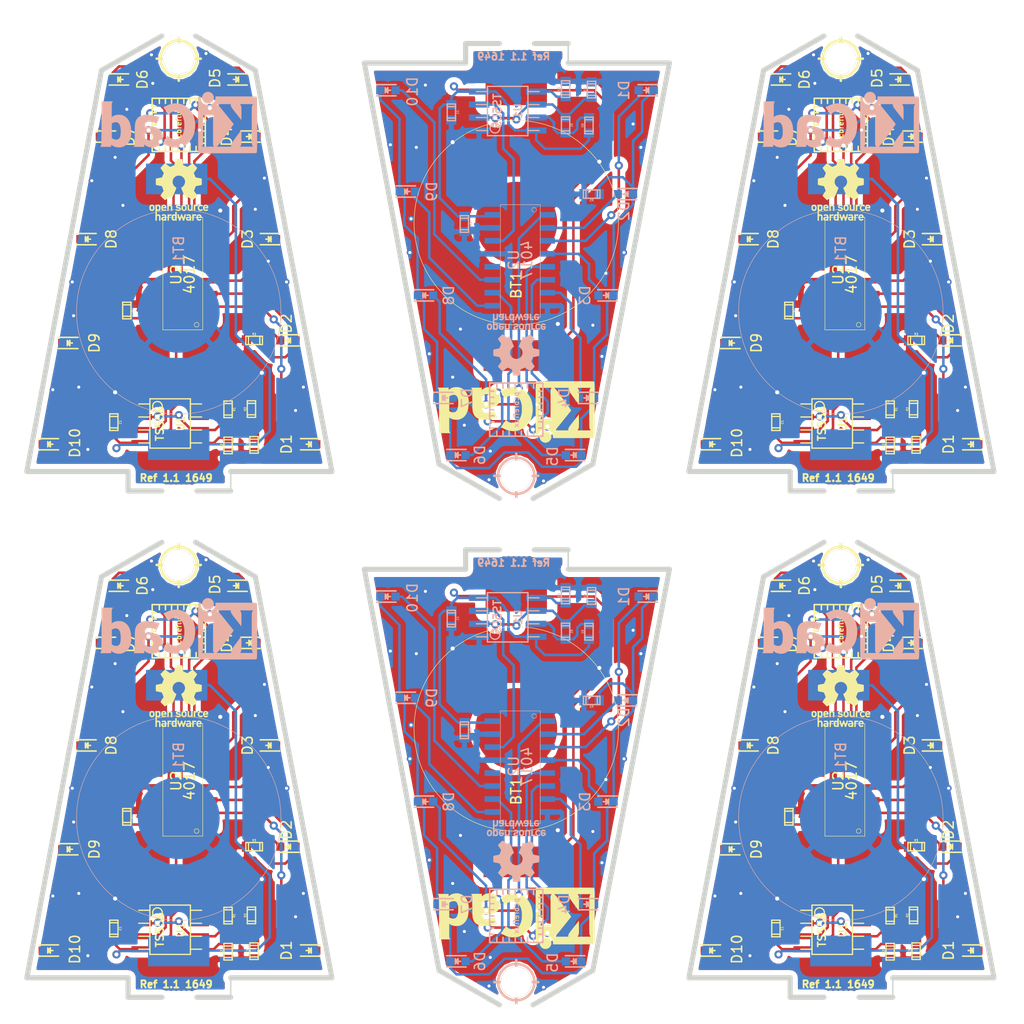
<source format=kicad_pcb>
(kicad_pcb (version 20160815) (host pcbnew no-vcs-found)
  (layers (0 F.Cu signal hide) (31 B.Cu signal hide) (34 B.Paste user) (35 F.Paste user) (36 B.SilkS user) (37 F.SilkS user) (38 B.Mask user) (39 F.Mask user) (44 Edge.Cuts user))
  (net 0 "")
  (net 1 GND)
  (net 2 VCC)
  (net 3 "Net-(C2-Pad1)")
  (net 4 "Net-(C3-Pad1)")
  (net 5 "Net-(D1-Pad1)")
  (net 6 "Net-(D1-Pad2)")
  (net 7 "Net-(D2-Pad2)")
  (net 8 "Net-(D3-Pad2)")
  (net 9 "Net-(D4-Pad2)")
  (net 10 "Net-(D5-Pad2)")
  (net 11 "Net-(D6-Pad2)")
  (net 12 "Net-(D7-Pad2)")
  (net 13 "Net-(D8-Pad2)")
  (net 14 "Net-(D9-Pad2)")
  (net 15 "Net-(D10-Pad2)")
  (net 16 "Net-(R1-Pad2)")
  (net 17 "Net-(U1-Pad3)")
  (net 18 "Net-(U2-Pad12)")
  (module w_smd_cap:c_0603 (layer F.Cu) (at 119.522 172.9535 90)
    (fp_text reference C3 (at 0 -0.635 90) (layer F.SilkS) (effects (font (size 0.20066 0.20066) (thickness 0.04064))))
    (fp_text value 1000n hide)
    (pad 2 smd rect (at -0.75184 0 90) (size 0.89916 1.00076) (layers F.Cu F.Paste F.Mask) (net 1 GND))
    (pad 1 smd rect (at 0.75184 0 90) (size 0.89916 1.00076) (layers F.Cu F.Paste F.Mask) (net 4 "Net-(C3-Pad1)"))
  )
  (module module:micro_bite (layer F.Cu) (at 112.156 177.462)
    (fp_text reference REF** hide)
    (fp_text value micro_bite hide)
    (pad "" np_thru_hole circle (at 1 0) (size 0.3 0.3) (drill 0.3) (layers *.Cu))
    (pad "" np_thru_hole circle (at 0.5 0) (size 0.3 0.3) (drill 0.3) (layers *.Cu))
    (pad "" np_thru_hole circle (at -1 0) (size 0.3 0.3) (drill 0.3) (layers *.Cu))
    (pad "" np_thru_hole circle (at -0.5 0) (size 0.3 0.3) (drill 0.3) (layers *.Cu))
    (pad "" np_thru_hole circle (at 0 0) (size 0.3 0.3) (drill 0.3) (layers *.Cu))
  )
  (module module:micro_bite (layer F.Cu) (at 112.156 132.885)
    (fp_text reference REF** hide)
    (fp_text value micro_bite hide)
    (pad "" np_thru_hole circle (at 1 0) (size 0.3 0.3) (drill 0.3) (layers *.Cu))
    (pad "" np_thru_hole circle (at 0.5 0) (size 0.3 0.3) (drill 0.3) (layers *.Cu))
    (pad "" np_thru_hole circle (at -1 0) (size 0.3 0.3) (drill 0.3) (layers *.Cu))
    (pad "" np_thru_hole circle (at -0.5 0) (size 0.3 0.3) (drill 0.3) (layers *.Cu))
    (pad "" np_thru_hole circle (at 0 0) (size 0.3 0.3) (drill 0.3) (layers *.Cu))
  )
  (module module:Via-0.6mm (layer F.Cu) (at 106.695 149.522)
    (fp_text reference REF** hide)
    (fp_text value Via-0.6mm hide)
    (pad 1 thru_hole circle (at 0 0) (size 0.6 0.6) (drill 0.3) (layers *.Cu) (net 1 GND))
  )
  (module w_smd_dil:so-8 (layer F.Cu) (at 111.318 170.858 270)
    (fp_text reference U1 (at 0 -1.016 270) (layer F.SilkS) (effects (font (size 0.7493 0.7493) (thickness 0.14986))))
    (fp_text value TS555 (at 0 1.016 270) (layer F.SilkS) (effects (font (size 0.7493 0.7493) (thickness 0.14986))))
    (pad 1 smd rect (at -1.905 2.794 270) (size 0.59944 1.99898) (layers F.Cu F.Paste F.Mask) (net 1 GND))
    (pad 2 smd rect (at -0.635 2.794 270) (size 0.59944 1.99898) (layers F.Cu F.Paste F.Mask) (net 4 "Net-(C3-Pad1)"))
    (pad 3 smd rect (at 0.635 2.794 270) (size 0.59944 1.99898) (layers F.Cu F.Paste F.Mask) (net 17 "Net-(U1-Pad3)"))
    (pad 4 smd rect (at 1.905 2.794 270) (size 0.59944 1.99898) (layers F.Cu F.Paste F.Mask) (net 2 VCC))
    (pad 5 smd rect (at 1.905 -2.794 270) (size 0.59944 1.99898) (layers F.Cu F.Paste F.Mask) (net 3 "Net-(C2-Pad1)"))
    (pad 6 smd rect (at 0.635 -2.794 270) (size 0.59944 1.99898) (layers F.Cu F.Paste F.Mask) (net 4 "Net-(C3-Pad1)"))
    (pad 7 smd rect (at -0.635 -2.794 270) (size 0.59944 1.99898) (layers F.Cu F.Paste F.Mask) (net 16 "Net-(R1-Pad2)"))
    (pad 8 smd rect (at -1.905 -2.794 270) (size 0.59944 1.99898) (layers F.Cu F.Paste F.Mask) (net 2 VCC))
  )
  (module w_smd_resistors:r_0603 (layer F.Cu) (at 119.53216 162.73)
    (fp_text reference R3 (at 0 -0.6096) (layer F.SilkS) (effects (font (size 0.20066 0.20066) (thickness 0.04064))))
    (fp_text value 220R hide)
    (pad 1 smd rect (at 0.75184 0) (size 0.89916 1.00076) (layers F.Cu F.Paste F.Mask) (net 5 "Net-(D1-Pad1)"))
    (pad 2 smd rect (at -0.75184 0) (size 0.89916 1.00076) (layers F.Cu F.Paste F.Mask) (net 1 GND))
  )
  (module w_smd_resistors:r_0603 (layer F.Cu) (at 119.268 169.45084 90)
    (fp_text reference R2 (at 0 -0.6096 90) (layer F.SilkS) (effects (font (size 0.20066 0.20066) (thickness 0.04064))))
    (fp_text value 10k hide)
    (pad 1 smd rect (at 0.75184 0 90) (size 0.89916 1.00076) (layers F.Cu F.Paste F.Mask) (net 2 VCC))
    (pad 2 smd rect (at -0.75184 0 90) (size 0.89916 1.00076) (layers F.Cu F.Paste F.Mask) (net 16 "Net-(R1-Pad2)"))
  )
  (module w_smd_resistors:r_0603 (layer F.Cu) (at 116.982 169.47116 270)
    (fp_text reference R1 (at 0 -0.6096 270) (layer F.SilkS) (effects (font (size 0.20066 0.20066) (thickness 0.04064))))
    (fp_text value 680k hide)
    (pad 2 smd rect (at -0.75184 0 270) (size 0.89916 1.00076) (layers F.Cu F.Paste F.Mask) (net 16 "Net-(R1-Pad2)"))
    (pad 1 smd rect (at 0.75184 0 270) (size 0.89916 1.00076) (layers F.Cu F.Paste F.Mask) (net 4 "Net-(C3-Pad1)"))
  )
  (module LEDs:LED_0603 (layer F.Cu) (at 99.5957 172.89)
    (fp_text reference D10 (at 2.4003 -0.127 90) (layer F.SilkS))
    (fp_text value LED hide)
    (pad 2 smd rect (at 0.7493 0 180) (size 0.79756 0.79756) (layers F.Cu F.Paste F.Mask) (net 15 "Net-(D10-Pad2)"))
    (pad 1 smd rect (at -0.7493 0 180) (size 0.79756 0.79756) (layers F.Cu F.Paste F.Mask) (net 5 "Net-(D1-Pad1)"))
  )
  (module LEDs:LED_0603 (layer F.Cu) (at 101.5007 162.984)
    (fp_text reference D9 (at 2.4003 0 90) (layer F.SilkS))
    (fp_text value LED hide)
    (pad 1 smd rect (at -0.7493 0 180) (size 0.79756 0.79756) (layers F.Cu F.Paste F.Mask) (net 5 "Net-(D1-Pad1)"))
    (pad 2 smd rect (at 0.7493 0 180) (size 0.79756 0.79756) (layers F.Cu F.Paste F.Mask) (net 14 "Net-(D9-Pad2)"))
  )
  (module LEDs:LED_0603 (layer F.Cu) (at 103.2787 152.824)
    (fp_text reference D8 (at 2.2733 0 270) (layer F.SilkS))
    (fp_text value LED hide)
    (pad 2 smd rect (at 0.7493 0 180) (size 0.79756 0.79756) (layers F.Cu F.Paste F.Mask) (net 13 "Net-(D8-Pad2)"))
    (pad 1 smd rect (at -0.7493 0 180) (size 0.79756 0.79756) (layers F.Cu F.Paste F.Mask) (net 5 "Net-(D1-Pad1)"))
  )
  (module LEDs:LED_0603 (layer F.Cu) (at 105.1837 142.791)
    (fp_text reference D7 (at 2.1463 0 90) (layer F.SilkS))
    (fp_text value LED hide)
    (pad 1 smd rect (at -0.7493 0 180) (size 0.79756 0.79756) (layers F.Cu F.Paste F.Mask) (net 5 "Net-(D1-Pad1)"))
    (pad 2 smd rect (at 0.7493 0 180) (size 0.79756 0.79756) (layers F.Cu F.Paste F.Mask) (net 12 "Net-(D7-Pad2)"))
  )
  (module LEDs:LED_0603 (layer F.Cu) (at 106.4537 137.203)
    (fp_text reference D6 (at 2.1463 0 90) (layer F.SilkS))
    (fp_text value LED hide)
    (pad 2 smd rect (at 0.7493 0 180) (size 0.79756 0.79756) (layers F.Cu F.Paste F.Mask) (net 11 "Net-(D6-Pad2)"))
    (pad 1 smd rect (at -0.7493 0 180) (size 0.79756 0.79756) (layers F.Cu F.Paste F.Mask) (net 5 "Net-(D1-Pad1)"))
  )
  (module LEDs:LED_0603 (layer F.Cu) (at 117.7567 137.203 180)
    (fp_text reference D5 (at 2.0447 0.127 270) (layer F.SilkS))
    (fp_text value LED hide)
    (pad 1 smd rect (at -0.7493 0) (size 0.79756 0.79756) (layers F.Cu F.Paste F.Mask) (net 5 "Net-(D1-Pad1)"))
    (pad 2 smd rect (at 0.7493 0) (size 0.79756 0.79756) (layers F.Cu F.Paste F.Mask) (net 10 "Net-(D5-Pad2)"))
  )
  (module LEDs:LED_0603 (layer F.Cu) (at 119.0267 142.791 180)
    (fp_text reference D4 (at 2.1717 0 270) (layer F.SilkS))
    (fp_text value LED hide)
    (pad 1 smd rect (at -0.7493 0) (size 0.79756 0.79756) (layers F.Cu F.Paste F.Mask) (net 5 "Net-(D1-Pad1)"))
    (pad 2 smd rect (at 0.7493 0) (size 0.79756 0.79756) (layers F.Cu F.Paste F.Mask) (net 9 "Net-(D4-Pad2)"))
  )
  (module LEDs:LED_0603 (layer F.Cu) (at 120.9317 152.824 180)
    (fp_text reference D3 (at 2.0447 0 270) (layer F.SilkS))
    (fp_text value LED hide)
    (pad 2 smd rect (at 0.7493 0) (size 0.79756 0.79756) (layers F.Cu F.Paste F.Mask) (net 8 "Net-(D3-Pad2)"))
    (pad 1 smd rect (at -0.7493 0) (size 0.79756 0.79756) (layers F.Cu F.Paste F.Mask) (net 5 "Net-(D1-Pad1)"))
  )
  (module LEDs:LED_0603 (layer F.Cu) (at 122.8367 162.73 180)
    (fp_text reference D2 (at 0.1397 1.651 270) (layer F.SilkS))
    (fp_text value LED hide)
    (pad 1 smd rect (at -0.7493 0) (size 0.79756 0.79756) (layers F.Cu F.Paste F.Mask) (net 5 "Net-(D1-Pad1)"))
    (pad 2 smd rect (at 0.7493 0) (size 0.79756 0.79756) (layers F.Cu F.Paste F.Mask) (net 7 "Net-(D2-Pad2)"))
  )
  (module LEDs:LED_0603 (layer F.Cu) (at 124.8687 172.89 180)
    (fp_text reference D1 (at 2.1717 0 270) (layer F.SilkS))
    (fp_text value LED hide)
    (pad 2 smd rect (at 0.7493 0) (size 0.79756 0.79756) (layers F.Cu F.Paste F.Mask) (net 6 "Net-(D1-Pad2)"))
    (pad 1 smd rect (at -0.7493 0) (size 0.79756 0.79756) (layers F.Cu F.Paste F.Mask) (net 5 "Net-(D1-Pad1)"))
  )
  (module w_smd_cap:c_0603 (layer F.Cu) (at 107.076 159.809 270)
    (fp_text reference C4 (at 0 -0.635 270) (layer F.SilkS) (effects (font (size 0.20066 0.20066) (thickness 0.04064))))
    (fp_text value 1000n hide)
    (pad 2 smd rect (at -0.75184 0 270) (size 0.89916 1.00076) (layers F.Cu F.Paste F.Mask) (net 1 GND))
    (pad 1 smd rect (at 0.75184 0 270) (size 0.89916 1.00076) (layers F.Cu F.Paste F.Mask) (net 2 VCC))
  )
  (module w_smd_cap:c_0603 (layer F.Cu) (at 116.982 173.00684 90)
    (fp_text reference C2 (at 0 -0.635 90) (layer F.SilkS) (effects (font (size 0.20066 0.20066) (thickness 0.04064))))
    (fp_text value 1000n hide)
    (pad 1 smd rect (at 0.75184 0 90) (size 0.89916 1.00076) (layers F.Cu F.Paste F.Mask) (net 3 "Net-(C2-Pad1)"))
    (pad 2 smd rect (at -0.75184 0 90) (size 0.89916 1.00076) (layers F.Cu F.Paste F.Mask) (net 1 GND))
  )
  (module w_smd_cap:c_0603 (layer F.Cu) (at 105.806 170.731 270)
    (fp_text reference C1 (at 0 -0.635 270) (layer F.SilkS) (effects (font (size 0.20066 0.20066) (thickness 0.04064))))
    (fp_text value 1000n hide)
    (pad 1 smd rect (at 0.75184 0 270) (size 0.89916 1.00076) (layers F.Cu F.Paste F.Mask) (net 2 VCC))
    (pad 2 smd rect (at -0.75184 0 270) (size 0.89916 1.00076) (layers F.Cu F.Paste F.Mask) (net 1 GND))
  )
  (module w_details:hole_3mm (layer F.Cu) (at 112.156 135.171)
    (fp_text reference hole_3mm hide)
    (fp_text value VAL** hide)
    (pad 1 thru_hole circle (at 0 0) (size 2.99974 2.99974) (drill 2.99974) (layers *.Cu F.SilkS))
  )
  (module module:Via-0.6mm (layer F.Cu) (at 105.933 144.823)
    (fp_text reference REF** hide)
    (fp_text value Via-0.6mm hide)
    (pad 1 thru_hole circle (at 0 0) (size 0.6 0.6) (drill 0.3) (layers *.Cu) (net 1 GND))
  )
  (module module:Via-0.6mm (layer F.Cu) (at 107.076 140.124)
    (fp_text reference REF** hide)
    (fp_text value Via-0.6mm hide)
    (pad 1 thru_hole circle (at 0 0) (size 0.6 0.6) (drill 0.3) (layers *.Cu) (net 1 GND))
  )
  (module module:Via-0.6mm (layer F.Cu) (at 109.616 137.584)
    (fp_text reference REF** hide)
    (fp_text value Via-0.6mm hide)
    (pad 1 thru_hole circle (at 0 0) (size 0.6 0.6) (drill 0.3) (layers *.Cu) (net 1 GND))
  )
  (module module:Via-0.6mm (layer F.Cu) (at 109.489 134.79)
    (fp_text reference REF** hide)
    (fp_text value Via-0.6mm hide)
    (pad 1 thru_hole circle (at 0 0) (size 0.6 0.6) (drill 0.3) (layers *.Cu) (net 1 GND))
  )
  (module module:Via-0.6mm (layer F.Cu) (at 114.823 134.663)
    (fp_text reference REF** hide)
    (fp_text value Via-0.6mm hide)
    (pad 1 thru_hole circle (at 0 0) (size 0.6 0.6) (drill 0.3) (layers *.Cu) (net 1 GND))
  )
  (module module:Via-0.6mm (layer F.Cu) (at 119.649 149.903)
    (fp_text reference REF** hide)
    (fp_text value Via-0.6mm hide)
    (pad 1 thru_hole circle (at 0 0) (size 0.6 0.6) (drill 0.3) (layers *.Cu) (net 1 GND))
  )
  (module module:Via-0.6mm (layer F.Cu) (at 123.586 169.588)
    (fp_text reference REF** hide)
    (fp_text value Via-0.6mm hide)
    (pad 1 thru_hole circle (at 0 0) (size 0.6 0.6) (drill 0.3) (layers *.Cu) (net 1 GND))
  )
  (module module:Via-0.6mm (layer F.Cu) (at 102.377 167.302)
    (fp_text reference REF** hide)
    (fp_text value Via-0.6mm hide)
    (pad 1 thru_hole circle (at 0 0) (size 0.6 0.6) (drill 0.3) (layers *.Cu) (net 1 GND))
  )
  (module module:Via-0.6mm (layer F.Cu) (at 103.266 173.398)
    (fp_text reference REF** hide)
    (fp_text value Via-0.6mm hide)
    (pad 1 thru_hole circle (at 0 0) (size 0.6 0.6) (drill 0.3) (layers *.Cu) (net 1 GND))
  )
  (module module:Via-0.6mm (layer F.Cu) (at 101.869 160.317)
    (fp_text reference REF** hide)
    (fp_text value Via-0.6mm hide)
    (pad 1 thru_hole circle (at 0 0) (size 0.6 0.6) (drill 0.3) (layers *.Cu) (net 1 GND))
  )
  (module module:Via-0.6mm (layer F.Cu) (at 101.742 157.015)
    (fp_text reference REF** hide)
    (fp_text value Via-0.6mm hide)
    (pad 1 thru_hole circle (at 0 0) (size 0.6 0.6) (drill 0.3) (layers *.Cu) (net 1 GND))
  )
  (module module:Via-0.6mm (layer F.Cu) (at 122.697 157.015)
    (fp_text reference REF** hide)
    (fp_text value Via-0.6mm hide)
    (pad 1 thru_hole circle (at 0 0) (size 0.6 0.6) (drill 0.3) (layers *.Cu) (net 1 GND))
  )
  (module module:Via-0.6mm (layer F.Cu) (at 120.919 154.983)
    (fp_text reference REF** hide)
    (fp_text value Via-0.6mm hide)
    (pad 1 thru_hole circle (at 0 0) (size 0.6 0.6) (drill 0.3) (layers *.Cu) (net 1 GND))
  )
  (module module:Via-0.6mm (layer F.Cu) (at 120.538 146.855)
    (fp_text reference REF** hide)
    (fp_text value Via-0.6mm hide)
    (pad 1 thru_hole circle (at 0 0) (size 0.6 0.6) (drill 0.3) (layers *.Cu) (net 1 GND))
  )
  (module module:Via-0.6mm (layer F.Cu) (at 103.647 147.109)
    (fp_text reference REF** hide)
    (fp_text value Via-0.6mm hide)
    (pad 1 thru_hole circle (at 0 0) (size 0.6 0.6) (drill 0.3) (layers *.Cu) (net 1 GND))
  )
  (module module:Via-0.6mm (layer F.Cu) (at 99.837 167.556)
    (fp_text reference REF** hide)
    (fp_text value Via-0.6mm hide)
    (pad 1 thru_hole circle (at 0 0) (size 0.6 0.6) (drill 0.3) (layers *.Cu) (net 1 GND))
  )
  (module module:Via-0.6mm (layer F.Cu) (at 124.348 167.302)
    (fp_text reference REF** hide)
    (fp_text value Via-0.6mm hide)
    (pad 1 thru_hole circle (at 0 0) (size 0.6 0.6) (drill 0.3) (layers *.Cu) (net 1 GND))
  )
  (module module:Via-0.6mm (layer F.Cu) (at 114.188 142.156)
    (fp_text reference REF** hide)
    (fp_text value Via-0.6mm hide)
    (pad 1 thru_hole circle (at 0 0) (size 0.6 0.6) (drill 0.3) (layers *.Cu) (net 1 GND))
  )
  (module module:cr2032_bat_holder (layer B.Cu) (at 112.156 159.936 90)
    (fp_text reference BT1 (at 6.096 0 90) (layer B.SilkS) (effects (justify mirror)))
    (fp_text value Battery hide)
    (pad 2 smd circle (at 0 0 90) (size 8 8) (layers B.Cu B.Paste B.Mask) (net 1 GND))
    (pad 1 smd rect (at -13 0 90) (size 3 6) (layers B.Cu B.Paste B.Mask) (net 2 VCC) (clearance 1))
    (pad 1 smd rect (at 13 -0.2 90) (size 3 6) (layers B.Cu B.Paste B.Mask) (net 2 VCC) (clearance 1))
  )
  (module Symbols:KiCad-Logo_6mm_SilkScreen (layer B.Cu) (at 112.156 141.394 180)
    (fp_text reference REF*** hide)
    (fp_text value KiCad-Logo_6mm_SilkScreen hide)
  )
  (module Symbols:OSHW-Logo_5.7x6mm_SilkScreen (layer F.Cu) (at 112.156 147.998)
    (fp_text reference REF*** hide)
    (fp_text value OSHW-Logo_5.7x6mm_SilkScreen hide)
  )
  (module module:pcbreflux_logo (layer F.Cu) (at 112.156 141.648)
    (fp_text reference REF** hide)
    (fp_text value pcbreflux_logo hide)
    (fp_text user pcbreflux (at 0 0 90) (layer F.SilkS) (effects (font (size 0.5 0.5) (thickness 0.1))))
  )
  (module module:sop-16 (layer F.Cu) (at 115.204 160.698 90)
    (fp_text reference U2 (at 4.4 -3.3 270) (layer F.SilkS))
    (fp_text value 4017 (at 4.4 -2 90) (layer F.SilkS))
    (pad 1 smd rect (at 0 0 90) (size 0.55 1.5) (layers F.Cu F.Paste F.Mask) (net 11 "Net-(D6-Pad2)"))
    (pad 2 smd rect (at 1.27 0 90) (size 0.55 1.5) (layers F.Cu F.Paste F.Mask) (net 7 "Net-(D2-Pad2)"))
    (pad 3 smd rect (at 2.54 0 90) (size 0.55 1.5) (layers F.Cu F.Paste F.Mask) (net 6 "Net-(D1-Pad2)"))
    (pad 4 smd rect (at 3.81 0 90) (size 0.55 1.5) (layers F.Cu F.Paste F.Mask) (net 8 "Net-(D3-Pad2)"))
    (pad 5 smd rect (at 5.08 0 90) (size 0.55 1.5) (layers F.Cu F.Paste F.Mask) (net 12 "Net-(D7-Pad2)"))
    (pad 6 smd rect (at 6.35 0 90) (size 0.55 1.5) (layers F.Cu F.Paste F.Mask) (net 13 "Net-(D8-Pad2)"))
    (pad 7 smd rect (at 7.62 0 270) (size 0.55 1.5) (layers F.Cu F.Paste F.Mask) (net 9 "Net-(D4-Pad2)"))
    (pad 9 smd rect (at 8.89 -5.4 270) (size 0.55 1.5) (layers F.Cu F.Paste F.Mask) (net 14 "Net-(D9-Pad2)"))
    (pad 10 smd rect (at 7.62 -5.4 270) (size 0.55 1.5) (layers F.Cu F.Paste F.Mask) (net 10 "Net-(D5-Pad2)"))
    (pad 11 smd rect (at 6.35 -5.4 270) (size 0.55 1.5) (layers F.Cu F.Paste F.Mask) (net 15 "Net-(D10-Pad2)"))
    (pad 12 smd rect (at 5.08 -5.4 270) (size 0.55 1.5) (layers F.Cu F.Paste F.Mask) (net 18 "Net-(U2-Pad12)"))
    (pad 13 smd rect (at 3.81 -5.4 270) (size 0.55 1.5) (layers F.Cu F.Paste F.Mask) (net 1 GND))
    (pad 14 smd rect (at 2.54 -5.4 270) (size 0.55 1.5) (layers F.Cu F.Paste F.Mask) (net 17 "Net-(U1-Pad3)"))
    (pad 8 smd rect (at 8.89 0 270) (size 0.55 1.5) (layers F.Cu F.Paste F.Mask) (net 1 GND))
    (pad 15 smd rect (at 1.27 -5.4 270) (size 0.55 1.5) (layers F.Cu F.Paste F.Mask) (net 1 GND))
    (pad 16 smd rect (at 0 -5.4 270) (size 0.55 1.5) (layers F.Cu F.Paste F.Mask) (net 2 VCC))
  )
  (module module:sop-16 (layer F.Cu) (at 115.204 111.168 90)
    (fp_text reference U2 (at 4.4 -3.3 270) (layer F.SilkS))
    (fp_text value 4017 (at 4.4 -2 90) (layer F.SilkS))
    (pad 16 smd rect (at 0 -5.4 270) (size 0.55 1.5) (layers F.Cu F.Paste F.Mask) (net 2 VCC))
    (pad 15 smd rect (at 1.27 -5.4 270) (size 0.55 1.5) (layers F.Cu F.Paste F.Mask) (net 1 GND))
    (pad 8 smd rect (at 8.89 0 270) (size 0.55 1.5) (layers F.Cu F.Paste F.Mask) (net 1 GND))
    (pad 14 smd rect (at 2.54 -5.4 270) (size 0.55 1.5) (layers F.Cu F.Paste F.Mask) (net 17 "Net-(U1-Pad3)"))
    (pad 13 smd rect (at 3.81 -5.4 270) (size 0.55 1.5) (layers F.Cu F.Paste F.Mask) (net 1 GND))
    (pad 12 smd rect (at 5.08 -5.4 270) (size 0.55 1.5) (layers F.Cu F.Paste F.Mask) (net 18 "Net-(U2-Pad12)"))
    (pad 11 smd rect (at 6.35 -5.4 270) (size 0.55 1.5) (layers F.Cu F.Paste F.Mask) (net 15 "Net-(D10-Pad2)"))
    (pad 10 smd rect (at 7.62 -5.4 270) (size 0.55 1.5) (layers F.Cu F.Paste F.Mask) (net 10 "Net-(D5-Pad2)"))
    (pad 9 smd rect (at 8.89 -5.4 270) (size 0.55 1.5) (layers F.Cu F.Paste F.Mask) (net 14 "Net-(D9-Pad2)"))
    (pad 7 smd rect (at 7.62 0 270) (size 0.55 1.5) (layers F.Cu F.Paste F.Mask) (net 9 "Net-(D4-Pad2)"))
    (pad 6 smd rect (at 6.35 0 90) (size 0.55 1.5) (layers F.Cu F.Paste F.Mask) (net 13 "Net-(D8-Pad2)"))
    (pad 5 smd rect (at 5.08 0 90) (size 0.55 1.5) (layers F.Cu F.Paste F.Mask) (net 12 "Net-(D7-Pad2)"))
    (pad 4 smd rect (at 3.81 0 90) (size 0.55 1.5) (layers F.Cu F.Paste F.Mask) (net 8 "Net-(D3-Pad2)"))
    (pad 3 smd rect (at 2.54 0 90) (size 0.55 1.5) (layers F.Cu F.Paste F.Mask) (net 6 "Net-(D1-Pad2)"))
    (pad 2 smd rect (at 1.27 0 90) (size 0.55 1.5) (layers F.Cu F.Paste F.Mask) (net 7 "Net-(D2-Pad2)"))
    (pad 1 smd rect (at 0 0 90) (size 0.55 1.5) (layers F.Cu F.Paste F.Mask) (net 11 "Net-(D6-Pad2)"))
  )
  (module module:pcbreflux_logo (layer F.Cu) (at 112.156 92.118)
    (fp_text reference REF** hide)
    (fp_text value pcbreflux_logo hide)
    (fp_text user pcbreflux (at 0 0 90) (layer F.SilkS) (effects (font (size 0.5 0.5) (thickness 0.1))))
  )
  (module Symbols:OSHW-Logo_5.7x6mm_SilkScreen (layer F.Cu) (at 112.156 98.468)
    (fp_text reference REF*** hide)
    (fp_text value OSHW-Logo_5.7x6mm_SilkScreen hide)
  )
  (module Symbols:KiCad-Logo_6mm_SilkScreen (layer B.Cu) (at 112.156 91.864 180)
    (fp_text reference REF*** hide)
    (fp_text value KiCad-Logo_6mm_SilkScreen hide)
  )
  (module module:cr2032_bat_holder (layer B.Cu) (at 112.156 110.406 90)
    (fp_text reference BT1 (at 6.096 0 90) (layer B.SilkS) (effects (justify mirror)))
    (fp_text value Battery hide)
    (pad 1 smd rect (at 13 -0.2 90) (size 3 6) (layers B.Cu B.Paste B.Mask) (net 2 VCC) (clearance 1))
    (pad 1 smd rect (at -13 0 90) (size 3 6) (layers B.Cu B.Paste B.Mask) (net 2 VCC) (clearance 1))
    (pad 2 smd circle (at 0 0 90) (size 8 8) (layers B.Cu B.Paste B.Mask) (net 1 GND))
  )
  (module module:Via-0.6mm (layer F.Cu) (at 114.188 92.626)
    (fp_text reference REF** hide)
    (fp_text value Via-0.6mm hide)
    (pad 1 thru_hole circle (at 0 0) (size 0.6 0.6) (drill 0.3) (layers *.Cu) (net 1 GND))
  )
  (module module:Via-0.6mm (layer F.Cu) (at 124.348 117.772)
    (fp_text reference REF** hide)
    (fp_text value Via-0.6mm hide)
    (pad 1 thru_hole circle (at 0 0) (size 0.6 0.6) (drill 0.3) (layers *.Cu) (net 1 GND))
  )
  (module module:Via-0.6mm (layer F.Cu) (at 99.837 118.026)
    (fp_text reference REF** hide)
    (fp_text value Via-0.6mm hide)
    (pad 1 thru_hole circle (at 0 0) (size 0.6 0.6) (drill 0.3) (layers *.Cu) (net 1 GND))
  )
  (module module:Via-0.6mm (layer F.Cu) (at 103.647 97.579)
    (fp_text reference REF** hide)
    (fp_text value Via-0.6mm hide)
    (pad 1 thru_hole circle (at 0 0) (size 0.6 0.6) (drill 0.3) (layers *.Cu) (net 1 GND))
  )
  (module module:Via-0.6mm (layer F.Cu) (at 120.538 97.325)
    (fp_text reference REF** hide)
    (fp_text value Via-0.6mm hide)
    (pad 1 thru_hole circle (at 0 0) (size 0.6 0.6) (drill 0.3) (layers *.Cu) (net 1 GND))
  )
  (module module:Via-0.6mm (layer F.Cu) (at 120.919 105.453)
    (fp_text reference REF** hide)
    (fp_text value Via-0.6mm hide)
    (pad 1 thru_hole circle (at 0 0) (size 0.6 0.6) (drill 0.3) (layers *.Cu) (net 1 GND))
  )
  (module module:Via-0.6mm (layer F.Cu) (at 122.697 107.485)
    (fp_text reference REF** hide)
    (fp_text value Via-0.6mm hide)
    (pad 1 thru_hole circle (at 0 0) (size 0.6 0.6) (drill 0.3) (layers *.Cu) (net 1 GND))
  )
  (module module:Via-0.6mm (layer F.Cu) (at 101.742 107.485)
    (fp_text reference REF** hide)
    (fp_text value Via-0.6mm hide)
    (pad 1 thru_hole circle (at 0 0) (size 0.6 0.6) (drill 0.3) (layers *.Cu) (net 1 GND))
  )
  (module module:Via-0.6mm (layer F.Cu) (at 101.869 110.787)
    (fp_text reference REF** hide)
    (fp_text value Via-0.6mm hide)
    (pad 1 thru_hole circle (at 0 0) (size 0.6 0.6) (drill 0.3) (layers *.Cu) (net 1 GND))
  )
  (module module:Via-0.6mm (layer F.Cu) (at 103.266 123.868)
    (fp_text reference REF** hide)
    (fp_text value Via-0.6mm hide)
    (pad 1 thru_hole circle (at 0 0) (size 0.6 0.6) (drill 0.3) (layers *.Cu) (net 1 GND))
  )
  (module module:Via-0.6mm (layer F.Cu) (at 102.377 117.772)
    (fp_text reference REF** hide)
    (fp_text value Via-0.6mm hide)
    (pad 1 thru_hole circle (at 0 0) (size 0.6 0.6) (drill 0.3) (layers *.Cu) (net 1 GND))
  )
  (module module:Via-0.6mm (layer F.Cu) (at 123.586 120.058)
    (fp_text reference REF** hide)
    (fp_text value Via-0.6mm hide)
    (pad 1 thru_hole circle (at 0 0) (size 0.6 0.6) (drill 0.3) (layers *.Cu) (net 1 GND))
  )
  (module module:Via-0.6mm (layer F.Cu) (at 119.649 100.373)
    (fp_text reference REF** hide)
    (fp_text value Via-0.6mm hide)
    (pad 1 thru_hole circle (at 0 0) (size 0.6 0.6) (drill 0.3) (layers *.Cu) (net 1 GND))
  )
  (module module:Via-0.6mm (layer F.Cu) (at 114.823 85.133)
    (fp_text reference REF** hide)
    (fp_text value Via-0.6mm hide)
    (pad 1 thru_hole circle (at 0 0) (size 0.6 0.6) (drill 0.3) (layers *.Cu) (net 1 GND))
  )
  (module module:Via-0.6mm (layer F.Cu) (at 109.489 85.26)
    (fp_text reference REF** hide)
    (fp_text value Via-0.6mm hide)
    (pad 1 thru_hole circle (at 0 0) (size 0.6 0.6) (drill 0.3) (layers *.Cu) (net 1 GND))
  )
  (module module:Via-0.6mm (layer F.Cu) (at 109.616 88.054)
    (fp_text reference REF** hide)
    (fp_text value Via-0.6mm hide)
    (pad 1 thru_hole circle (at 0 0) (size 0.6 0.6) (drill 0.3) (layers *.Cu) (net 1 GND))
  )
  (module module:Via-0.6mm (layer F.Cu) (at 107.076 90.594)
    (fp_text reference REF** hide)
    (fp_text value Via-0.6mm hide)
    (pad 1 thru_hole circle (at 0 0) (size 0.6 0.6) (drill 0.3) (layers *.Cu) (net 1 GND))
  )
  (module module:Via-0.6mm (layer F.Cu) (at 105.933 95.293)
    (fp_text reference REF** hide)
    (fp_text value Via-0.6mm hide)
    (pad 1 thru_hole circle (at 0 0) (size 0.6 0.6) (drill 0.3) (layers *.Cu) (net 1 GND))
  )
  (module w_details:hole_3mm (layer F.Cu) (at 112.156 85.641)
    (fp_text reference hole_3mm hide)
    (fp_text value VAL** hide)
    (pad 1 thru_hole circle (at 0 0) (size 2.99974 2.99974) (drill 2.99974) (layers *.Cu F.SilkS))
  )
  (module w_smd_cap:c_0603 (layer F.Cu) (at 105.806 121.201 270)
    (fp_text reference C1 (at 0 -0.635 270) (layer F.SilkS) (effects (font (size 0.20066 0.20066) (thickness 0.04064))))
    (fp_text value 1000n hide)
    (pad 2 smd rect (at -0.75184 0 270) (size 0.89916 1.00076) (layers F.Cu F.Paste F.Mask) (net 1 GND))
    (pad 1 smd rect (at 0.75184 0 270) (size 0.89916 1.00076) (layers F.Cu F.Paste F.Mask) (net 2 VCC))
  )
  (module w_smd_cap:c_0603 (layer F.Cu) (at 116.982 123.47684 90)
    (fp_text reference C2 (at 0 -0.635 90) (layer F.SilkS) (effects (font (size 0.20066 0.20066) (thickness 0.04064))))
    (fp_text value 1000n hide)
    (pad 2 smd rect (at -0.75184 0 90) (size 0.89916 1.00076) (layers F.Cu F.Paste F.Mask) (net 1 GND))
    (pad 1 smd rect (at 0.75184 0 90) (size 0.89916 1.00076) (layers F.Cu F.Paste F.Mask) (net 3 "Net-(C2-Pad1)"))
  )
  (module w_smd_cap:c_0603 (layer F.Cu) (at 107.076 110.279 270)
    (fp_text reference C4 (at 0 -0.635 270) (layer F.SilkS) (effects (font (size 0.20066 0.20066) (thickness 0.04064))))
    (fp_text value 1000n hide)
    (pad 1 smd rect (at 0.75184 0 270) (size 0.89916 1.00076) (layers F.Cu F.Paste F.Mask) (net 2 VCC))
    (pad 2 smd rect (at -0.75184 0 270) (size 0.89916 1.00076) (layers F.Cu F.Paste F.Mask) (net 1 GND))
  )
  (module LEDs:LED_0603 (layer F.Cu) (at 124.8687 123.36 180)
    (fp_text reference D1 (at 2.1717 0 270) (layer F.SilkS))
    (fp_text value LED hide)
    (pad 1 smd rect (at -0.7493 0) (size 0.79756 0.79756) (layers F.Cu F.Paste F.Mask) (net 5 "Net-(D1-Pad1)"))
    (pad 2 smd rect (at 0.7493 0) (size 0.79756 0.79756) (layers F.Cu F.Paste F.Mask) (net 6 "Net-(D1-Pad2)"))
  )
  (module LEDs:LED_0603 (layer F.Cu) (at 122.8367 113.2 180)
    (fp_text reference D2 (at 0.1397 1.651 270) (layer F.SilkS))
    (fp_text value LED hide)
    (pad 2 smd rect (at 0.7493 0) (size 0.79756 0.79756) (layers F.Cu F.Paste F.Mask) (net 7 "Net-(D2-Pad2)"))
    (pad 1 smd rect (at -0.7493 0) (size 0.79756 0.79756) (layers F.Cu F.Paste F.Mask) (net 5 "Net-(D1-Pad1)"))
  )
  (module LEDs:LED_0603 (layer F.Cu) (at 120.9317 103.294 180)
    (fp_text reference D3 (at 2.0447 0 270) (layer F.SilkS))
    (fp_text value LED hide)
    (pad 1 smd rect (at -0.7493 0) (size 0.79756 0.79756) (layers F.Cu F.Paste F.Mask) (net 5 "Net-(D1-Pad1)"))
    (pad 2 smd rect (at 0.7493 0) (size 0.79756 0.79756) (layers F.Cu F.Paste F.Mask) (net 8 "Net-(D3-Pad2)"))
  )
  (module LEDs:LED_0603 (layer F.Cu) (at 119.0267 93.261 180)
    (fp_text reference D4 (at 2.1717 0 270) (layer F.SilkS))
    (fp_text value LED hide)
    (pad 2 smd rect (at 0.7493 0) (size 0.79756 0.79756) (layers F.Cu F.Paste F.Mask) (net 9 "Net-(D4-Pad2)"))
    (pad 1 smd rect (at -0.7493 0) (size 0.79756 0.79756) (layers F.Cu F.Paste F.Mask) (net 5 "Net-(D1-Pad1)"))
  )
  (module LEDs:LED_0603 (layer F.Cu) (at 117.7567 87.673 180)
    (fp_text reference D5 (at 2.0447 0.127 270) (layer F.SilkS))
    (fp_text value LED hide)
    (pad 2 smd rect (at 0.7493 0) (size 0.79756 0.79756) (layers F.Cu F.Paste F.Mask) (net 10 "Net-(D5-Pad2)"))
    (pad 1 smd rect (at -0.7493 0) (size 0.79756 0.79756) (layers F.Cu F.Paste F.Mask) (net 5 "Net-(D1-Pad1)"))
  )
  (module LEDs:LED_0603 (layer F.Cu) (at 106.4537 87.673)
    (fp_text reference D6 (at 2.1463 0 90) (layer F.SilkS))
    (fp_text value LED hide)
    (pad 1 smd rect (at -0.7493 0 180) (size 0.79756 0.79756) (layers F.Cu F.Paste F.Mask) (net 5 "Net-(D1-Pad1)"))
    (pad 2 smd rect (at 0.7493 0 180) (size 0.79756 0.79756) (layers F.Cu F.Paste F.Mask) (net 11 "Net-(D6-Pad2)"))
  )
  (module LEDs:LED_0603 (layer F.Cu) (at 105.1837 93.261)
    (fp_text reference D7 (at 2.1463 0 90) (layer F.SilkS))
    (fp_text value LED hide)
    (pad 2 smd rect (at 0.7493 0 180) (size 0.79756 0.79756) (layers F.Cu F.Paste F.Mask) (net 12 "Net-(D7-Pad2)"))
    (pad 1 smd rect (at -0.7493 0 180) (size 0.79756 0.79756) (layers F.Cu F.Paste F.Mask) (net 5 "Net-(D1-Pad1)"))
  )
  (module LEDs:LED_0603 (layer F.Cu) (at 103.2787 103.294)
    (fp_text reference D8 (at 2.2733 0 270) (layer F.SilkS))
    (fp_text value LED hide)
    (pad 1 smd rect (at -0.7493 0 180) (size 0.79756 0.79756) (layers F.Cu F.Paste F.Mask) (net 5 "Net-(D1-Pad1)"))
    (pad 2 smd rect (at 0.7493 0 180) (size 0.79756 0.79756) (layers F.Cu F.Paste F.Mask) (net 13 "Net-(D8-Pad2)"))
  )
  (module LEDs:LED_0603 (layer F.Cu) (at 101.5007 113.454)
    (fp_text reference D9 (at 2.4003 0 90) (layer F.SilkS))
    (fp_text value LED hide)
    (pad 2 smd rect (at 0.7493 0 180) (size 0.79756 0.79756) (layers F.Cu F.Paste F.Mask) (net 14 "Net-(D9-Pad2)"))
    (pad 1 smd rect (at -0.7493 0 180) (size 0.79756 0.79756) (layers F.Cu F.Paste F.Mask) (net 5 "Net-(D1-Pad1)"))
  )
  (module LEDs:LED_0603 (layer F.Cu) (at 99.5957 123.36)
    (fp_text reference D10 (at 2.4003 -0.127 90) (layer F.SilkS))
    (fp_text value LED hide)
    (pad 1 smd rect (at -0.7493 0 180) (size 0.79756 0.79756) (layers F.Cu F.Paste F.Mask) (net 5 "Net-(D1-Pad1)"))
    (pad 2 smd rect (at 0.7493 0 180) (size 0.79756 0.79756) (layers F.Cu F.Paste F.Mask) (net 15 "Net-(D10-Pad2)"))
  )
  (module w_smd_resistors:r_0603 (layer F.Cu) (at 116.982 119.94116 270)
    (fp_text reference R1 (at 0 -0.6096 270) (layer F.SilkS) (effects (font (size 0.20066 0.20066) (thickness 0.04064))))
    (fp_text value 680k hide)
    (pad 1 smd rect (at 0.75184 0 270) (size 0.89916 1.00076) (layers F.Cu F.Paste F.Mask) (net 4 "Net-(C3-Pad1)"))
    (pad 2 smd rect (at -0.75184 0 270) (size 0.89916 1.00076) (layers F.Cu F.Paste F.Mask) (net 16 "Net-(R1-Pad2)"))
  )
  (module w_smd_resistors:r_0603 (layer F.Cu) (at 119.268 119.92084 90)
    (fp_text reference R2 (at 0 -0.6096 90) (layer F.SilkS) (effects (font (size 0.20066 0.20066) (thickness 0.04064))))
    (fp_text value 10k hide)
    (pad 2 smd rect (at -0.75184 0 90) (size 0.89916 1.00076) (layers F.Cu F.Paste F.Mask) (net 16 "Net-(R1-Pad2)"))
    (pad 1 smd rect (at 0.75184 0 90) (size 0.89916 1.00076) (layers F.Cu F.Paste F.Mask) (net 2 VCC))
  )
  (module w_smd_resistors:r_0603 (layer F.Cu) (at 119.53216 113.2)
    (fp_text reference R3 (at 0 -0.6096) (layer F.SilkS) (effects (font (size 0.20066 0.20066) (thickness 0.04064))))
    (fp_text value 220R hide)
    (pad 2 smd rect (at -0.75184 0) (size 0.89916 1.00076) (layers F.Cu F.Paste F.Mask) (net 1 GND))
    (pad 1 smd rect (at 0.75184 0) (size 0.89916 1.00076) (layers F.Cu F.Paste F.Mask) (net 5 "Net-(D1-Pad1)"))
  )
  (module w_smd_dil:so-8 (layer F.Cu) (at 111.318 121.328 270)
    (fp_text reference U1 (at 0 -1.016 270) (layer F.SilkS) (effects (font (size 0.7493 0.7493) (thickness 0.14986))))
    (fp_text value TS555 (at 0 1.016 270) (layer F.SilkS) (effects (font (size 0.7493 0.7493) (thickness 0.14986))))
    (pad 8 smd rect (at -1.905 -2.794 270) (size 0.59944 1.99898) (layers F.Cu F.Paste F.Mask) (net 2 VCC))
    (pad 7 smd rect (at -0.635 -2.794 270) (size 0.59944 1.99898) (layers F.Cu F.Paste F.Mask) (net 16 "Net-(R1-Pad2)"))
    (pad 6 smd rect (at 0.635 -2.794 270) (size 0.59944 1.99898) (layers F.Cu F.Paste F.Mask) (net 4 "Net-(C3-Pad1)"))
    (pad 5 smd rect (at 1.905 -2.794 270) (size 0.59944 1.99898) (layers F.Cu F.Paste F.Mask) (net 3 "Net-(C2-Pad1)"))
    (pad 4 smd rect (at 1.905 2.794 270) (size 0.59944 1.99898) (layers F.Cu F.Paste F.Mask) (net 2 VCC))
    (pad 3 smd rect (at 0.635 2.794 270) (size 0.59944 1.99898) (layers F.Cu F.Paste F.Mask) (net 17 "Net-(U1-Pad3)"))
    (pad 2 smd rect (at -0.635 2.794 270) (size 0.59944 1.99898) (layers F.Cu F.Paste F.Mask) (net 4 "Net-(C3-Pad1)"))
    (pad 1 smd rect (at -1.905 2.794 270) (size 0.59944 1.99898) (layers F.Cu F.Paste F.Mask) (net 1 GND))
  )
  (module module:Via-0.6mm (layer F.Cu) (at 106.695 99.992)
    (fp_text reference REF** hide)
    (fp_text value Via-0.6mm hide)
    (pad 1 thru_hole circle (at 0 0) (size 0.6 0.6) (drill 0.3) (layers *.Cu) (net 1 GND))
  )
  (module module:micro_bite (layer F.Cu) (at 112.156 83.355)
    (fp_text reference REF** hide)
    (fp_text value micro_bite hide)
    (pad "" np_thru_hole circle (at 0 0) (size 0.3 0.3) (drill 0.3) (layers *.Cu))
    (pad "" np_thru_hole circle (at -0.5 0) (size 0.3 0.3) (drill 0.3) (layers *.Cu))
    (pad "" np_thru_hole circle (at -1 0) (size 0.3 0.3) (drill 0.3) (layers *.Cu))
    (pad "" np_thru_hole circle (at 0.5 0) (size 0.3 0.3) (drill 0.3) (layers *.Cu))
    (pad "" np_thru_hole circle (at 1 0) (size 0.3 0.3) (drill 0.3) (layers *.Cu))
  )
  (module module:micro_bite (layer F.Cu) (at 112.156 127.932)
    (fp_text reference REF** hide)
    (fp_text value micro_bite hide)
    (pad "" np_thru_hole circle (at 0 0) (size 0.3 0.3) (drill 0.3) (layers *.Cu))
    (pad "" np_thru_hole circle (at -0.5 0) (size 0.3 0.3) (drill 0.3) (layers *.Cu))
    (pad "" np_thru_hole circle (at -1 0) (size 0.3 0.3) (drill 0.3) (layers *.Cu))
    (pad "" np_thru_hole circle (at 0.5 0) (size 0.3 0.3) (drill 0.3) (layers *.Cu))
    (pad "" np_thru_hole circle (at 1 0) (size 0.3 0.3) (drill 0.3) (layers *.Cu))
  )
  (module w_smd_cap:c_0603 (layer F.Cu) (at 119.522 123.4235 90)
    (fp_text reference C3 (at 0 -0.635 90) (layer F.SilkS) (effects (font (size 0.20066 0.20066) (thickness 0.04064))))
    (fp_text value 1000n hide)
    (pad 1 smd rect (at 0.75184 0 90) (size 0.89916 1.00076) (layers F.Cu F.Paste F.Mask) (net 4 "Net-(C3-Pad1)"))
    (pad 2 smd rect (at -0.75184 0 90) (size 0.89916 1.00076) (layers F.Cu F.Paste F.Mask) (net 1 GND))
  )
  (module w_smd_cap:c_0603 (layer B.Cu) (at 87.772 88.6665 270)
    (fp_text reference C3 (at 0 0.635 270) (layer B.SilkS) (effects (font (size 0.20066 0.20066) (thickness 0.04064)) (justify mirror)))
    (fp_text value 1000n hide)
    (pad 2 smd rect (at -0.75184 0 270) (size 0.89916 1.00076) (layers B.Cu B.Paste B.Mask) (net 1 GND))
    (pad 1 smd rect (at 0.75184 0 270) (size 0.89916 1.00076) (layers B.Cu B.Paste B.Mask) (net 4 "Net-(C3-Pad1)"))
  )
  (module module:micro_bite (layer B.Cu) (at 80.406 84.158)
    (fp_text reference REF** hide)
    (fp_text value micro_bite hide)
    (pad "" np_thru_hole circle (at 1 0) (size 0.3 0.3) (drill 0.3) (layers *.Cu))
    (pad "" np_thru_hole circle (at 0.5 0) (size 0.3 0.3) (drill 0.3) (layers *.Cu))
    (pad "" np_thru_hole circle (at -1 0) (size 0.3 0.3) (drill 0.3) (layers *.Cu))
    (pad "" np_thru_hole circle (at -0.5 0) (size 0.3 0.3) (drill 0.3) (layers *.Cu))
    (pad "" np_thru_hole circle (at 0 0) (size 0.3 0.3) (drill 0.3) (layers *.Cu))
  )
  (module module:micro_bite (layer B.Cu) (at 80.406 128.735)
    (fp_text reference REF** hide)
    (fp_text value micro_bite hide)
    (pad "" np_thru_hole circle (at 1 0) (size 0.3 0.3) (drill 0.3) (layers *.Cu))
    (pad "" np_thru_hole circle (at 0.5 0) (size 0.3 0.3) (drill 0.3) (layers *.Cu))
    (pad "" np_thru_hole circle (at -1 0) (size 0.3 0.3) (drill 0.3) (layers *.Cu))
    (pad "" np_thru_hole circle (at -0.5 0) (size 0.3 0.3) (drill 0.3) (layers *.Cu))
    (pad "" np_thru_hole circle (at 0 0) (size 0.3 0.3) (drill 0.3) (layers *.Cu))
  )
  (module module:Via-0.6mm (layer B.Cu) (at 74.945 112.098)
    (fp_text reference REF** hide)
    (fp_text value Via-0.6mm hide)
    (pad 1 thru_hole circle (at 0 0) (size 0.6 0.6) (drill 0.3) (layers *.Cu) (net 1 GND))
  )
  (module w_smd_dil:so-8 (layer B.Cu) (at 79.568 90.762 90)
    (fp_text reference U1 (at 0 1.016 90) (layer B.SilkS) (effects (font (size 0.7493 0.7493) (thickness 0.14986)) (justify mirror)))
    (fp_text value TS555 (at 0 -1.016 90) (layer B.SilkS) (effects (font (size 0.7493 0.7493) (thickness 0.14986)) (justify mirror)))
    (pad 1 smd rect (at -1.905 -2.794 90) (size 0.59944 1.99898) (layers B.Cu B.Paste B.Mask) (net 1 GND))
    (pad 2 smd rect (at -0.635 -2.794 90) (size 0.59944 1.99898) (layers B.Cu B.Paste B.Mask) (net 4 "Net-(C3-Pad1)"))
    (pad 3 smd rect (at 0.635 -2.794 90) (size 0.59944 1.99898) (layers B.Cu B.Paste B.Mask) (net 17 "Net-(U1-Pad3)"))
    (pad 4 smd rect (at 1.905 -2.794 90) (size 0.59944 1.99898) (layers B.Cu B.Paste B.Mask) (net 2 VCC))
    (pad 5 smd rect (at 1.905 2.794 90) (size 0.59944 1.99898) (layers B.Cu B.Paste B.Mask) (net 3 "Net-(C2-Pad1)"))
    (pad 6 smd rect (at 0.635 2.794 90) (size 0.59944 1.99898) (layers B.Cu B.Paste B.Mask) (net 4 "Net-(C3-Pad1)"))
    (pad 7 smd rect (at -0.635 2.794 90) (size 0.59944 1.99898) (layers B.Cu B.Paste B.Mask) (net 16 "Net-(R1-Pad2)"))
    (pad 8 smd rect (at -1.905 2.794 90) (size 0.59944 1.99898) (layers B.Cu B.Paste B.Mask) (net 2 VCC))
  )
  (module w_smd_resistors:r_0603 (layer B.Cu) (at 87.78216 98.89)
    (fp_text reference R3 (at 0 0.6096) (layer B.SilkS) (effects (font (size 0.20066 0.20066) (thickness 0.04064)) (justify mirror)))
    (fp_text value 220R hide)
    (pad 1 smd rect (at 0.75184 0) (size 0.89916 1.00076) (layers B.Cu B.Paste B.Mask) (net 5 "Net-(D1-Pad1)"))
    (pad 2 smd rect (at -0.75184 0) (size 0.89916 1.00076) (layers B.Cu B.Paste B.Mask) (net 1 GND))
  )
  (module w_smd_resistors:r_0603 (layer B.Cu) (at 87.518 92.16916 270)
    (fp_text reference R2 (at 0 0.6096 270) (layer B.SilkS) (effects (font (size 0.20066 0.20066) (thickness 0.04064)) (justify mirror)))
    (fp_text value 10k hide)
    (pad 1 smd rect (at 0.75184 0 270) (size 0.89916 1.00076) (layers B.Cu B.Paste B.Mask) (net 2 VCC))
    (pad 2 smd rect (at -0.75184 0 270) (size 0.89916 1.00076) (layers B.Cu B.Paste B.Mask) (net 16 "Net-(R1-Pad2)"))
  )
  (module w_smd_resistors:r_0603 (layer B.Cu) (at 85.232 92.14884 90)
    (fp_text reference R1 (at 0 0.6096 90) (layer B.SilkS) (effects (font (size 0.20066 0.20066) (thickness 0.04064)) (justify mirror)))
    (fp_text value 680k hide)
    (pad 2 smd rect (at -0.75184 0 90) (size 0.89916 1.00076) (layers B.Cu B.Paste B.Mask) (net 16 "Net-(R1-Pad2)"))
    (pad 1 smd rect (at 0.75184 0 90) (size 0.89916 1.00076) (layers B.Cu B.Paste B.Mask) (net 4 "Net-(C3-Pad1)"))
  )
  (module LEDs:LED_0603 (layer B.Cu) (at 67.8457 88.73)
    (fp_text reference D10 (at 2.4003 0.127 270) (layer B.SilkS) (effects (justify mirror)))
    (fp_text value LED hide)
    (pad 2 smd rect (at 0.7493 0 180) (size 0.79756 0.79756) (layers B.Cu B.Paste B.Mask) (net 15 "Net-(D10-Pad2)"))
    (pad 1 smd rect (at -0.7493 0 180) (size 0.79756 0.79756) (layers B.Cu B.Paste B.Mask) (net 5 "Net-(D1-Pad1)"))
  )
  (module LEDs:LED_0603 (layer B.Cu) (at 69.7507 98.636)
    (fp_text reference D9 (at 2.4003 0 270) (layer B.SilkS) (effects (justify mirror)))
    (fp_text value LED hide)
    (pad 1 smd rect (at -0.7493 0 180) (size 0.79756 0.79756) (layers B.Cu B.Paste B.Mask) (net 5 "Net-(D1-Pad1)"))
    (pad 2 smd rect (at 0.7493 0 180) (size 0.79756 0.79756) (layers B.Cu B.Paste B.Mask) (net 14 "Net-(D9-Pad2)"))
  )
  (module LEDs:LED_0603 (layer B.Cu) (at 71.5287 108.796)
    (fp_text reference D8 (at 2.2733 0 90) (layer B.SilkS) (effects (justify mirror)))
    (fp_text value LED hide)
    (pad 2 smd rect (at 0.7493 0 180) (size 0.79756 0.79756) (layers B.Cu B.Paste B.Mask) (net 13 "Net-(D8-Pad2)"))
    (pad 1 smd rect (at -0.7493 0 180) (size 0.79756 0.79756) (layers B.Cu B.Paste B.Mask) (net 5 "Net-(D1-Pad1)"))
  )
  (module LEDs:LED_0603 (layer B.Cu) (at 73.4337 118.829)
    (fp_text reference D7 (at 2.1463 0 270) (layer B.SilkS) (effects (justify mirror)))
    (fp_text value LED hide)
    (pad 1 smd rect (at -0.7493 0 180) (size 0.79756 0.79756) (layers B.Cu B.Paste B.Mask) (net 5 "Net-(D1-Pad1)"))
    (pad 2 smd rect (at 0.7493 0 180) (size 0.79756 0.79756) (layers B.Cu B.Paste B.Mask) (net 12 "Net-(D7-Pad2)"))
  )
  (module LEDs:LED_0603 (layer B.Cu) (at 74.7037 124.417)
    (fp_text reference D6 (at 2.1463 0 270) (layer B.SilkS) (effects (justify mirror)))
    (fp_text value LED hide)
    (pad 2 smd rect (at 0.7493 0 180) (size 0.79756 0.79756) (layers B.Cu B.Paste B.Mask) (net 11 "Net-(D6-Pad2)"))
    (pad 1 smd rect (at -0.7493 0 180) (size 0.79756 0.79756) (layers B.Cu B.Paste B.Mask) (net 5 "Net-(D1-Pad1)"))
  )
  (module LEDs:LED_0603 (layer B.Cu) (at 86.0067 124.417 180)
    (fp_text reference D5 (at 2.0447 -0.127 90) (layer B.SilkS) (effects (justify mirror)))
    (fp_text value LED hide)
    (pad 1 smd rect (at -0.7493 0) (size 0.79756 0.79756) (layers B.Cu B.Paste B.Mask) (net 5 "Net-(D1-Pad1)"))
    (pad 2 smd rect (at 0.7493 0) (size 0.79756 0.79756) (layers B.Cu B.Paste B.Mask) (net 10 "Net-(D5-Pad2)"))
  )
  (module LEDs:LED_0603 (layer B.Cu) (at 87.2767 118.829 180)
    (fp_text reference D4 (at 2.1717 0 90) (layer B.SilkS) (effects (justify mirror)))
    (fp_text value LED hide)
    (pad 1 smd rect (at -0.7493 0) (size 0.79756 0.79756) (layers B.Cu B.Paste B.Mask) (net 5 "Net-(D1-Pad1)"))
    (pad 2 smd rect (at 0.7493 0) (size 0.79756 0.79756) (layers B.Cu B.Paste B.Mask) (net 9 "Net-(D4-Pad2)"))
  )
  (module LEDs:LED_0603 (layer B.Cu) (at 89.1817 108.796 180)
    (fp_text reference D3 (at 2.0447 0 90) (layer B.SilkS) (effects (justify mirror)))
    (fp_text value LED hide)
    (pad 2 smd rect (at 0.7493 0) (size 0.79756 0.79756) (layers B.Cu B.Paste B.Mask) (net 8 "Net-(D3-Pad2)"))
    (pad 1 smd rect (at -0.7493 0) (size 0.79756 0.79756) (layers B.Cu B.Paste B.Mask) (net 5 "Net-(D1-Pad1)"))
  )
  (module LEDs:LED_0603 (layer B.Cu) (at 91.0867 98.89 180)
    (fp_text reference D2 (at 0.1397 -1.651 90) (layer B.SilkS) (effects (justify mirror)))
    (fp_text value LED hide)
    (pad 1 smd rect (at -0.7493 0) (size 0.79756 0.79756) (layers B.Cu B.Paste B.Mask) (net 5 "Net-(D1-Pad1)"))
    (pad 2 smd rect (at 0.7493 0) (size 0.79756 0.79756) (layers B.Cu B.Paste B.Mask) (net 7 "Net-(D2-Pad2)"))
  )
  (module LEDs:LED_0603 (layer B.Cu) (at 93.1187 88.73 180)
    (fp_text reference D1 (at 2.1717 0 90) (layer B.SilkS) (effects (justify mirror)))
    (fp_text value LED hide)
    (pad 2 smd rect (at 0.7493 0) (size 0.79756 0.79756) (layers B.Cu B.Paste B.Mask) (net 6 "Net-(D1-Pad2)"))
    (pad 1 smd rect (at -0.7493 0) (size 0.79756 0.79756) (layers B.Cu B.Paste B.Mask) (net 5 "Net-(D1-Pad1)"))
  )
  (module w_smd_cap:c_0603 (layer B.Cu) (at 75.326 101.811 90)
    (fp_text reference C4 (at 0 0.635 90) (layer B.SilkS) (effects (font (size 0.20066 0.20066) (thickness 0.04064)) (justify mirror)))
    (fp_text value 1000n hide)
    (pad 2 smd rect (at -0.75184 0 90) (size 0.89916 1.00076) (layers B.Cu B.Paste B.Mask) (net 1 GND))
    (pad 1 smd rect (at 0.75184 0 90) (size 0.89916 1.00076) (layers B.Cu B.Paste B.Mask) (net 2 VCC))
  )
  (module w_smd_cap:c_0603 (layer B.Cu) (at 85.232 88.61316 270)
    (fp_text reference C2 (at 0 0.635 270) (layer B.SilkS) (effects (font (size 0.20066 0.20066) (thickness 0.04064)) (justify mirror)))
    (fp_text value 1000n hide)
    (pad 1 smd rect (at 0.75184 0 270) (size 0.89916 1.00076) (layers B.Cu B.Paste B.Mask) (net 3 "Net-(C2-Pad1)"))
    (pad 2 smd rect (at -0.75184 0 270) (size 0.89916 1.00076) (layers B.Cu B.Paste B.Mask) (net 1 GND))
  )
  (module w_smd_cap:c_0603 (layer B.Cu) (at 74.056 90.889 90)
    (fp_text reference C1 (at 0 0.635 90) (layer B.SilkS) (effects (font (size 0.20066 0.20066) (thickness 0.04064)) (justify mirror)))
    (fp_text value 1000n hide)
    (pad 1 smd rect (at 0.75184 0 90) (size 0.89916 1.00076) (layers B.Cu B.Paste B.Mask) (net 2 VCC))
    (pad 2 smd rect (at -0.75184 0 90) (size 0.89916 1.00076) (layers B.Cu B.Paste B.Mask) (net 1 GND))
  )
  (module w_details:hole_3mm (layer B.Cu) (at 80.406 126.449)
    (fp_text reference hole_3mm hide)
    (fp_text value VAL** hide)
    (pad 1 thru_hole circle (at 0 0) (size 2.99974 2.99974) (drill 2.99974) (layers *.Cu B.SilkS))
  )
  (module module:Via-0.6mm (layer B.Cu) (at 74.183 116.797)
    (fp_text reference REF** hide)
    (fp_text value Via-0.6mm hide)
    (pad 1 thru_hole circle (at 0 0) (size 0.6 0.6) (drill 0.3) (layers *.Cu) (net 1 GND))
  )
  (module module:Via-0.6mm (layer B.Cu) (at 75.326 121.496)
    (fp_text reference REF** hide)
    (fp_text value Via-0.6mm hide)
    (pad 1 thru_hole circle (at 0 0) (size 0.6 0.6) (drill 0.3) (layers *.Cu) (net 1 GND))
  )
  (module module:Via-0.6mm (layer B.Cu) (at 77.866 124.036)
    (fp_text reference REF** hide)
    (fp_text value Via-0.6mm hide)
    (pad 1 thru_hole circle (at 0 0) (size 0.6 0.6) (drill 0.3) (layers *.Cu) (net 1 GND))
  )
  (module module:Via-0.6mm (layer B.Cu) (at 77.739 126.83)
    (fp_text reference REF** hide)
    (fp_text value Via-0.6mm hide)
    (pad 1 thru_hole circle (at 0 0) (size 0.6 0.6) (drill 0.3) (layers *.Cu) (net 1 GND))
  )
  (module module:Via-0.6mm (layer B.Cu) (at 83.073 126.957)
    (fp_text reference REF** hide)
    (fp_text value Via-0.6mm hide)
    (pad 1 thru_hole circle (at 0 0) (size 0.6 0.6) (drill 0.3) (layers *.Cu) (net 1 GND))
  )
  (module module:Via-0.6mm (layer B.Cu) (at 87.899 111.717)
    (fp_text reference REF** hide)
    (fp_text value Via-0.6mm hide)
    (pad 1 thru_hole circle (at 0 0) (size 0.6 0.6) (drill 0.3) (layers *.Cu) (net 1 GND))
  )
  (module module:Via-0.6mm (layer B.Cu) (at 91.836 92.032)
    (fp_text reference REF** hide)
    (fp_text value Via-0.6mm hide)
    (pad 1 thru_hole circle (at 0 0) (size 0.6 0.6) (drill 0.3) (layers *.Cu) (net 1 GND))
  )
  (module module:Via-0.6mm (layer B.Cu) (at 70.627 94.318)
    (fp_text reference REF** hide)
    (fp_text value Via-0.6mm hide)
    (pad 1 thru_hole circle (at 0 0) (size 0.6 0.6) (drill 0.3) (layers *.Cu) (net 1 GND))
  )
  (module module:Via-0.6mm (layer B.Cu) (at 71.516 88.222)
    (fp_text reference REF** hide)
    (fp_text value Via-0.6mm hide)
    (pad 1 thru_hole circle (at 0 0) (size 0.6 0.6) (drill 0.3) (layers *.Cu) (net 1 GND))
  )
  (module module:Via-0.6mm (layer B.Cu) (at 70.119 101.303)
    (fp_text reference REF** hide)
    (fp_text value Via-0.6mm hide)
    (pad 1 thru_hole circle (at 0 0) (size 0.6 0.6) (drill 0.3) (layers *.Cu) (net 1 GND))
  )
  (module module:Via-0.6mm (layer B.Cu) (at 69.992 104.605)
    (fp_text reference REF** hide)
    (fp_text value Via-0.6mm hide)
    (pad 1 thru_hole circle (at 0 0) (size 0.6 0.6) (drill 0.3) (layers *.Cu) (net 1 GND))
  )
  (module module:Via-0.6mm (layer B.Cu) (at 90.947 104.605)
    (fp_text reference REF** hide)
    (fp_text value Via-0.6mm hide)
    (pad 1 thru_hole circle (at 0 0) (size 0.6 0.6) (drill 0.3) (layers *.Cu) (net 1 GND))
  )
  (module module:Via-0.6mm (layer B.Cu) (at 89.169 106.637)
    (fp_text reference REF** hide)
    (fp_text value Via-0.6mm hide)
    (pad 1 thru_hole circle (at 0 0) (size 0.6 0.6) (drill 0.3) (layers *.Cu) (net 1 GND))
  )
  (module module:Via-0.6mm (layer B.Cu) (at 88.788 114.765)
    (fp_text reference REF** hide)
    (fp_text value Via-0.6mm hide)
    (pad 1 thru_hole circle (at 0 0) (size 0.6 0.6) (drill 0.3) (layers *.Cu) (net 1 GND))
  )
  (module module:Via-0.6mm (layer B.Cu) (at 71.897 114.511)
    (fp_text reference REF** hide)
    (fp_text value Via-0.6mm hide)
    (pad 1 thru_hole circle (at 0 0) (size 0.6 0.6) (drill 0.3) (layers *.Cu) (net 1 GND))
  )
  (module module:Via-0.6mm (layer B.Cu) (at 68.087 94.064)
    (fp_text reference REF** hide)
    (fp_text value Via-0.6mm hide)
    (pad 1 thru_hole circle (at 0 0) (size 0.6 0.6) (drill 0.3) (layers *.Cu) (net 1 GND))
  )
  (module module:Via-0.6mm (layer B.Cu) (at 92.598 94.318)
    (fp_text reference REF** hide)
    (fp_text value Via-0.6mm hide)
    (pad 1 thru_hole circle (at 0 0) (size 0.6 0.6) (drill 0.3) (layers *.Cu) (net 1 GND))
  )
  (module module:Via-0.6mm (layer B.Cu) (at 82.438 119.464)
    (fp_text reference REF** hide)
    (fp_text value Via-0.6mm hide)
    (pad 1 thru_hole circle (at 0 0) (size 0.6 0.6) (drill 0.3) (layers *.Cu) (net 1 GND))
  )
  (module module:cr2032_bat_holder (layer F.Cu) (at 80.406 101.684 270)
    (fp_text reference BT1 (at 6.096 0 270) (layer F.SilkS))
    (fp_text value Battery hide)
    (pad 2 smd circle (at 0 0 270) (size 8 8) (layers F.Cu F.Paste F.Mask) (net 1 GND))
    (pad 1 smd rect (at -13 0 270) (size 3 6) (layers F.Cu F.Paste F.Mask) (net 2 VCC) (clearance 1))
    (pad 1 smd rect (at 13 0.2 270) (size 3 6) (layers F.Cu F.Paste F.Mask) (net 2 VCC) (clearance 1))
  )
  (module Symbols:KiCad-Logo_6mm_SilkScreen (layer F.Cu) (at 80.406 120.226 180)
    (fp_text reference REF*** hide)
    (fp_text value KiCad-Logo_6mm_SilkScreen hide)
  )
  (module Symbols:OSHW-Logo_5.7x6mm_SilkScreen (layer B.Cu) (at 80.406 113.622)
    (fp_text reference REF*** hide)
    (fp_text value OSHW-Logo_5.7x6mm_SilkScreen hide)
  )
  (module module:pcbreflux_logo (layer B.Cu) (at 80.406 119.972)
    (fp_text reference REF** hide)
    (fp_text value pcbreflux_logo hide)
    (fp_text user pcbreflux (at 0 0 270) (layer B.SilkS) (effects (font (size 0.5 0.5) (thickness 0.1)) (justify mirror)))
  )
  (module module:sop-16 (layer B.Cu) (at 83.454 100.922 270)
    (fp_text reference U2 (at 4.4 3.3 90) (layer B.SilkS) (effects (justify mirror)))
    (fp_text value 4017 (at 4.4 2 270) (layer B.SilkS) (effects (justify mirror)))
    (pad 1 smd rect (at 0 0 270) (size 0.55 1.5) (layers B.Cu B.Paste B.Mask) (net 11 "Net-(D6-Pad2)"))
    (pad 2 smd rect (at 1.27 0 270) (size 0.55 1.5) (layers B.Cu B.Paste B.Mask) (net 7 "Net-(D2-Pad2)"))
    (pad 3 smd rect (at 2.54 0 270) (size 0.55 1.5) (layers B.Cu B.Paste B.Mask) (net 6 "Net-(D1-Pad2)"))
    (pad 4 smd rect (at 3.81 0 270) (size 0.55 1.5) (layers B.Cu B.Paste B.Mask) (net 8 "Net-(D3-Pad2)"))
    (pad 5 smd rect (at 5.08 0 270) (size 0.55 1.5) (layers B.Cu B.Paste B.Mask) (net 12 "Net-(D7-Pad2)"))
    (pad 6 smd rect (at 6.35 0 270) (size 0.55 1.5) (layers B.Cu B.Paste B.Mask) (net 13 "Net-(D8-Pad2)"))
    (pad 7 smd rect (at 7.62 0 90) (size 0.55 1.5) (layers B.Cu B.Paste B.Mask) (net 9 "Net-(D4-Pad2)"))
    (pad 9 smd rect (at 8.89 5.4 90) (size 0.55 1.5) (layers B.Cu B.Paste B.Mask) (net 14 "Net-(D9-Pad2)"))
    (pad 10 smd rect (at 7.62 5.4 90) (size 0.55 1.5) (layers B.Cu B.Paste B.Mask) (net 10 "Net-(D5-Pad2)"))
    (pad 11 smd rect (at 6.35 5.4 90) (size 0.55 1.5) (layers B.Cu B.Paste B.Mask) (net 15 "Net-(D10-Pad2)"))
    (pad 12 smd rect (at 5.08 5.4 90) (size 0.55 1.5) (layers B.Cu B.Paste B.Mask) (net 18 "Net-(U2-Pad12)"))
    (pad 13 smd rect (at 3.81 5.4 90) (size 0.55 1.5) (layers B.Cu B.Paste B.Mask) (net 1 GND))
    (pad 14 smd rect (at 2.54 5.4 90) (size 0.55 1.5) (layers B.Cu B.Paste B.Mask) (net 17 "Net-(U1-Pad3)"))
    (pad 8 smd rect (at 8.89 0 90) (size 0.55 1.5) (layers B.Cu B.Paste B.Mask) (net 1 GND))
    (pad 15 smd rect (at 1.27 5.4 90) (size 0.55 1.5) (layers B.Cu B.Paste B.Mask) (net 1 GND))
    (pad 16 smd rect (at 0 5.4 90) (size 0.55 1.5) (layers B.Cu B.Paste B.Mask) (net 2 VCC))
  )
  (module module:sop-16 (layer B.Cu) (at 83.454 150.452 270)
    (fp_text reference U2 (at 4.4 3.3 90) (layer B.SilkS) (effects (justify mirror)))
    (fp_text value 4017 (at 4.4 2 270) (layer B.SilkS) (effects (justify mirror)))
    (pad 16 smd rect (at 0 5.4 90) (size 0.55 1.5) (layers B.Cu B.Paste B.Mask) (net 2 VCC))
    (pad 15 smd rect (at 1.27 5.4 90) (size 0.55 1.5) (layers B.Cu B.Paste B.Mask) (net 1 GND))
    (pad 8 smd rect (at 8.89 0 90) (size 0.55 1.5) (layers B.Cu B.Paste B.Mask) (net 1 GND))
    (pad 14 smd rect (at 2.54 5.4 90) (size 0.55 1.5) (layers B.Cu B.Paste B.Mask) (net 17 "Net-(U1-Pad3)"))
    (pad 13 smd rect (at 3.81 5.4 90) (size 0.55 1.5) (layers B.Cu B.Paste B.Mask) (net 1 GND))
    (pad 12 smd rect (at 5.08 5.4 90) (size 0.55 1.5) (layers B.Cu B.Paste B.Mask) (net 18 "Net-(U2-Pad12)"))
    (pad 11 smd rect (at 6.35 5.4 90) (size 0.55 1.5) (layers B.Cu B.Paste B.Mask) (net 15 "Net-(D10-Pad2)"))
    (pad 10 smd rect (at 7.62 5.4 90) (size 0.55 1.5) (layers B.Cu B.Paste B.Mask) (net 10 "Net-(D5-Pad2)"))
    (pad 9 smd rect (at 8.89 5.4 90) (size 0.55 1.5) (layers B.Cu B.Paste B.Mask) (net 14 "Net-(D9-Pad2)"))
    (pad 7 smd rect (at 7.62 0 90) (size 0.55 1.5) (layers B.Cu B.Paste B.Mask) (net 9 "Net-(D4-Pad2)"))
    (pad 6 smd rect (at 6.35 0 270) (size 0.55 1.5) (layers B.Cu B.Paste B.Mask) (net 13 "Net-(D8-Pad2)"))
    (pad 5 smd rect (at 5.08 0 270) (size 0.55 1.5) (layers B.Cu B.Paste B.Mask) (net 12 "Net-(D7-Pad2)"))
    (pad 4 smd rect (at 3.81 0 270) (size 0.55 1.5) (layers B.Cu B.Paste B.Mask) (net 8 "Net-(D3-Pad2)"))
    (pad 3 smd rect (at 2.54 0 270) (size 0.55 1.5) (layers B.Cu B.Paste B.Mask) (net 6 "Net-(D1-Pad2)"))
    (pad 2 smd rect (at 1.27 0 270) (size 0.55 1.5) (layers B.Cu B.Paste B.Mask) (net 7 "Net-(D2-Pad2)"))
    (pad 1 smd rect (at 0 0 270) (size 0.55 1.5) (layers B.Cu B.Paste B.Mask) (net 11 "Net-(D6-Pad2)"))
  )
  (module module:pcbreflux_logo (layer B.Cu) (at 80.406 169.502)
    (fp_text reference REF** hide)
    (fp_text value pcbreflux_logo hide)
    (fp_text user pcbreflux (at 0 0 270) (layer B.SilkS) (effects (font (size 0.5 0.5) (thickness 0.1)) (justify mirror)))
  )
  (module Symbols:OSHW-Logo_5.7x6mm_SilkScreen (layer B.Cu) (at 80.406 163.152)
    (fp_text reference REF*** hide)
    (fp_text value OSHW-Logo_5.7x6mm_SilkScreen hide)
  )
  (module Symbols:KiCad-Logo_6mm_SilkScreen (layer F.Cu) (at 80.406 169.756 180)
    (fp_text reference REF*** hide)
    (fp_text value KiCad-Logo_6mm_SilkScreen hide)
  )
  (module module:cr2032_bat_holder (layer F.Cu) (at 80.406 151.214 270)
    (fp_text reference BT1 (at 6.096 0 270) (layer F.SilkS))
    (fp_text value Battery hide)
    (pad 1 smd rect (at 13 0.2 270) (size 3 6) (layers F.Cu F.Paste F.Mask) (net 2 VCC) (clearance 1))
    (pad 1 smd rect (at -13 0 270) (size 3 6) (layers F.Cu F.Paste F.Mask) (net 2 VCC) (clearance 1))
    (pad 2 smd circle (at 0 0 270) (size 8 8) (layers F.Cu F.Paste F.Mask) (net 1 GND))
  )
  (module module:Via-0.6mm (layer B.Cu) (at 82.438 168.994)
    (fp_text reference REF** hide)
    (fp_text value Via-0.6mm hide)
    (pad 1 thru_hole circle (at 0 0) (size 0.6 0.6) (drill 0.3) (layers *.Cu) (net 1 GND))
  )
  (module module:Via-0.6mm (layer B.Cu) (at 92.598 143.848)
    (fp_text reference REF** hide)
    (fp_text value Via-0.6mm hide)
    (pad 1 thru_hole circle (at 0 0) (size 0.6 0.6) (drill 0.3) (layers *.Cu) (net 1 GND))
  )
  (module module:Via-0.6mm (layer B.Cu) (at 68.087 143.594)
    (fp_text reference REF** hide)
    (fp_text value Via-0.6mm hide)
    (pad 1 thru_hole circle (at 0 0) (size 0.6 0.6) (drill 0.3) (layers *.Cu) (net 1 GND))
  )
  (module module:Via-0.6mm (layer B.Cu) (at 71.897 164.041)
    (fp_text reference REF** hide)
    (fp_text value Via-0.6mm hide)
    (pad 1 thru_hole circle (at 0 0) (size 0.6 0.6) (drill 0.3) (layers *.Cu) (net 1 GND))
  )
  (module module:Via-0.6mm (layer B.Cu) (at 88.788 164.295)
    (fp_text reference REF** hide)
    (fp_text value Via-0.6mm hide)
    (pad 1 thru_hole circle (at 0 0) (size 0.6 0.6) (drill 0.3) (layers *.Cu) (net 1 GND))
  )
  (module module:Via-0.6mm (layer B.Cu) (at 89.169 156.167)
    (fp_text reference REF** hide)
    (fp_text value Via-0.6mm hide)
    (pad 1 thru_hole circle (at 0 0) (size 0.6 0.6) (drill 0.3) (layers *.Cu) (net 1 GND))
  )
  (module module:Via-0.6mm (layer B.Cu) (at 90.947 154.135)
    (fp_text reference REF** hide)
    (fp_text value Via-0.6mm hide)
    (pad 1 thru_hole circle (at 0 0) (size 0.6 0.6) (drill 0.3) (layers *.Cu) (net 1 GND))
  )
  (module module:Via-0.6mm (layer B.Cu) (at 69.992 154.135)
    (fp_text reference REF** hide)
    (fp_text value Via-0.6mm hide)
    (pad 1 thru_hole circle (at 0 0) (size 0.6 0.6) (drill 0.3) (layers *.Cu) (net 1 GND))
  )
  (module module:Via-0.6mm (layer B.Cu) (at 70.119 150.833)
    (fp_text reference REF** hide)
    (fp_text value Via-0.6mm hide)
    (pad 1 thru_hole circle (at 0 0) (size 0.6 0.6) (drill 0.3) (layers *.Cu) (net 1 GND))
  )
  (module module:Via-0.6mm (layer B.Cu) (at 71.516 137.752)
    (fp_text reference REF** hide)
    (fp_text value Via-0.6mm hide)
    (pad 1 thru_hole circle (at 0 0) (size 0.6 0.6) (drill 0.3) (layers *.Cu) (net 1 GND))
  )
  (module module:Via-0.6mm (layer B.Cu) (at 70.627 143.848)
    (fp_text reference REF** hide)
    (fp_text value Via-0.6mm hide)
    (pad 1 thru_hole circle (at 0 0) (size 0.6 0.6) (drill 0.3) (layers *.Cu) (net 1 GND))
  )
  (module module:Via-0.6mm (layer B.Cu) (at 91.836 141.562)
    (fp_text reference REF** hide)
    (fp_text value Via-0.6mm hide)
    (pad 1 thru_hole circle (at 0 0) (size 0.6 0.6) (drill 0.3) (layers *.Cu) (net 1 GND))
  )
  (module module:Via-0.6mm (layer B.Cu) (at 87.899 161.247)
    (fp_text reference REF** hide)
    (fp_text value Via-0.6mm hide)
    (pad 1 thru_hole circle (at 0 0) (size 0.6 0.6) (drill 0.3) (layers *.Cu) (net 1 GND))
  )
  (module module:Via-0.6mm (layer B.Cu) (at 83.073 176.487)
    (fp_text reference REF** hide)
    (fp_text value Via-0.6mm hide)
    (pad 1 thru_hole circle (at 0 0) (size 0.6 0.6) (drill 0.3) (layers *.Cu) (net 1 GND))
  )
  (module module:Via-0.6mm (layer B.Cu) (at 77.739 176.36)
    (fp_text reference REF** hide)
    (fp_text value Via-0.6mm hide)
    (pad 1 thru_hole circle (at 0 0) (size 0.6 0.6) (drill 0.3) (layers *.Cu) (net 1 GND))
  )
  (module module:Via-0.6mm (layer B.Cu) (at 77.866 173.566)
    (fp_text reference REF** hide)
    (fp_text value Via-0.6mm hide)
    (pad 1 thru_hole circle (at 0 0) (size 0.6 0.6) (drill 0.3) (layers *.Cu) (net 1 GND))
  )
  (module module:Via-0.6mm (layer B.Cu) (at 75.326 171.026)
    (fp_text reference REF** hide)
    (fp_text value Via-0.6mm hide)
    (pad 1 thru_hole circle (at 0 0) (size 0.6 0.6) (drill 0.3) (layers *.Cu) (net 1 GND))
  )
  (module module:Via-0.6mm (layer B.Cu) (at 74.183 166.327)
    (fp_text reference REF** hide)
    (fp_text value Via-0.6mm hide)
    (pad 1 thru_hole circle (at 0 0) (size 0.6 0.6) (drill 0.3) (layers *.Cu) (net 1 GND))
  )
  (module w_details:hole_3mm (layer B.Cu) (at 80.406 175.979)
    (fp_text reference hole_3mm hide)
    (fp_text value VAL** hide)
    (pad 1 thru_hole circle (at 0 0) (size 2.99974 2.99974) (drill 2.99974) (layers *.Cu B.SilkS))
  )
  (module w_smd_cap:c_0603 (layer B.Cu) (at 74.056 140.419 90)
    (fp_text reference C1 (at 0 0.635 90) (layer B.SilkS) (effects (font (size 0.20066 0.20066) (thickness 0.04064)) (justify mirror)))
    (fp_text value 1000n hide)
    (pad 2 smd rect (at -0.75184 0 90) (size 0.89916 1.00076) (layers B.Cu B.Paste B.Mask) (net 1 GND))
    (pad 1 smd rect (at 0.75184 0 90) (size 0.89916 1.00076) (layers B.Cu B.Paste B.Mask) (net 2 VCC))
  )
  (module w_smd_cap:c_0603 (layer B.Cu) (at 85.232 138.14316 270)
    (fp_text reference C2 (at 0 0.635 270) (layer B.SilkS) (effects (font (size 0.20066 0.20066) (thickness 0.04064)) (justify mirror)))
    (fp_text value 1000n hide)
    (pad 2 smd rect (at -0.75184 0 270) (size 0.89916 1.00076) (layers B.Cu B.Paste B.Mask) (net 1 GND))
    (pad 1 smd rect (at 0.75184 0 270) (size 0.89916 1.00076) (layers B.Cu B.Paste B.Mask) (net 3 "Net-(C2-Pad1)"))
  )
  (module w_smd_cap:c_0603 (layer B.Cu) (at 75.326 151.341 90)
    (fp_text reference C4 (at 0 0.635 90) (layer B.SilkS) (effects (font (size 0.20066 0.20066) (thickness 0.04064)) (justify mirror)))
    (fp_text value 1000n hide)
    (pad 1 smd rect (at 0.75184 0 90) (size 0.89916 1.00076) (layers B.Cu B.Paste B.Mask) (net 2 VCC))
    (pad 2 smd rect (at -0.75184 0 90) (size 0.89916 1.00076) (layers B.Cu B.Paste B.Mask) (net 1 GND))
  )
  (module LEDs:LED_0603 (layer B.Cu) (at 93.1187 138.26 180)
    (fp_text reference D1 (at 2.1717 0 90) (layer B.SilkS) (effects (justify mirror)))
    (fp_text value LED hide)
    (pad 1 smd rect (at -0.7493 0) (size 0.79756 0.79756) (layers B.Cu B.Paste B.Mask) (net 5 "Net-(D1-Pad1)"))
    (pad 2 smd rect (at 0.7493 0) (size 0.79756 0.79756) (layers B.Cu B.Paste B.Mask) (net 6 "Net-(D1-Pad2)"))
  )
  (module LEDs:LED_0603 (layer B.Cu) (at 91.0867 148.42 180)
    (fp_text reference D2 (at 0.1397 -1.651 90) (layer B.SilkS) (effects (justify mirror)))
    (fp_text value LED hide)
    (pad 2 smd rect (at 0.7493 0) (size 0.79756 0.79756) (layers B.Cu B.Paste B.Mask) (net 7 "Net-(D2-Pad2)"))
    (pad 1 smd rect (at -0.7493 0) (size 0.79756 0.79756) (layers B.Cu B.Paste B.Mask) (net 5 "Net-(D1-Pad1)"))
  )
  (module LEDs:LED_0603 (layer B.Cu) (at 89.1817 158.326 180)
    (fp_text reference D3 (at 2.0447 0 90) (layer B.SilkS) (effects (justify mirror)))
    (fp_text value LED hide)
    (pad 1 smd rect (at -0.7493 0) (size 0.79756 0.79756) (layers B.Cu B.Paste B.Mask) (net 5 "Net-(D1-Pad1)"))
    (pad 2 smd rect (at 0.7493 0) (size 0.79756 0.79756) (layers B.Cu B.Paste B.Mask) (net 8 "Net-(D3-Pad2)"))
  )
  (module LEDs:LED_0603 (layer B.Cu) (at 87.2767 168.359 180)
    (fp_text reference D4 (at 2.1717 0 90) (layer B.SilkS) (effects (justify mirror)))
    (fp_text value LED hide)
    (pad 2 smd rect (at 0.7493 0) (size 0.79756 0.79756) (layers B.Cu B.Paste B.Mask) (net 9 "Net-(D4-Pad2)"))
    (pad 1 smd rect (at -0.7493 0) (size 0.79756 0.79756) (layers B.Cu B.Paste B.Mask) (net 5 "Net-(D1-Pad1)"))
  )
  (module LEDs:LED_0603 (layer B.Cu) (at 86.0067 173.947 180)
    (fp_text reference D5 (at 2.0447 -0.127 90) (layer B.SilkS) (effects (justify mirror)))
    (fp_text value LED hide)
    (pad 2 smd rect (at 0.7493 0) (size 0.79756 0.79756) (layers B.Cu B.Paste B.Mask) (net 10 "Net-(D5-Pad2)"))
    (pad 1 smd rect (at -0.7493 0) (size 0.79756 0.79756) (layers B.Cu B.Paste B.Mask) (net 5 "Net-(D1-Pad1)"))
  )
  (module LEDs:LED_0603 (layer B.Cu) (at 74.7037 173.947)
    (fp_text reference D6 (at 2.1463 0 270) (layer B.SilkS) (effects (justify mirror)))
    (fp_text value LED hide)
    (pad 1 smd rect (at -0.7493 0 180) (size 0.79756 0.79756) (layers B.Cu B.Paste B.Mask) (net 5 "Net-(D1-Pad1)"))
    (pad 2 smd rect (at 0.7493 0 180) (size 0.79756 0.79756) (layers B.Cu B.Paste B.Mask) (net 11 "Net-(D6-Pad2)"))
  )
  (module LEDs:LED_0603 (layer B.Cu) (at 73.4337 168.359)
    (fp_text reference D7 (at 2.1463 0 270) (layer B.SilkS) (effects (justify mirror)))
    (fp_text value LED hide)
    (pad 2 smd rect (at 0.7493 0 180) (size 0.79756 0.79756) (layers B.Cu B.Paste B.Mask) (net 12 "Net-(D7-Pad2)"))
    (pad 1 smd rect (at -0.7493 0 180) (size 0.79756 0.79756) (layers B.Cu B.Paste B.Mask) (net 5 "Net-(D1-Pad1)"))
  )
  (module LEDs:LED_0603 (layer B.Cu) (at 71.5287 158.326)
    (fp_text reference D8 (at 2.2733 0 90) (layer B.SilkS) (effects (justify mirror)))
    (fp_text value LED hide)
    (pad 1 smd rect (at -0.7493 0 180) (size 0.79756 0.79756) (layers B.Cu B.Paste B.Mask) (net 5 "Net-(D1-Pad1)"))
    (pad 2 smd rect (at 0.7493 0 180) (size 0.79756 0.79756) (layers B.Cu B.Paste B.Mask) (net 13 "Net-(D8-Pad2)"))
  )
  (module LEDs:LED_0603 (layer B.Cu) (at 69.7507 148.166)
    (fp_text reference D9 (at 2.4003 0 270) (layer B.SilkS) (effects (justify mirror)))
    (fp_text value LED hide)
    (pad 2 smd rect (at 0.7493 0 180) (size 0.79756 0.79756) (layers B.Cu B.Paste B.Mask) (net 14 "Net-(D9-Pad2)"))
    (pad 1 smd rect (at -0.7493 0 180) (size 0.79756 0.79756) (layers B.Cu B.Paste B.Mask) (net 5 "Net-(D1-Pad1)"))
  )
  (module LEDs:LED_0603 (layer B.Cu) (at 67.8457 138.26)
    (fp_text reference D10 (at 2.4003 0.127 270) (layer B.SilkS) (effects (justify mirror)))
    (fp_text value LED hide)
    (pad 1 smd rect (at -0.7493 0 180) (size 0.79756 0.79756) (layers B.Cu B.Paste B.Mask) (net 5 "Net-(D1-Pad1)"))
    (pad 2 smd rect (at 0.7493 0 180) (size 0.79756 0.79756) (layers B.Cu B.Paste B.Mask) (net 15 "Net-(D10-Pad2)"))
  )
  (module w_smd_resistors:r_0603 (layer B.Cu) (at 85.232 141.67884 90)
    (fp_text reference R1 (at 0 0.6096 90) (layer B.SilkS) (effects (font (size 0.20066 0.20066) (thickness 0.04064)) (justify mirror)))
    (fp_text value 680k hide)
    (pad 1 smd rect (at 0.75184 0 90) (size 0.89916 1.00076) (layers B.Cu B.Paste B.Mask) (net 4 "Net-(C3-Pad1)"))
    (pad 2 smd rect (at -0.75184 0 90) (size 0.89916 1.00076) (layers B.Cu B.Paste B.Mask) (net 16 "Net-(R1-Pad2)"))
  )
  (module w_smd_resistors:r_0603 (layer B.Cu) (at 87.518 141.69916 270)
    (fp_text reference R2 (at 0 0.6096 270) (layer B.SilkS) (effects (font (size 0.20066 0.20066) (thickness 0.04064)) (justify mirror)))
    (fp_text value 10k hide)
    (pad 2 smd rect (at -0.75184 0 270) (size 0.89916 1.00076) (layers B.Cu B.Paste B.Mask) (net 16 "Net-(R1-Pad2)"))
    (pad 1 smd rect (at 0.75184 0 270) (size 0.89916 1.00076) (layers B.Cu B.Paste B.Mask) (net 2 VCC))
  )
  (module w_smd_resistors:r_0603 (layer B.Cu) (at 87.78216 148.42)
    (fp_text reference R3 (at 0 0.6096) (layer B.SilkS) (effects (font (size 0.20066 0.20066) (thickness 0.04064)) (justify mirror)))
    (fp_text value 220R hide)
    (pad 2 smd rect (at -0.75184 0) (size 0.89916 1.00076) (layers B.Cu B.Paste B.Mask) (net 1 GND))
    (pad 1 smd rect (at 0.75184 0) (size 0.89916 1.00076) (layers B.Cu B.Paste B.Mask) (net 5 "Net-(D1-Pad1)"))
  )
  (module w_smd_dil:so-8 (layer B.Cu) (at 79.568 140.292 90)
    (fp_text reference U1 (at 0 1.016 90) (layer B.SilkS) (effects (font (size 0.7493 0.7493) (thickness 0.14986)) (justify mirror)))
    (fp_text value TS555 (at 0 -1.016 90) (layer B.SilkS) (effects (font (size 0.7493 0.7493) (thickness 0.14986)) (justify mirror)))
    (pad 8 smd rect (at -1.905 2.794 90) (size 0.59944 1.99898) (layers B.Cu B.Paste B.Mask) (net 2 VCC))
    (pad 7 smd rect (at -0.635 2.794 90) (size 0.59944 1.99898) (layers B.Cu B.Paste B.Mask) (net 16 "Net-(R1-Pad2)"))
    (pad 6 smd rect (at 0.635 2.794 90) (size 0.59944 1.99898) (layers B.Cu B.Paste B.Mask) (net 4 "Net-(C3-Pad1)"))
    (pad 5 smd rect (at 1.905 2.794 90) (size 0.59944 1.99898) (layers B.Cu B.Paste B.Mask) (net 3 "Net-(C2-Pad1)"))
    (pad 4 smd rect (at 1.905 -2.794 90) (size 0.59944 1.99898) (layers B.Cu B.Paste B.Mask) (net 2 VCC))
    (pad 3 smd rect (at 0.635 -2.794 90) (size 0.59944 1.99898) (layers B.Cu B.Paste B.Mask) (net 17 "Net-(U1-Pad3)"))
    (pad 2 smd rect (at -0.635 -2.794 90) (size 0.59944 1.99898) (layers B.Cu B.Paste B.Mask) (net 4 "Net-(C3-Pad1)"))
    (pad 1 smd rect (at -1.905 -2.794 90) (size 0.59944 1.99898) (layers B.Cu B.Paste B.Mask) (net 1 GND))
  )
  (module module:Via-0.6mm (layer B.Cu) (at 74.945 161.628)
    (fp_text reference REF** hide)
    (fp_text value Via-0.6mm hide)
    (pad 1 thru_hole circle (at 0 0) (size 0.6 0.6) (drill 0.3) (layers *.Cu) (net 1 GND))
  )
  (module module:micro_bite (layer B.Cu) (at 80.406 178.265)
    (fp_text reference REF** hide)
    (fp_text value micro_bite hide)
    (pad "" np_thru_hole circle (at 0 0) (size 0.3 0.3) (drill 0.3) (layers *.Cu))
    (pad "" np_thru_hole circle (at -0.5 0) (size 0.3 0.3) (drill 0.3) (layers *.Cu))
    (pad "" np_thru_hole circle (at -1 0) (size 0.3 0.3) (drill 0.3) (layers *.Cu))
    (pad "" np_thru_hole circle (at 0.5 0) (size 0.3 0.3) (drill 0.3) (layers *.Cu))
    (pad "" np_thru_hole circle (at 1 0) (size 0.3 0.3) (drill 0.3) (layers *.Cu))
  )
  (module module:micro_bite (layer B.Cu) (at 80.406 133.688)
    (fp_text reference REF** hide)
    (fp_text value micro_bite hide)
    (pad "" np_thru_hole circle (at 0 0) (size 0.3 0.3) (drill 0.3) (layers *.Cu))
    (pad "" np_thru_hole circle (at -0.5 0) (size 0.3 0.3) (drill 0.3) (layers *.Cu))
    (pad "" np_thru_hole circle (at -1 0) (size 0.3 0.3) (drill 0.3) (layers *.Cu))
    (pad "" np_thru_hole circle (at 0.5 0) (size 0.3 0.3) (drill 0.3) (layers *.Cu))
    (pad "" np_thru_hole circle (at 1 0) (size 0.3 0.3) (drill 0.3) (layers *.Cu))
  )
  (module w_smd_cap:c_0603 (layer B.Cu) (at 87.772 138.1965 270)
    (fp_text reference C3 (at 0 0.635 270) (layer B.SilkS) (effects (font (size 0.20066 0.20066) (thickness 0.04064)) (justify mirror)))
    (fp_text value 1000n hide)
    (pad 1 smd rect (at 0.75184 0 270) (size 0.89916 1.00076) (layers B.Cu B.Paste B.Mask) (net 4 "Net-(C3-Pad1)"))
    (pad 2 smd rect (at -0.75184 0 270) (size 0.89916 1.00076) (layers B.Cu B.Paste B.Mask) (net 1 GND))
  )
  (module w_smd_cap:c_0603 (layer F.Cu) (at 54.752 123.4235 90)
    (fp_text reference C3 (at 0 -0.635 90) (layer F.SilkS) (effects (font (size 0.20066 0.20066) (thickness 0.04064))))
    (fp_text value 1000n hide)
    (pad 2 smd rect (at -0.75184 0 90) (size 0.89916 1.00076) (layers F.Cu F.Paste F.Mask) (net 1 GND))
    (pad 1 smd rect (at 0.75184 0 90) (size 0.89916 1.00076) (layers F.Cu F.Paste F.Mask) (net 4 "Net-(C3-Pad1)"))
  )
  (module module:micro_bite (layer F.Cu) (at 47.386 127.932)
    (fp_text reference REF** hide)
    (fp_text value micro_bite hide)
    (pad "" np_thru_hole circle (at 1 0) (size 0.3 0.3) (drill 0.3) (layers *.Cu))
    (pad "" np_thru_hole circle (at 0.5 0) (size 0.3 0.3) (drill 0.3) (layers *.Cu))
    (pad "" np_thru_hole circle (at -1 0) (size 0.3 0.3) (drill 0.3) (layers *.Cu))
    (pad "" np_thru_hole circle (at -0.5 0) (size 0.3 0.3) (drill 0.3) (layers *.Cu))
    (pad "" np_thru_hole circle (at 0 0) (size 0.3 0.3) (drill 0.3) (layers *.Cu))
  )
  (module module:micro_bite (layer F.Cu) (at 47.386 83.355)
    (fp_text reference REF** hide)
    (fp_text value micro_bite hide)
    (pad "" np_thru_hole circle (at 1 0) (size 0.3 0.3) (drill 0.3) (layers *.Cu))
    (pad "" np_thru_hole circle (at 0.5 0) (size 0.3 0.3) (drill 0.3) (layers *.Cu))
    (pad "" np_thru_hole circle (at -1 0) (size 0.3 0.3) (drill 0.3) (layers *.Cu))
    (pad "" np_thru_hole circle (at -0.5 0) (size 0.3 0.3) (drill 0.3) (layers *.Cu))
    (pad "" np_thru_hole circle (at 0 0) (size 0.3 0.3) (drill 0.3) (layers *.Cu))
  )
  (module module:Via-0.6mm (layer F.Cu) (at 41.925 99.992)
    (fp_text reference REF** hide)
    (fp_text value Via-0.6mm hide)
    (pad 1 thru_hole circle (at 0 0) (size 0.6 0.6) (drill 0.3) (layers *.Cu) (net 1 GND))
  )
  (module w_smd_dil:so-8 (layer F.Cu) (at 46.548 121.328 270)
    (fp_text reference U1 (at 0 -1.016 270) (layer F.SilkS) (effects (font (size 0.7493 0.7493) (thickness 0.14986))))
    (fp_text value TS555 (at 0 1.016 270) (layer F.SilkS) (effects (font (size 0.7493 0.7493) (thickness 0.14986))))
    (pad 1 smd rect (at -1.905 2.794 270) (size 0.59944 1.99898) (layers F.Cu F.Paste F.Mask) (net 1 GND))
    (pad 2 smd rect (at -0.635 2.794 270) (size 0.59944 1.99898) (layers F.Cu F.Paste F.Mask) (net 4 "Net-(C3-Pad1)"))
    (pad 3 smd rect (at 0.635 2.794 270) (size 0.59944 1.99898) (layers F.Cu F.Paste F.Mask) (net 17 "Net-(U1-Pad3)"))
    (pad 4 smd rect (at 1.905 2.794 270) (size 0.59944 1.99898) (layers F.Cu F.Paste F.Mask) (net 2 VCC))
    (pad 5 smd rect (at 1.905 -2.794 270) (size 0.59944 1.99898) (layers F.Cu F.Paste F.Mask) (net 3 "Net-(C2-Pad1)"))
    (pad 6 smd rect (at 0.635 -2.794 270) (size 0.59944 1.99898) (layers F.Cu F.Paste F.Mask) (net 4 "Net-(C3-Pad1)"))
    (pad 7 smd rect (at -0.635 -2.794 270) (size 0.59944 1.99898) (layers F.Cu F.Paste F.Mask) (net 16 "Net-(R1-Pad2)"))
    (pad 8 smd rect (at -1.905 -2.794 270) (size 0.59944 1.99898) (layers F.Cu F.Paste F.Mask) (net 2 VCC))
  )
  (module w_smd_resistors:r_0603 (layer F.Cu) (at 54.76216 113.2)
    (fp_text reference R3 (at 0 -0.6096) (layer F.SilkS) (effects (font (size 0.20066 0.20066) (thickness 0.04064))))
    (fp_text value 220R hide)
    (pad 1 smd rect (at 0.75184 0) (size 0.89916 1.00076) (layers F.Cu F.Paste F.Mask) (net 5 "Net-(D1-Pad1)"))
    (pad 2 smd rect (at -0.75184 0) (size 0.89916 1.00076) (layers F.Cu F.Paste F.Mask) (net 1 GND))
  )
  (module w_smd_resistors:r_0603 (layer F.Cu) (at 54.498 119.92084 90)
    (fp_text reference R2 (at 0 -0.6096 90) (layer F.SilkS) (effects (font (size 0.20066 0.20066) (thickness 0.04064))))
    (fp_text value 10k hide)
    (pad 1 smd rect (at 0.75184 0 90) (size 0.89916 1.00076) (layers F.Cu F.Paste F.Mask) (net 2 VCC))
    (pad 2 smd rect (at -0.75184 0 90) (size 0.89916 1.00076) (layers F.Cu F.Paste F.Mask) (net 16 "Net-(R1-Pad2)"))
  )
  (module w_smd_resistors:r_0603 (layer F.Cu) (at 52.212 119.94116 270)
    (fp_text reference R1 (at 0 -0.6096 270) (layer F.SilkS) (effects (font (size 0.20066 0.20066) (thickness 0.04064))))
    (fp_text value 680k hide)
    (pad 2 smd rect (at -0.75184 0 270) (size 0.89916 1.00076) (layers F.Cu F.Paste F.Mask) (net 16 "Net-(R1-Pad2)"))
    (pad 1 smd rect (at 0.75184 0 270) (size 0.89916 1.00076) (layers F.Cu F.Paste F.Mask) (net 4 "Net-(C3-Pad1)"))
  )
  (module LEDs:LED_0603 (layer F.Cu) (at 34.8257 123.36)
    (fp_text reference D10 (at 2.4003 -0.127 90) (layer F.SilkS))
    (fp_text value LED hide)
    (pad 2 smd rect (at 0.7493 0 180) (size 0.79756 0.79756) (layers F.Cu F.Paste F.Mask) (net 15 "Net-(D10-Pad2)"))
    (pad 1 smd rect (at -0.7493 0 180) (size 0.79756 0.79756) (layers F.Cu F.Paste F.Mask) (net 5 "Net-(D1-Pad1)"))
  )
  (module LEDs:LED_0603 (layer F.Cu) (at 36.7307 113.454)
    (fp_text reference D9 (at 2.4003 0 90) (layer F.SilkS))
    (fp_text value LED hide)
    (pad 1 smd rect (at -0.7493 0 180) (size 0.79756 0.79756) (layers F.Cu F.Paste F.Mask) (net 5 "Net-(D1-Pad1)"))
    (pad 2 smd rect (at 0.7493 0 180) (size 0.79756 0.79756) (layers F.Cu F.Paste F.Mask) (net 14 "Net-(D9-Pad2)"))
  )
  (module LEDs:LED_0603 (layer F.Cu) (at 38.5087 103.294)
    (fp_text reference D8 (at 2.2733 0 270) (layer F.SilkS))
    (fp_text value LED hide)
    (pad 2 smd rect (at 0.7493 0 180) (size 0.79756 0.79756) (layers F.Cu F.Paste F.Mask) (net 13 "Net-(D8-Pad2)"))
    (pad 1 smd rect (at -0.7493 0 180) (size 0.79756 0.79756) (layers F.Cu F.Paste F.Mask) (net 5 "Net-(D1-Pad1)"))
  )
  (module LEDs:LED_0603 (layer F.Cu) (at 40.4137 93.261)
    (fp_text reference D7 (at 2.1463 0 90) (layer F.SilkS))
    (fp_text value LED hide)
    (pad 1 smd rect (at -0.7493 0 180) (size 0.79756 0.79756) (layers F.Cu F.Paste F.Mask) (net 5 "Net-(D1-Pad1)"))
    (pad 2 smd rect (at 0.7493 0 180) (size 0.79756 0.79756) (layers F.Cu F.Paste F.Mask) (net 12 "Net-(D7-Pad2)"))
  )
  (module LEDs:LED_0603 (layer F.Cu) (at 41.6837 87.673)
    (fp_text reference D6 (at 2.1463 0 90) (layer F.SilkS))
    (fp_text value LED hide)
    (pad 2 smd rect (at 0.7493 0 180) (size 0.79756 0.79756) (layers F.Cu F.Paste F.Mask) (net 11 "Net-(D6-Pad2)"))
    (pad 1 smd rect (at -0.7493 0 180) (size 0.79756 0.79756) (layers F.Cu F.Paste F.Mask) (net 5 "Net-(D1-Pad1)"))
  )
  (module LEDs:LED_0603 (layer F.Cu) (at 52.9867 87.673 180)
    (fp_text reference D5 (at 2.0447 0.127 270) (layer F.SilkS))
    (fp_text value LED hide)
    (pad 1 smd rect (at -0.7493 0) (size 0.79756 0.79756) (layers F.Cu F.Paste F.Mask) (net 5 "Net-(D1-Pad1)"))
    (pad 2 smd rect (at 0.7493 0) (size 0.79756 0.79756) (layers F.Cu F.Paste F.Mask) (net 10 "Net-(D5-Pad2)"))
  )
  (module LEDs:LED_0603 (layer F.Cu) (at 54.2567 93.261 180)
    (fp_text reference D4 (at 2.1717 0 270) (layer F.SilkS))
    (fp_text value LED hide)
    (pad 1 smd rect (at -0.7493 0) (size 0.79756 0.79756) (layers F.Cu F.Paste F.Mask) (net 5 "Net-(D1-Pad1)"))
    (pad 2 smd rect (at 0.7493 0) (size 0.79756 0.79756) (layers F.Cu F.Paste F.Mask) (net 9 "Net-(D4-Pad2)"))
  )
  (module LEDs:LED_0603 (layer F.Cu) (at 56.1617 103.294 180)
    (fp_text reference D3 (at 2.0447 0 270) (layer F.SilkS))
    (fp_text value LED hide)
    (pad 2 smd rect (at 0.7493 0) (size 0.79756 0.79756) (layers F.Cu F.Paste F.Mask) (net 8 "Net-(D3-Pad2)"))
    (pad 1 smd rect (at -0.7493 0) (size 0.79756 0.79756) (layers F.Cu F.Paste F.Mask) (net 5 "Net-(D1-Pad1)"))
  )
  (module LEDs:LED_0603 (layer F.Cu) (at 58.0667 113.2 180)
    (fp_text reference D2 (at 0.1397 1.651 270) (layer F.SilkS))
    (fp_text value LED hide)
    (pad 1 smd rect (at -0.7493 0) (size 0.79756 0.79756) (layers F.Cu F.Paste F.Mask) (net 5 "Net-(D1-Pad1)"))
    (pad 2 smd rect (at 0.7493 0) (size 0.79756 0.79756) (layers F.Cu F.Paste F.Mask) (net 7 "Net-(D2-Pad2)"))
  )
  (module LEDs:LED_0603 (layer F.Cu) (at 60.0987 123.36 180)
    (fp_text reference D1 (at 2.1717 0 270) (layer F.SilkS))
    (fp_text value LED hide)
    (pad 2 smd rect (at 0.7493 0) (size 0.79756 0.79756) (layers F.Cu F.Paste F.Mask) (net 6 "Net-(D1-Pad2)"))
    (pad 1 smd rect (at -0.7493 0) (size 0.79756 0.79756) (layers F.Cu F.Paste F.Mask) (net 5 "Net-(D1-Pad1)"))
  )
  (module w_smd_cap:c_0603 (layer F.Cu) (at 42.306 110.279 270)
    (fp_text reference C4 (at 0 -0.635 270) (layer F.SilkS) (effects (font (size 0.20066 0.20066) (thickness 0.04064))))
    (fp_text value 1000n hide)
    (pad 2 smd rect (at -0.75184 0 270) (size 0.89916 1.00076) (layers F.Cu F.Paste F.Mask) (net 1 GND))
    (pad 1 smd rect (at 0.75184 0 270) (size 0.89916 1.00076) (layers F.Cu F.Paste F.Mask) (net 2 VCC))
  )
  (module w_smd_cap:c_0603 (layer F.Cu) (at 52.212 123.47684 90)
    (fp_text reference C2 (at 0 -0.635 90) (layer F.SilkS) (effects (font (size 0.20066 0.20066) (thickness 0.04064))))
    (fp_text value 1000n hide)
    (pad 1 smd rect (at 0.75184 0 90) (size 0.89916 1.00076) (layers F.Cu F.Paste F.Mask) (net 3 "Net-(C2-Pad1)"))
    (pad 2 smd rect (at -0.75184 0 90) (size 0.89916 1.00076) (layers F.Cu F.Paste F.Mask) (net 1 GND))
  )
  (module w_smd_cap:c_0603 (layer F.Cu) (at 41.036 121.201 270)
    (fp_text reference C1 (at 0 -0.635 270) (layer F.SilkS) (effects (font (size 0.20066 0.20066) (thickness 0.04064))))
    (fp_text value 1000n hide)
    (pad 1 smd rect (at 0.75184 0 270) (size 0.89916 1.00076) (layers F.Cu F.Paste F.Mask) (net 2 VCC))
    (pad 2 smd rect (at -0.75184 0 270) (size 0.89916 1.00076) (layers F.Cu F.Paste F.Mask) (net 1 GND))
  )
  (module w_details:hole_3mm (layer F.Cu) (at 47.386 85.641)
    (fp_text reference hole_3mm hide)
    (fp_text value VAL** hide)
    (pad 1 thru_hole circle (at 0 0) (size 2.99974 2.99974) (drill 2.99974) (layers *.Cu F.SilkS))
  )
  (module module:Via-0.6mm (layer F.Cu) (at 41.163 95.293)
    (fp_text reference REF** hide)
    (fp_text value Via-0.6mm hide)
    (pad 1 thru_hole circle (at 0 0) (size 0.6 0.6) (drill 0.3) (layers *.Cu) (net 1 GND))
  )
  (module module:Via-0.6mm (layer F.Cu) (at 42.306 90.594)
    (fp_text reference REF** hide)
    (fp_text value Via-0.6mm hide)
    (pad 1 thru_hole circle (at 0 0) (size 0.6 0.6) (drill 0.3) (layers *.Cu) (net 1 GND))
  )
  (module module:Via-0.6mm (layer F.Cu) (at 44.846 88.054)
    (fp_text reference REF** hide)
    (fp_text value Via-0.6mm hide)
    (pad 1 thru_hole circle (at 0 0) (size 0.6 0.6) (drill 0.3) (layers *.Cu) (net 1 GND))
  )
  (module module:Via-0.6mm (layer F.Cu) (at 44.719 85.26)
    (fp_text reference REF** hide)
    (fp_text value Via-0.6mm hide)
    (pad 1 thru_hole circle (at 0 0) (size 0.6 0.6) (drill 0.3) (layers *.Cu) (net 1 GND))
  )
  (module module:Via-0.6mm (layer F.Cu) (at 50.053 85.133)
    (fp_text reference REF** hide)
    (fp_text value Via-0.6mm hide)
    (pad 1 thru_hole circle (at 0 0) (size 0.6 0.6) (drill 0.3) (layers *.Cu) (net 1 GND))
  )
  (module module:Via-0.6mm (layer F.Cu) (at 54.879 100.373)
    (fp_text reference REF** hide)
    (fp_text value Via-0.6mm hide)
    (pad 1 thru_hole circle (at 0 0) (size 0.6 0.6) (drill 0.3) (layers *.Cu) (net 1 GND))
  )
  (module module:Via-0.6mm (layer F.Cu) (at 58.816 120.058)
    (fp_text reference REF** hide)
    (fp_text value Via-0.6mm hide)
    (pad 1 thru_hole circle (at 0 0) (size 0.6 0.6) (drill 0.3) (layers *.Cu) (net 1 GND))
  )
  (module module:Via-0.6mm (layer F.Cu) (at 37.607 117.772)
    (fp_text reference REF** hide)
    (fp_text value Via-0.6mm hide)
    (pad 1 thru_hole circle (at 0 0) (size 0.6 0.6) (drill 0.3) (layers *.Cu) (net 1 GND))
  )
  (module module:Via-0.6mm (layer F.Cu) (at 38.496 123.868)
    (fp_text reference REF** hide)
    (fp_text value Via-0.6mm hide)
    (pad 1 thru_hole circle (at 0 0) (size 0.6 0.6) (drill 0.3) (layers *.Cu) (net 1 GND))
  )
  (module module:Via-0.6mm (layer F.Cu) (at 37.099 110.787)
    (fp_text reference REF** hide)
    (fp_text value Via-0.6mm hide)
    (pad 1 thru_hole circle (at 0 0) (size 0.6 0.6) (drill 0.3) (layers *.Cu) (net 1 GND))
  )
  (module module:Via-0.6mm (layer F.Cu) (at 36.972 107.485)
    (fp_text reference REF** hide)
    (fp_text value Via-0.6mm hide)
    (pad 1 thru_hole circle (at 0 0) (size 0.6 0.6) (drill 0.3) (layers *.Cu) (net 1 GND))
  )
  (module module:Via-0.6mm (layer F.Cu) (at 57.927 107.485)
    (fp_text reference REF** hide)
    (fp_text value Via-0.6mm hide)
    (pad 1 thru_hole circle (at 0 0) (size 0.6 0.6) (drill 0.3) (layers *.Cu) (net 1 GND))
  )
  (module module:Via-0.6mm (layer F.Cu) (at 56.149 105.453)
    (fp_text reference REF** hide)
    (fp_text value Via-0.6mm hide)
    (pad 1 thru_hole circle (at 0 0) (size 0.6 0.6) (drill 0.3) (layers *.Cu) (net 1 GND))
  )
  (module module:Via-0.6mm (layer F.Cu) (at 55.768 97.325)
    (fp_text reference REF** hide)
    (fp_text value Via-0.6mm hide)
    (pad 1 thru_hole circle (at 0 0) (size 0.6 0.6) (drill 0.3) (layers *.Cu) (net 1 GND))
  )
  (module module:Via-0.6mm (layer F.Cu) (at 38.877 97.579)
    (fp_text reference REF** hide)
    (fp_text value Via-0.6mm hide)
    (pad 1 thru_hole circle (at 0 0) (size 0.6 0.6) (drill 0.3) (layers *.Cu) (net 1 GND))
  )
  (module module:Via-0.6mm (layer F.Cu) (at 35.067 118.026)
    (fp_text reference REF** hide)
    (fp_text value Via-0.6mm hide)
    (pad 1 thru_hole circle (at 0 0) (size 0.6 0.6) (drill 0.3) (layers *.Cu) (net 1 GND))
  )
  (module module:Via-0.6mm (layer F.Cu) (at 59.578 117.772)
    (fp_text reference REF** hide)
    (fp_text value Via-0.6mm hide)
    (pad 1 thru_hole circle (at 0 0) (size 0.6 0.6) (drill 0.3) (layers *.Cu) (net 1 GND))
  )
  (module module:Via-0.6mm (layer F.Cu) (at 49.418 92.626)
    (fp_text reference REF** hide)
    (fp_text value Via-0.6mm hide)
    (pad 1 thru_hole circle (at 0 0) (size 0.6 0.6) (drill 0.3) (layers *.Cu) (net 1 GND))
  )
  (module module:cr2032_bat_holder (layer B.Cu) (at 47.386 110.406 90)
    (fp_text reference BT1 (at 6.096 0 90) (layer B.SilkS) (effects (justify mirror)))
    (fp_text value Battery hide)
    (pad 2 smd circle (at 0 0 90) (size 8 8) (layers B.Cu B.Paste B.Mask) (net 1 GND))
    (pad 1 smd rect (at -13 0 90) (size 3 6) (layers B.Cu B.Paste B.Mask) (net 2 VCC) (clearance 1))
    (pad 1 smd rect (at 13 -0.2 90) (size 3 6) (layers B.Cu B.Paste B.Mask) (net 2 VCC) (clearance 1))
  )
  (module Symbols:KiCad-Logo_6mm_SilkScreen (layer B.Cu) (at 47.386 91.864 180)
    (fp_text reference REF*** hide)
    (fp_text value KiCad-Logo_6mm_SilkScreen hide)
  )
  (module Symbols:OSHW-Logo_5.7x6mm_SilkScreen (layer F.Cu) (at 47.386 98.468)
    (fp_text reference REF*** hide)
    (fp_text value OSHW-Logo_5.7x6mm_SilkScreen hide)
  )
  (module module:pcbreflux_logo (layer F.Cu) (at 47.386 92.118)
    (fp_text reference REF** hide)
    (fp_text value pcbreflux_logo hide)
    (fp_text user pcbreflux (at 0 0 90) (layer F.SilkS) (effects (font (size 0.5 0.5) (thickness 0.1))))
  )
  (module module:sop-16 (layer F.Cu) (at 50.434 111.168 90)
    (fp_text reference U2 (at 4.4 -3.3 270) (layer F.SilkS))
    (fp_text value 4017 (at 4.4 -2 90) (layer F.SilkS))
    (pad 1 smd rect (at 0 0 90) (size 0.55 1.5) (layers F.Cu F.Paste F.Mask) (net 11 "Net-(D6-Pad2)"))
    (pad 2 smd rect (at 1.27 0 90) (size 0.55 1.5) (layers F.Cu F.Paste F.Mask) (net 7 "Net-(D2-Pad2)"))
    (pad 3 smd rect (at 2.54 0 90) (size 0.55 1.5) (layers F.Cu F.Paste F.Mask) (net 6 "Net-(D1-Pad2)"))
    (pad 4 smd rect (at 3.81 0 90) (size 0.55 1.5) (layers F.Cu F.Paste F.Mask) (net 8 "Net-(D3-Pad2)"))
    (pad 5 smd rect (at 5.08 0 90) (size 0.55 1.5) (layers F.Cu F.Paste F.Mask) (net 12 "Net-(D7-Pad2)"))
    (pad 6 smd rect (at 6.35 0 90) (size 0.55 1.5) (layers F.Cu F.Paste F.Mask) (net 13 "Net-(D8-Pad2)"))
    (pad 7 smd rect (at 7.62 0 270) (size 0.55 1.5) (layers F.Cu F.Paste F.Mask) (net 9 "Net-(D4-Pad2)"))
    (pad 9 smd rect (at 8.89 -5.4 270) (size 0.55 1.5) (layers F.Cu F.Paste F.Mask) (net 14 "Net-(D9-Pad2)"))
    (pad 10 smd rect (at 7.62 -5.4 270) (size 0.55 1.5) (layers F.Cu F.Paste F.Mask) (net 10 "Net-(D5-Pad2)"))
    (pad 11 smd rect (at 6.35 -5.4 270) (size 0.55 1.5) (layers F.Cu F.Paste F.Mask) (net 15 "Net-(D10-Pad2)"))
    (pad 12 smd rect (at 5.08 -5.4 270) (size 0.55 1.5) (layers F.Cu F.Paste F.Mask) (net 18 "Net-(U2-Pad12)"))
    (pad 13 smd rect (at 3.81 -5.4 270) (size 0.55 1.5) (layers F.Cu F.Paste F.Mask) (net 1 GND))
    (pad 14 smd rect (at 2.54 -5.4 270) (size 0.55 1.5) (layers F.Cu F.Paste F.Mask) (net 17 "Net-(U1-Pad3)"))
    (pad 8 smd rect (at 8.89 0 270) (size 0.55 1.5) (layers F.Cu F.Paste F.Mask) (net 1 GND))
    (pad 15 smd rect (at 1.27 -5.4 270) (size 0.55 1.5) (layers F.Cu F.Paste F.Mask) (net 1 GND))
    (pad 16 smd rect (at 0 -5.4 270) (size 0.55 1.5) (layers F.Cu F.Paste F.Mask) (net 2 VCC))
  )
  (module module:sop-16 (layer F.Cu) (at 50.434 160.698 90)
    (fp_text reference U2 (at 4.4 -3.3 270) (layer F.SilkS))
    (fp_text value 4017 (at 4.4 -2 90) (layer F.SilkS))
    (pad 16 smd rect (at 0 -5.4 270) (size 0.55 1.5) (layers F.Cu F.Paste F.Mask) (net 2 VCC))
    (pad 15 smd rect (at 1.27 -5.4 270) (size 0.55 1.5) (layers F.Cu F.Paste F.Mask) (net 1 GND))
    (pad 8 smd rect (at 8.89 0 270) (size 0.55 1.5) (layers F.Cu F.Paste F.Mask) (net 1 GND))
    (pad 14 smd rect (at 2.54 -5.4 270) (size 0.55 1.5) (layers F.Cu F.Paste F.Mask) (net 17 "Net-(U1-Pad3)"))
    (pad 13 smd rect (at 3.81 -5.4 270) (size 0.55 1.5) (layers F.Cu F.Paste F.Mask) (net 1 GND))
    (pad 12 smd rect (at 5.08 -5.4 270) (size 0.55 1.5) (layers F.Cu F.Paste F.Mask) (net 18 "Net-(U2-Pad12)"))
    (pad 11 smd rect (at 6.35 -5.4 270) (size 0.55 1.5) (layers F.Cu F.Paste F.Mask) (net 15 "Net-(D10-Pad2)"))
    (pad 10 smd rect (at 7.62 -5.4 270) (size 0.55 1.5) (layers F.Cu F.Paste F.Mask) (net 10 "Net-(D5-Pad2)"))
    (pad 9 smd rect (at 8.89 -5.4 270) (size 0.55 1.5) (layers F.Cu F.Paste F.Mask) (net 14 "Net-(D9-Pad2)"))
    (pad 7 smd rect (at 7.62 0 270) (size 0.55 1.5) (layers F.Cu F.Paste F.Mask) (net 9 "Net-(D4-Pad2)"))
    (pad 6 smd rect (at 6.35 0 90) (size 0.55 1.5) (layers F.Cu F.Paste F.Mask) (net 13 "Net-(D8-Pad2)"))
    (pad 5 smd rect (at 5.08 0 90) (size 0.55 1.5) (layers F.Cu F.Paste F.Mask) (net 12 "Net-(D7-Pad2)"))
    (pad 4 smd rect (at 3.81 0 90) (size 0.55 1.5) (layers F.Cu F.Paste F.Mask) (net 8 "Net-(D3-Pad2)"))
    (pad 3 smd rect (at 2.54 0 90) (size 0.55 1.5) (layers F.Cu F.Paste F.Mask) (net 6 "Net-(D1-Pad2)"))
    (pad 2 smd rect (at 1.27 0 90) (size 0.55 1.5) (layers F.Cu F.Paste F.Mask) (net 7 "Net-(D2-Pad2)"))
    (pad 1 smd rect (at 0 0 90) (size 0.55 1.5) (layers F.Cu F.Paste F.Mask) (net 11 "Net-(D6-Pad2)"))
  )
  (module module:pcbreflux_logo (layer F.Cu) (at 47.386 141.648)
    (fp_text reference REF** hide)
    (fp_text value pcbreflux_logo hide)
    (fp_text user pcbreflux (at 0 0 90) (layer F.SilkS) (effects (font (size 0.5 0.5) (thickness 0.1))))
  )
  (module Symbols:OSHW-Logo_5.7x6mm_SilkScreen (layer F.Cu) (at 47.386 147.998)
    (fp_text reference REF*** hide)
    (fp_text value OSHW-Logo_5.7x6mm_SilkScreen hide)
  )
  (module Symbols:KiCad-Logo_6mm_SilkScreen (layer B.Cu) (at 47.386 141.394 180)
    (fp_text reference REF*** hide)
    (fp_text value KiCad-Logo_6mm_SilkScreen hide)
  )
  (module module:cr2032_bat_holder (layer B.Cu) (at 47.386 159.936 90)
    (fp_text reference BT1 (at 6.096 0 90) (layer B.SilkS) (effects (justify mirror)))
    (fp_text value Battery hide)
    (pad 1 smd rect (at 13 -0.2 90) (size 3 6) (layers B.Cu B.Paste B.Mask) (net 2 VCC) (clearance 1))
    (pad 1 smd rect (at -13 0 90) (size 3 6) (layers B.Cu B.Paste B.Mask) (net 2 VCC) (clearance 1))
    (pad 2 smd circle (at 0 0 90) (size 8 8) (layers B.Cu B.Paste B.Mask) (net 1 GND))
  )
  (module module:Via-0.6mm (layer F.Cu) (at 49.418 142.156)
    (fp_text reference REF** hide)
    (fp_text value Via-0.6mm hide)
    (pad 1 thru_hole circle (at 0 0) (size 0.6 0.6) (drill 0.3) (layers *.Cu) (net 1 GND))
  )
  (module module:Via-0.6mm (layer F.Cu) (at 59.578 167.302)
    (fp_text reference REF** hide)
    (fp_text value Via-0.6mm hide)
    (pad 1 thru_hole circle (at 0 0) (size 0.6 0.6) (drill 0.3) (layers *.Cu) (net 1 GND))
  )
  (module module:Via-0.6mm (layer F.Cu) (at 35.067 167.556)
    (fp_text reference REF** hide)
    (fp_text value Via-0.6mm hide)
    (pad 1 thru_hole circle (at 0 0) (size 0.6 0.6) (drill 0.3) (layers *.Cu) (net 1 GND))
  )
  (module module:Via-0.6mm (layer F.Cu) (at 38.877 147.109)
    (fp_text reference REF** hide)
    (fp_text value Via-0.6mm hide)
    (pad 1 thru_hole circle (at 0 0) (size 0.6 0.6) (drill 0.3) (layers *.Cu) (net 1 GND))
  )
  (module module:Via-0.6mm (layer F.Cu) (at 55.768 146.855)
    (fp_text reference REF** hide)
    (fp_text value Via-0.6mm hide)
    (pad 1 thru_hole circle (at 0 0) (size 0.6 0.6) (drill 0.3) (layers *.Cu) (net 1 GND))
  )
  (module module:Via-0.6mm (layer F.Cu) (at 56.149 154.983)
    (fp_text reference REF** hide)
    (fp_text value Via-0.6mm hide)
    (pad 1 thru_hole circle (at 0 0) (size 0.6 0.6) (drill 0.3) (layers *.Cu) (net 1 GND))
  )
  (module module:Via-0.6mm (layer F.Cu) (at 57.927 157.015)
    (fp_text reference REF** hide)
    (fp_text value Via-0.6mm hide)
    (pad 1 thru_hole circle (at 0 0) (size 0.6 0.6) (drill 0.3) (layers *.Cu) (net 1 GND))
  )
  (module module:Via-0.6mm (layer F.Cu) (at 36.972 157.015)
    (fp_text reference REF** hide)
    (fp_text value Via-0.6mm hide)
    (pad 1 thru_hole circle (at 0 0) (size 0.6 0.6) (drill 0.3) (layers *.Cu) (net 1 GND))
  )
  (module module:Via-0.6mm (layer F.Cu) (at 37.099 160.317)
    (fp_text reference REF** hide)
    (fp_text value Via-0.6mm hide)
    (pad 1 thru_hole circle (at 0 0) (size 0.6 0.6) (drill 0.3) (layers *.Cu) (net 1 GND))
  )
  (module module:Via-0.6mm (layer F.Cu) (at 38.496 173.398)
    (fp_text reference REF** hide)
    (fp_text value Via-0.6mm hide)
    (pad 1 thru_hole circle (at 0 0) (size 0.6 0.6) (drill 0.3) (layers *.Cu) (net 1 GND))
  )
  (module module:Via-0.6mm (layer F.Cu) (at 37.607 167.302)
    (fp_text reference REF** hide)
    (fp_text value Via-0.6mm hide)
    (pad 1 thru_hole circle (at 0 0) (size 0.6 0.6) (drill 0.3) (layers *.Cu) (net 1 GND))
  )
  (module module:Via-0.6mm (layer F.Cu) (at 58.816 169.588)
    (fp_text reference REF** hide)
    (fp_text value Via-0.6mm hide)
    (pad 1 thru_hole circle (at 0 0) (size 0.6 0.6) (drill 0.3) (layers *.Cu) (net 1 GND))
  )
  (module module:Via-0.6mm (layer F.Cu) (at 54.879 149.903)
    (fp_text reference REF** hide)
    (fp_text value Via-0.6mm hide)
    (pad 1 thru_hole circle (at 0 0) (size 0.6 0.6) (drill 0.3) (layers *.Cu) (net 1 GND))
  )
  (module module:Via-0.6mm (layer F.Cu) (at 50.053 134.663)
    (fp_text reference REF** hide)
    (fp_text value Via-0.6mm hide)
    (pad 1 thru_hole circle (at 0 0) (size 0.6 0.6) (drill 0.3) (layers *.Cu) (net 1 GND))
  )
  (module module:Via-0.6mm (layer F.Cu) (at 44.719 134.79)
    (fp_text reference REF** hide)
    (fp_text value Via-0.6mm hide)
    (pad 1 thru_hole circle (at 0 0) (size 0.6 0.6) (drill 0.3) (layers *.Cu) (net 1 GND))
  )
  (module module:Via-0.6mm (layer F.Cu) (at 44.846 137.584)
    (fp_text reference REF** hide)
    (fp_text value Via-0.6mm hide)
    (pad 1 thru_hole circle (at 0 0) (size 0.6 0.6) (drill 0.3) (layers *.Cu) (net 1 GND))
  )
  (module module:Via-0.6mm (layer F.Cu) (at 42.306 140.124)
    (fp_text reference REF** hide)
    (fp_text value Via-0.6mm hide)
    (pad 1 thru_hole circle (at 0 0) (size 0.6 0.6) (drill 0.3) (layers *.Cu) (net 1 GND))
  )
  (module module:Via-0.6mm (layer F.Cu) (at 41.163 144.823)
    (fp_text reference REF** hide)
    (fp_text value Via-0.6mm hide)
    (pad 1 thru_hole circle (at 0 0) (size 0.6 0.6) (drill 0.3) (layers *.Cu) (net 1 GND))
  )
  (module w_details:hole_3mm (layer F.Cu) (at 47.386 135.171)
    (fp_text reference hole_3mm hide)
    (fp_text value VAL** hide)
    (pad 1 thru_hole circle (at 0 0) (size 2.99974 2.99974) (drill 2.99974) (layers *.Cu F.SilkS))
  )
  (module w_smd_cap:c_0603 (layer F.Cu) (at 41.036 170.731 270)
    (fp_text reference C1 (at 0 -0.635 270) (layer F.SilkS) (effects (font (size 0.20066 0.20066) (thickness 0.04064))))
    (fp_text value 1000n hide)
    (pad 2 smd rect (at -0.75184 0 270) (size 0.89916 1.00076) (layers F.Cu F.Paste F.Mask) (net 1 GND))
    (pad 1 smd rect (at 0.75184 0 270) (size 0.89916 1.00076) (layers F.Cu F.Paste F.Mask) (net 2 VCC))
  )
  (module w_smd_cap:c_0603 (layer F.Cu) (at 52.212 173.00684 90)
    (fp_text reference C2 (at 0 -0.635 90) (layer F.SilkS) (effects (font (size 0.20066 0.20066) (thickness 0.04064))))
    (fp_text value 1000n hide)
    (pad 2 smd rect (at -0.75184 0 90) (size 0.89916 1.00076) (layers F.Cu F.Paste F.Mask) (net 1 GND))
    (pad 1 smd rect (at 0.75184 0 90) (size 0.89916 1.00076) (layers F.Cu F.Paste F.Mask) (net 3 "Net-(C2-Pad1)"))
  )
  (module w_smd_cap:c_0603 (layer F.Cu) (at 42.306 159.809 270)
    (fp_text reference C4 (at 0 -0.635 270) (layer F.SilkS) (effects (font (size 0.20066 0.20066) (thickness 0.04064))))
    (fp_text value 1000n hide)
    (pad 1 smd rect (at 0.75184 0 270) (size 0.89916 1.00076) (layers F.Cu F.Paste F.Mask) (net 2 VCC))
    (pad 2 smd rect (at -0.75184 0 270) (size 0.89916 1.00076) (layers F.Cu F.Paste F.Mask) (net 1 GND))
  )
  (module LEDs:LED_0603 (layer F.Cu) (at 60.0987 172.89 180)
    (fp_text reference D1 (at 2.1717 0 270) (layer F.SilkS))
    (fp_text value LED hide)
    (pad 1 smd rect (at -0.7493 0) (size 0.79756 0.79756) (layers F.Cu F.Paste F.Mask) (net 5 "Net-(D1-Pad1)"))
    (pad 2 smd rect (at 0.7493 0) (size 0.79756 0.79756) (layers F.Cu F.Paste F.Mask) (net 6 "Net-(D1-Pad2)"))
  )
  (module LEDs:LED_0603 (layer F.Cu) (at 58.0667 162.73 180)
    (fp_text reference D2 (at 0.1397 1.651 270) (layer F.SilkS))
    (fp_text value LED hide)
    (pad 2 smd rect (at 0.7493 0) (size 0.79756 0.79756) (layers F.Cu F.Paste F.Mask) (net 7 "Net-(D2-Pad2)"))
    (pad 1 smd rect (at -0.7493 0) (size 0.79756 0.79756) (layers F.Cu F.Paste F.Mask) (net 5 "Net-(D1-Pad1)"))
  )
  (module LEDs:LED_0603 (layer F.Cu) (at 56.1617 152.824 180)
    (fp_text reference D3 (at 2.0447 0 270) (layer F.SilkS))
    (fp_text value LED hide)
    (pad 1 smd rect (at -0.7493 0) (size 0.79756 0.79756) (layers F.Cu F.Paste F.Mask) (net 5 "Net-(D1-Pad1)"))
    (pad 2 smd rect (at 0.7493 0) (size 0.79756 0.79756) (layers F.Cu F.Paste F.Mask) (net 8 "Net-(D3-Pad2)"))
  )
  (module LEDs:LED_0603 (layer F.Cu) (at 54.2567 142.791 180)
    (fp_text reference D4 (at 2.1717 0 270) (layer F.SilkS))
    (fp_text value LED hide)
    (pad 2 smd rect (at 0.7493 0) (size 0.79756 0.79756) (layers F.Cu F.Paste F.Mask) (net 9 "Net-(D4-Pad2)"))
    (pad 1 smd rect (at -0.7493 0) (size 0.79756 0.79756) (layers F.Cu F.Paste F.Mask) (net 5 "Net-(D1-Pad1)"))
  )
  (module LEDs:LED_0603 (layer F.Cu) (at 52.9867 137.203 180)
    (fp_text reference D5 (at 2.0447 0.127 270) (layer F.SilkS))
    (fp_text value LED hide)
    (pad 2 smd rect (at 0.7493 0) (size 0.79756 0.79756) (layers F.Cu F.Paste F.Mask) (net 10 "Net-(D5-Pad2)"))
    (pad 1 smd rect (at -0.7493 0) (size 0.79756 0.79756) (layers F.Cu F.Paste F.Mask) (net 5 "Net-(D1-Pad1)"))
  )
  (module LEDs:LED_0603 (layer F.Cu) (at 41.6837 137.203)
    (fp_text reference D6 (at 2.1463 0 90) (layer F.SilkS))
    (fp_text value LED hide)
    (pad 1 smd rect (at -0.7493 0 180) (size 0.79756 0.79756) (layers F.Cu F.Paste F.Mask) (net 5 "Net-(D1-Pad1)"))
    (pad 2 smd rect (at 0.7493 0 180) (size 0.79756 0.79756) (layers F.Cu F.Paste F.Mask) (net 11 "Net-(D6-Pad2)"))
  )
  (module LEDs:LED_0603 (layer F.Cu) (at 40.4137 142.791)
    (fp_text reference D7 (at 2.1463 0 90) (layer F.SilkS))
    (fp_text value LED hide)
    (pad 2 smd rect (at 0.7493 0 180) (size 0.79756 0.79756) (layers F.Cu F.Paste F.Mask) (net 12 "Net-(D7-Pad2)"))
    (pad 1 smd rect (at -0.7493 0 180) (size 0.79756 0.79756) (layers F.Cu F.Paste F.Mask) (net 5 "Net-(D1-Pad1)"))
  )
  (module LEDs:LED_0603 (layer F.Cu) (at 38.5087 152.824)
    (fp_text reference D8 (at 2.2733 0 270) (layer F.SilkS))
    (fp_text value LED hide)
    (pad 1 smd rect (at -0.7493 0 180) (size 0.79756 0.79756) (layers F.Cu F.Paste F.Mask) (net 5 "Net-(D1-Pad1)"))
    (pad 2 smd rect (at 0.7493 0 180) (size 0.79756 0.79756) (layers F.Cu F.Paste F.Mask) (net 13 "Net-(D8-Pad2)"))
  )
  (module LEDs:LED_0603 (layer F.Cu) (at 36.7307 162.984)
    (fp_text reference D9 (at 2.4003 0 90) (layer F.SilkS))
    (fp_text value LED hide)
    (pad 2 smd rect (at 0.7493 0 180) (size 0.79756 0.79756) (layers F.Cu F.Paste F.Mask) (net 14 "Net-(D9-Pad2)"))
    (pad 1 smd rect (at -0.7493 0 180) (size 0.79756 0.79756) (layers F.Cu F.Paste F.Mask) (net 5 "Net-(D1-Pad1)"))
  )
  (module LEDs:LED_0603 (layer F.Cu) (at 34.8257 172.89)
    (fp_text reference D10 (at 2.4003 -0.127 90) (layer F.SilkS))
    (fp_text value LED hide)
    (pad 1 smd rect (at -0.7493 0 180) (size 0.79756 0.79756) (layers F.Cu F.Paste F.Mask) (net 5 "Net-(D1-Pad1)"))
    (pad 2 smd rect (at 0.7493 0 180) (size 0.79756 0.79756) (layers F.Cu F.Paste F.Mask) (net 15 "Net-(D10-Pad2)"))
  )
  (module w_smd_resistors:r_0603 (layer F.Cu) (at 52.212 169.47116 270)
    (fp_text reference R1 (at 0 -0.6096 270) (layer F.SilkS) (effects (font (size 0.20066 0.20066) (thickness 0.04064))))
    (fp_text value 680k hide)
    (pad 1 smd rect (at 0.75184 0 270) (size 0.89916 1.00076) (layers F.Cu F.Paste F.Mask) (net 4 "Net-(C3-Pad1)"))
    (pad 2 smd rect (at -0.75184 0 270) (size 0.89916 1.00076) (layers F.Cu F.Paste F.Mask) (net 16 "Net-(R1-Pad2)"))
  )
  (module w_smd_resistors:r_0603 (layer F.Cu) (at 54.498 169.45084 90)
    (fp_text reference R2 (at 0 -0.6096 90) (layer F.SilkS) (effects (font (size 0.20066 0.20066) (thickness 0.04064))))
    (fp_text value 10k hide)
    (pad 2 smd rect (at -0.75184 0 90) (size 0.89916 1.00076) (layers F.Cu F.Paste F.Mask) (net 16 "Net-(R1-Pad2)"))
    (pad 1 smd rect (at 0.75184 0 90) (size 0.89916 1.00076) (layers F.Cu F.Paste F.Mask) (net 2 VCC))
  )
  (module w_smd_resistors:r_0603 (layer F.Cu) (at 54.76216 162.73)
    (fp_text reference R3 (at 0 -0.6096) (layer F.SilkS) (effects (font (size 0.20066 0.20066) (thickness 0.04064))))
    (fp_text value 220R hide)
    (pad 2 smd rect (at -0.75184 0) (size 0.89916 1.00076) (layers F.Cu F.Paste F.Mask) (net 1 GND))
    (pad 1 smd rect (at 0.75184 0) (size 0.89916 1.00076) (layers F.Cu F.Paste F.Mask) (net 5 "Net-(D1-Pad1)"))
  )
  (module w_smd_dil:so-8 (layer F.Cu) (at 46.548 170.858 270)
    (fp_text reference U1 (at 0 -1.016 270) (layer F.SilkS) (effects (font (size 0.7493 0.7493) (thickness 0.14986))))
    (fp_text value TS555 (at 0 1.016 270) (layer F.SilkS) (effects (font (size 0.7493 0.7493) (thickness 0.14986))))
    (pad 8 smd rect (at -1.905 -2.794 270) (size 0.59944 1.99898) (layers F.Cu F.Paste F.Mask) (net 2 VCC))
    (pad 7 smd rect (at -0.635 -2.794 270) (size 0.59944 1.99898) (layers F.Cu F.Paste F.Mask) (net 16 "Net-(R1-Pad2)"))
    (pad 6 smd rect (at 0.635 -2.794 270) (size 0.59944 1.99898) (layers F.Cu F.Paste F.Mask) (net 4 "Net-(C3-Pad1)"))
    (pad 5 smd rect (at 1.905 -2.794 270) (size 0.59944 1.99898) (layers F.Cu F.Paste F.Mask) (net 3 "Net-(C2-Pad1)"))
    (pad 4 smd rect (at 1.905 2.794 270) (size 0.59944 1.99898) (layers F.Cu F.Paste F.Mask) (net 2 VCC))
    (pad 3 smd rect (at 0.635 2.794 270) (size 0.59944 1.99898) (layers F.Cu F.Paste F.Mask) (net 17 "Net-(U1-Pad3)"))
    (pad 2 smd rect (at -0.635 2.794 270) (size 0.59944 1.99898) (layers F.Cu F.Paste F.Mask) (net 4 "Net-(C3-Pad1)"))
    (pad 1 smd rect (at -1.905 2.794 270) (size 0.59944 1.99898) (layers F.Cu F.Paste F.Mask) (net 1 GND))
  )
  (module module:Via-0.6mm (layer F.Cu) (at 41.925 149.522)
    (fp_text reference REF** hide)
    (fp_text value Via-0.6mm hide)
    (pad 1 thru_hole circle (at 0 0) (size 0.6 0.6) (drill 0.3) (layers *.Cu) (net 1 GND))
  )
  (module module:micro_bite (layer F.Cu) (at 47.386 132.885)
    (fp_text reference REF** hide)
    (fp_text value micro_bite hide)
    (pad "" np_thru_hole circle (at 0 0) (size 0.3 0.3) (drill 0.3) (layers *.Cu))
    (pad "" np_thru_hole circle (at -0.5 0) (size 0.3 0.3) (drill 0.3) (layers *.Cu))
    (pad "" np_thru_hole circle (at -1 0) (size 0.3 0.3) (drill 0.3) (layers *.Cu))
    (pad "" np_thru_hole circle (at 0.5 0) (size 0.3 0.3) (drill 0.3) (layers *.Cu))
    (pad "" np_thru_hole circle (at 1 0) (size 0.3 0.3) (drill 0.3) (layers *.Cu))
  )
  (module module:micro_bite (layer F.Cu) (at 47.386 177.462)
    (fp_text reference REF** hide)
    (fp_text value micro_bite hide)
    (pad "" np_thru_hole circle (at 0 0) (size 0.3 0.3) (drill 0.3) (layers *.Cu))
    (pad "" np_thru_hole circle (at -0.5 0) (size 0.3 0.3) (drill 0.3) (layers *.Cu))
    (pad "" np_thru_hole circle (at -1 0) (size 0.3 0.3) (drill 0.3) (layers *.Cu))
    (pad "" np_thru_hole circle (at 0.5 0) (size 0.3 0.3) (drill 0.3) (layers *.Cu))
    (pad "" np_thru_hole circle (at 1 0) (size 0.3 0.3) (drill 0.3) (layers *.Cu))
  )
  (module w_smd_cap:c_0603 (layer F.Cu) (at 54.752 172.9535 90)
    (fp_text reference C3 (at 0 -0.635 90) (layer F.SilkS) (effects (font (size 0.20066 0.20066) (thickness 0.04064))))
    (fp_text value 1000n hide)
    (pad 1 smd rect (at 0.75184 0 90) (size 0.89916 1.00076) (layers F.Cu F.Paste F.Mask) (net 4 "Net-(C3-Pad1)"))
    (pad 2 smd rect (at -0.75184 0 90) (size 0.89916 1.00076) (layers F.Cu F.Paste F.Mask) (net 1 GND))
  )
  (gr_line (start 127.142 175.557) (end 117.236 175.557) (layer Edge.Cuts) (width 0.5))
  (gr_line (start 107.203 175.557) (end 97.297 175.557) (layer Edge.Cuts) (width 0.5))
  (gr_line (start 119.649 136.314) (end 127.142 175.557) (layer Edge.Cuts) (width 0.5))
  (gr_line (start 104.5995 136.314) (end 97.297 175.557) (layer Edge.Cuts) (width 0.5))
  (gr_line (start 104.5995 136.314) (end 110.505 132.9485) (layer Edge.Cuts) (width 0.5))
  (gr_line (start 110.505 132.9485) (end 113.807 132.9485) (layer Edge.Cuts) (width 0.01))
  (gr_line (start 113.807 132.9485) (end 119.649 136.314) (layer Edge.Cuts) (width 0.5))
  (gr_line (start 117.236 175.557) (end 117.236 177.462) (angle 90) (layer Edge.Cuts) (width 0.15))
  (gr_line (start 117.236 177.462) (end 113.934 177.462) (angle 90) (layer Edge.Cuts) (width 0.5))
  (gr_line (start 107.203 175.557) (end 107.203 177.462) (angle 90) (layer Edge.Cuts) (width 0.5))
  (gr_line (start 107.203 177.462) (end 110.505 177.462) (angle 90) (layer Edge.Cuts) (width 0.5))
  (gr_line (start 110.505 177.462) (end 113.934 177.462) (angle 90) (layer Edge.Cuts) (width 0.01))
  (gr_text "Ref 1.1 1649" (at 111.902 176.192) (layer F.SilkS) (effects (font (size 0.7 0.7) (thickness 0.175))))
  (gr_text "Ref 1.1 1649" (at 111.902 126.662) (layer F.SilkS) (effects (font (size 0.7 0.7) (thickness 0.175))))
  (gr_line (start 110.505 127.932) (end 113.934 127.932) (angle 90) (layer Edge.Cuts) (width 0.01))
  (gr_line (start 107.203 127.932) (end 110.505 127.932) (angle 90) (layer Edge.Cuts) (width 0.5))
  (gr_line (start 107.203 126.027) (end 107.203 127.932) (angle 90) (layer Edge.Cuts) (width 0.5))
  (gr_line (start 117.236 127.932) (end 113.934 127.932) (angle 90) (layer Edge.Cuts) (width 0.5))
  (gr_line (start 117.236 126.027) (end 117.236 127.932) (angle 90) (layer Edge.Cuts) (width 0.15))
  (gr_line (start 113.807 83.4185) (end 119.649 86.784) (layer Edge.Cuts) (width 0.5))
  (gr_line (start 110.505 83.4185) (end 113.807 83.4185) (layer Edge.Cuts) (width 0.01))
  (gr_line (start 104.5995 86.784) (end 110.505 83.4185) (layer Edge.Cuts) (width 0.5))
  (gr_line (start 104.5995 86.784) (end 97.297 126.027) (layer Edge.Cuts) (width 0.5))
  (gr_line (start 119.649 86.784) (end 127.142 126.027) (layer Edge.Cuts) (width 0.5))
  (gr_line (start 107.203 126.027) (end 97.297 126.027) (layer Edge.Cuts) (width 0.5))
  (gr_line (start 127.142 126.027) (end 117.236 126.027) (layer Edge.Cuts) (width 0.5))
  (gr_line (start 95.392 86.063) (end 85.486 86.063) (layer Edge.Cuts) (width 0.5))
  (gr_line (start 75.453 86.063) (end 65.547 86.063) (layer Edge.Cuts) (width 0.5))
  (gr_line (start 87.899 125.306) (end 95.392 86.063) (layer Edge.Cuts) (width 0.5))
  (gr_line (start 72.8495 125.306) (end 65.547 86.063) (layer Edge.Cuts) (width 0.5))
  (gr_line (start 72.8495 125.306) (end 78.755 128.6715) (layer Edge.Cuts) (width 0.5))
  (gr_line (start 78.755 128.6715) (end 82.057 128.6715) (layer Edge.Cuts) (width 0.01))
  (gr_line (start 82.057 128.6715) (end 87.899 125.306) (layer Edge.Cuts) (width 0.5))
  (gr_line (start 85.486 86.063) (end 85.486 84.158) (angle 90) (layer Edge.Cuts) (width 0.15))
  (gr_line (start 85.486 84.158) (end 82.184 84.158) (angle 90) (layer Edge.Cuts) (width 0.5))
  (gr_line (start 75.453 86.063) (end 75.453 84.158) (angle 90) (layer Edge.Cuts) (width 0.5))
  (gr_line (start 75.453 84.158) (end 78.755 84.158) (angle 90) (layer Edge.Cuts) (width 0.5))
  (gr_line (start 78.755 84.158) (end 82.184 84.158) (angle 90) (layer Edge.Cuts) (width 0.01))
  (gr_text "Ref 1.1 1649" (at 80.152 85.428) (layer B.SilkS) (effects (font (size 0.7 0.7) (thickness 0.175)) (justify mirror)))
  (gr_text "Ref 1.1 1649" (at 80.152 134.958) (layer B.SilkS) (effects (font (size 0.7 0.7) (thickness 0.175)) (justify mirror)))
  (gr_line (start 78.755 133.688) (end 82.184 133.688) (angle 90) (layer Edge.Cuts) (width 0.01))
  (gr_line (start 75.453 133.688) (end 78.755 133.688) (angle 90) (layer Edge.Cuts) (width 0.5))
  (gr_line (start 75.453 135.593) (end 75.453 133.688) (angle 90) (layer Edge.Cuts) (width 0.5))
  (gr_line (start 85.486 133.688) (end 82.184 133.688) (angle 90) (layer Edge.Cuts) (width 0.5))
  (gr_line (start 85.486 135.593) (end 85.486 133.688) (angle 90) (layer Edge.Cuts) (width 0.15))
  (gr_line (start 82.057 178.2015) (end 87.899 174.836) (layer Edge.Cuts) (width 0.5))
  (gr_line (start 78.755 178.2015) (end 82.057 178.2015) (layer Edge.Cuts) (width 0.01))
  (gr_line (start 72.8495 174.836) (end 78.755 178.2015) (layer Edge.Cuts) (width 0.5))
  (gr_line (start 72.8495 174.836) (end 65.547 135.593) (layer Edge.Cuts) (width 0.5))
  (gr_line (start 87.899 174.836) (end 95.392 135.593) (layer Edge.Cuts) (width 0.5))
  (gr_line (start 75.453 135.593) (end 65.547 135.593) (layer Edge.Cuts) (width 0.5))
  (gr_line (start 95.392 135.593) (end 85.486 135.593) (layer Edge.Cuts) (width 0.5))
  (gr_line (start 62.372 126.027) (end 52.466 126.027) (layer Edge.Cuts) (width 0.5))
  (gr_line (start 42.433 126.027) (end 32.527 126.027) (layer Edge.Cuts) (width 0.5))
  (gr_line (start 54.879 86.784) (end 62.372 126.027) (layer Edge.Cuts) (width 0.5))
  (gr_line (start 39.8295 86.784) (end 32.527 126.027) (layer Edge.Cuts) (width 0.5))
  (gr_line (start 39.8295 86.784) (end 45.735 83.4185) (layer Edge.Cuts) (width 0.5))
  (gr_line (start 45.735 83.4185) (end 49.037 83.4185) (layer Edge.Cuts) (width 0.01))
  (gr_line (start 49.037 83.4185) (end 54.879 86.784) (layer Edge.Cuts) (width 0.5))
  (gr_line (start 52.466 126.027) (end 52.466 127.932) (angle 90) (layer Edge.Cuts) (width 0.15))
  (gr_line (start 52.466 127.932) (end 49.164 127.932) (angle 90) (layer Edge.Cuts) (width 0.5))
  (gr_line (start 42.433 126.027) (end 42.433 127.932) (angle 90) (layer Edge.Cuts) (width 0.5))
  (gr_line (start 42.433 127.932) (end 45.735 127.932) (angle 90) (layer Edge.Cuts) (width 0.5))
  (gr_line (start 45.735 127.932) (end 49.164 127.932) (angle 90) (layer Edge.Cuts) (width 0.01))
  (gr_text "Ref 1.1 1649" (at 47.132 126.662) (layer F.SilkS) (effects (font (size 0.7 0.7) (thickness 0.175))))
  (gr_text "Ref 1.1 1649" (at 47.132 176.192) (layer F.SilkS) (effects (font (size 0.7 0.7) (thickness 0.175))))
  (gr_line (start 45.735 177.462) (end 49.164 177.462) (angle 90) (layer Edge.Cuts) (width 0.01))
  (gr_line (start 42.433 177.462) (end 45.735 177.462) (angle 90) (layer Edge.Cuts) (width 0.5))
  (gr_line (start 42.433 175.557) (end 42.433 177.462) (angle 90) (layer Edge.Cuts) (width 0.5))
  (gr_line (start 52.466 177.462) (end 49.164 177.462) (angle 90) (layer Edge.Cuts) (width 0.5))
  (gr_line (start 52.466 175.557) (end 52.466 177.462) (angle 90) (layer Edge.Cuts) (width 0.15))
  (gr_line (start 49.037 132.9485) (end 54.879 136.314) (layer Edge.Cuts) (width 0.5))
  (gr_line (start 45.735 132.9485) (end 49.037 132.9485) (layer Edge.Cuts) (width 0.01))
  (gr_line (start 39.8295 136.314) (end 45.735 132.9485) (layer Edge.Cuts) (width 0.5))
  (gr_line (start 39.8295 136.314) (end 32.527 175.557) (layer Edge.Cuts) (width 0.5))
  (gr_line (start 54.879 136.314) (end 62.372 175.557) (layer Edge.Cuts) (width 0.5))
  (gr_line (start 42.433 175.557) (end 32.527 175.557) (layer Edge.Cuts) (width 0.5))
  (gr_line (start 62.372 175.557) (end 52.466 175.557) (layer Edge.Cuts) (width 0.5))
  (via (at 116.22 150.03) (size 0.8) (drill 0.4) (layers F.Cu B.Cu) (net 1))
  (via (at 105.933 167.81) (size 0.8) (drill 0.4) (layers F.Cu B.Cu) (net 1))
  (segment (start 105.933 169.85216) (end 105.806 169.97916) (width 0.25) (layer F.Cu) (net 1))
  (segment (start 105.933 167.81) (end 105.933 169.85216) (width 0.25) (layer F.Cu) (net 1))
  (via (at 120.284 165.905) (size 0.8) (drill 0.4) (layers F.Cu B.Cu) (net 1))
  (segment (start 114.315 159.936) (end 120.284 165.905) (width 0.25) (layer B.Cu) (net 1))
  (segment (start 112.156 159.936) (end 114.315 159.936) (width 0.25) (layer B.Cu) (net 1))
  (segment (start 120.683999 166.304999) (end 120.683999 167.193999) (width 0.25) (layer F.Cu) (net 1))
  (segment (start 120.284 165.905) (end 120.683999 166.304999) (width 0.25) (layer F.Cu) (net 1))
  (segment (start 120.683999 167.193999) (end 121.554 168.064) (width 0.25) (layer F.Cu) (net 1))
  (segment (start 121.554 168.064) (end 121.554 173.398) (width 0.25) (layer F.Cu) (net 1))
  (segment (start 121.046 173.906) (end 119.522 173.906) (width 0.25) (layer F.Cu) (net 1))
  (segment (start 121.554 173.398) (end 121.046 173.906) (width 0.25) (layer F.Cu) (net 1))
  (segment (start 107.076 168.953) (end 105.933 167.81) (width 0.25) (layer F.Cu) (net 1))
  (segment (start 108.524 168.953) (end 107.076 168.953) (width 0.25) (layer F.Cu) (net 1))
  (segment (start 117.12932 173.906) (end 116.982 173.75868) (width 0.25) (layer F.Cu) (net 1))
  (segment (start 119.522 173.906) (end 117.12932 173.906) (width 0.25) (layer F.Cu) (net 1))
  (segment (start 105.933 166.159) (end 105.933 167.81) (width 0.25) (layer B.Cu) (net 1))
  (segment (start 112.156 159.936) (end 105.933 166.159) (width 0.25) (layer B.Cu) (net 1))
  (segment (start 116.22 155.872) (end 116.22 150.03) (width 0.25) (layer B.Cu) (net 1))
  (segment (start 112.156 159.936) (end 116.22 155.872) (width 0.25) (layer B.Cu) (net 1))
  (segment (start 107.44684 159.428) (end 107.076 159.05716) (width 0.25) (layer F.Cu) (net 1))
  (segment (start 108.804 156.888) (end 108.092 157.6) (width 0.25) (layer F.Cu) (net 1))
  (segment (start 109.804 156.888) (end 108.804 156.888) (width 0.25) (layer F.Cu) (net 1))
  (segment (start 108.092 158.191) (end 108.092 159.428) (width 0.25) (layer F.Cu) (net 1))
  (segment (start 108.092 159.428) (end 107.44684 159.428) (width 0.25) (layer F.Cu) (net 1))
  (segment (start 108.092 157.6) (end 108.092 158.191) (width 0.25) (layer F.Cu) (net 1))
  (segment (start 109.804 159.428) (end 108.092 159.428) (width 0.25) (layer F.Cu) (net 1))
  (segment (start 109.804 109.898) (end 108.092 109.898) (width 0.25) (layer F.Cu) (net 1))
  (segment (start 108.092 108.07) (end 108.092 108.661) (width 0.25) (layer F.Cu) (net 1))
  (segment (start 108.092 109.898) (end 107.44684 109.898) (width 0.25) (layer F.Cu) (net 1))
  (segment (start 108.092 108.661) (end 108.092 109.898) (width 0.25) (layer F.Cu) (net 1))
  (segment (start 109.804 107.358) (end 108.804 107.358) (width 0.25) (layer F.Cu) (net 1))
  (segment (start 108.804 107.358) (end 108.092 108.07) (width 0.25) (layer F.Cu) (net 1))
  (segment (start 107.44684 109.898) (end 107.076 109.52716) (width 0.25) (layer F.Cu) (net 1))
  (segment (start 112.156 110.406) (end 116.22 106.342) (width 0.25) (layer B.Cu) (net 1))
  (segment (start 116.22 106.342) (end 116.22 100.5) (width 0.25) (layer B.Cu) (net 1))
  (segment (start 112.156 110.406) (end 105.933 116.629) (width 0.25) (layer B.Cu) (net 1))
  (segment (start 105.933 116.629) (end 105.933 118.28) (width 0.25) (layer B.Cu) (net 1))
  (segment (start 119.522 124.376) (end 117.12932 124.376) (width 0.25) (layer F.Cu) (net 1))
  (segment (start 117.12932 124.376) (end 116.982 124.22868) (width 0.25) (layer F.Cu) (net 1))
  (segment (start 108.524 119.423) (end 107.076 119.423) (width 0.25) (layer F.Cu) (net 1))
  (segment (start 107.076 119.423) (end 105.933 118.28) (width 0.25) (layer F.Cu) (net 1))
  (segment (start 121.554 123.868) (end 121.046 124.376) (width 0.25) (layer F.Cu) (net 1))
  (segment (start 121.046 124.376) (end 119.522 124.376) (width 0.25) (layer F.Cu) (net 1))
  (segment (start 121.554 118.534) (end 121.554 123.868) (width 0.25) (layer F.Cu) (net 1))
  (segment (start 120.683999 117.663999) (end 121.554 118.534) (width 0.25) (layer F.Cu) (net 1))
  (segment (start 120.284 116.375) (end 120.683999 116.774999) (width 0.25) (layer F.Cu) (net 1))
  (segment (start 120.683999 116.774999) (end 120.683999 117.663999) (width 0.25) (layer F.Cu) (net 1))
  (segment (start 112.156 110.406) (end 114.315 110.406) (width 0.25) (layer B.Cu) (net 1))
  (segment (start 114.315 110.406) (end 120.284 116.375) (width 0.25) (layer B.Cu) (net 1))
  (via (at 120.284 116.375) (size 0.8) (drill 0.4) (layers F.Cu B.Cu) (net 1))
  (segment (start 105.933 118.28) (end 105.933 120.32216) (width 0.25) (layer F.Cu) (net 1))
  (segment (start 105.933 120.32216) (end 105.806 120.44916) (width 0.25) (layer F.Cu) (net 1))
  (via (at 105.933 118.28) (size 0.8) (drill 0.4) (layers F.Cu B.Cu) (net 1))
  (via (at 116.22 100.5) (size 0.8) (drill 0.4) (layers F.Cu B.Cu) (net 1))
  (via (at 84.47 111.59) (size 0.8) (drill 0.4) (layers F.Cu B.Cu) (net 1))
  (via (at 74.183 93.81) (size 0.8) (drill 0.4) (layers F.Cu B.Cu) (net 1))
  (segment (start 74.183 91.76784) (end 74.056 91.64084) (width 0.25) (layer B.Cu) (net 1))
  (segment (start 74.183 93.81) (end 74.183 91.76784) (width 0.25) (layer B.Cu) (net 1))
  (via (at 88.534 95.715) (size 0.8) (drill 0.4) (layers F.Cu B.Cu) (net 1))
  (segment (start 82.565 101.684) (end 88.534 95.715) (width 0.25) (layer F.Cu) (net 1))
  (segment (start 80.406 101.684) (end 82.565 101.684) (width 0.25) (layer F.Cu) (net 1))
  (segment (start 88.933999 95.315001) (end 88.933999 94.426001) (width 0.25) (layer B.Cu) (net 1))
  (segment (start 88.534 95.715) (end 88.933999 95.315001) (width 0.25) (layer B.Cu) (net 1))
  (segment (start 88.933999 94.426001) (end 89.804 93.556) (width 0.25) (layer B.Cu) (net 1))
  (segment (start 89.804 93.556) (end 89.804 88.222) (width 0.25) (layer B.Cu) (net 1))
  (segment (start 89.296 87.714) (end 87.772 87.714) (width 0.25) (layer B.Cu) (net 1))
  (segment (start 89.804 88.222) (end 89.296 87.714) (width 0.25) (layer B.Cu) (net 1))
  (segment (start 75.326 92.667) (end 74.183 93.81) (width 0.25) (layer B.Cu) (net 1))
  (segment (start 76.774 92.667) (end 75.326 92.667) (width 0.25) (layer B.Cu) (net 1))
  (segment (start 85.37932 87.714) (end 85.232 87.86132) (width 0.25) (layer B.Cu) (net 1))
  (segment (start 87.772 87.714) (end 85.37932 87.714) (width 0.25) (layer B.Cu) (net 1))
  (segment (start 74.183 95.461) (end 74.183 93.81) (width 0.25) (layer F.Cu) (net 1))
  (segment (start 80.406 101.684) (end 74.183 95.461) (width 0.25) (layer F.Cu) (net 1))
  (segment (start 84.47 105.748) (end 84.47 111.59) (width 0.25) (layer F.Cu) (net 1))
  (segment (start 80.406 101.684) (end 84.47 105.748) (width 0.25) (layer F.Cu) (net 1))
  (segment (start 75.69684 102.192) (end 75.326 102.56284) (width 0.25) (layer B.Cu) (net 1))
  (segment (start 77.054 104.732) (end 76.342 104.02) (width 0.25) (layer B.Cu) (net 1))
  (segment (start 78.054 104.732) (end 77.054 104.732) (width 0.25) (layer B.Cu) (net 1))
  (segment (start 76.342 103.429) (end 76.342 102.192) (width 0.25) (layer B.Cu) (net 1))
  (segment (start 76.342 102.192) (end 75.69684 102.192) (width 0.25) (layer B.Cu) (net 1))
  (segment (start 76.342 104.02) (end 76.342 103.429) (width 0.25) (layer B.Cu) (net 1))
  (segment (start 78.054 102.192) (end 76.342 102.192) (width 0.25) (layer B.Cu) (net 1))
  (segment (start 78.054 151.722) (end 76.342 151.722) (width 0.25) (layer B.Cu) (net 1))
  (segment (start 76.342 153.55) (end 76.342 152.959) (width 0.25) (layer B.Cu) (net 1))
  (segment (start 76.342 151.722) (end 75.69684 151.722) (width 0.25) (layer B.Cu) (net 1))
  (segment (start 76.342 152.959) (end 76.342 151.722) (width 0.25) (layer B.Cu) (net 1))
  (segment (start 78.054 154.262) (end 77.054 154.262) (width 0.25) (layer B.Cu) (net 1))
  (segment (start 77.054 154.262) (end 76.342 153.55) (width 0.25) (layer B.Cu) (net 1))
  (segment (start 75.69684 151.722) (end 75.326 152.09284) (width 0.25) (layer B.Cu) (net 1))
  (segment (start 80.406 151.214) (end 84.47 155.278) (width 0.25) (layer F.Cu) (net 1))
  (segment (start 84.47 155.278) (end 84.47 161.12) (width 0.25) (layer F.Cu) (net 1))
  (segment (start 80.406 151.214) (end 74.183 144.991) (width 0.25) (layer F.Cu) (net 1))
  (segment (start 74.183 144.991) (end 74.183 143.34) (width 0.25) (layer F.Cu) (net 1))
  (segment (start 87.772 137.244) (end 85.37932 137.244) (width 0.25) (layer B.Cu) (net 1))
  (segment (start 85.37932 137.244) (end 85.232 137.39132) (width 0.25) (layer B.Cu) (net 1))
  (segment (start 76.774 142.197) (end 75.326 142.197) (width 0.25) (layer B.Cu) (net 1))
  (segment (start 75.326 142.197) (end 74.183 143.34) (width 0.25) (layer B.Cu) (net 1))
  (segment (start 89.804 137.752) (end 89.296 137.244) (width 0.25) (layer B.Cu) (net 1))
  (segment (start 89.296 137.244) (end 87.772 137.244) (width 0.25) (layer B.Cu) (net 1))
  (segment (start 89.804 143.086) (end 89.804 137.752) (width 0.25) (layer B.Cu) (net 1))
  (segment (start 88.933999 143.956001) (end 89.804 143.086) (width 0.25) (layer B.Cu) (net 1))
  (segment (start 88.534 145.245) (end 88.933999 144.845001) (width 0.25) (layer B.Cu) (net 1))
  (segment (start 88.933999 144.845001) (end 88.933999 143.956001) (width 0.25) (layer B.Cu) (net 1))
  (segment (start 80.406 151.214) (end 82.565 151.214) (width 0.25) (layer F.Cu) (net 1))
  (segment (start 82.565 151.214) (end 88.534 145.245) (width 0.25) (layer F.Cu) (net 1))
  (via (at 88.534 145.245) (size 0.8) (drill 0.4) (layers F.Cu B.Cu) (net 1))
  (segment (start 74.183 143.34) (end 74.183 141.29784) (width 0.25) (layer B.Cu) (net 1))
  (segment (start 74.183 141.29784) (end 74.056 141.17084) (width 0.25) (layer B.Cu) (net 1))
  (via (at 74.183 143.34) (size 0.8) (drill 0.4) (layers F.Cu B.Cu) (net 1))
  (via (at 84.47 161.12) (size 0.8) (drill 0.4) (layers F.Cu B.Cu) (net 1))
  (via (at 51.45 100.5) (size 0.8) (drill 0.4) (layers F.Cu B.Cu) (net 1))
  (via (at 41.163 118.28) (size 0.8) (drill 0.4) (layers F.Cu B.Cu) (net 1))
  (segment (start 41.163 120.32216) (end 41.036 120.44916) (width 0.25) (layer F.Cu) (net 1))
  (segment (start 41.163 118.28) (end 41.163 120.32216) (width 0.25) (layer F.Cu) (net 1))
  (via (at 55.514 116.375) (size 0.8) (drill 0.4) (layers F.Cu B.Cu) (net 1))
  (segment (start 49.545 110.406) (end 55.514 116.375) (width 0.25) (layer B.Cu) (net 1))
  (segment (start 47.386 110.406) (end 49.545 110.406) (width 0.25) (layer B.Cu) (net 1))
  (segment (start 55.913999 116.774999) (end 55.913999 117.663999) (width 0.25) (layer F.Cu) (net 1))
  (segment (start 55.514 116.375) (end 55.913999 116.774999) (width 0.25) (layer F.Cu) (net 1))
  (segment (start 55.913999 117.663999) (end 56.784 118.534) (width 0.25) (layer F.Cu) (net 1))
  (segment (start 56.784 118.534) (end 56.784 123.868) (width 0.25) (layer F.Cu) (net 1))
  (segment (start 56.276 124.376) (end 54.752 124.376) (width 0.25) (layer F.Cu) (net 1))
  (segment (start 56.784 123.868) (end 56.276 124.376) (width 0.25) (layer F.Cu) (net 1))
  (segment (start 42.306 119.423) (end 41.163 118.28) (width 0.25) (layer F.Cu) (net 1))
  (segment (start 43.754 119.423) (end 42.306 119.423) (width 0.25) (layer F.Cu) (net 1))
  (segment (start 52.35932 124.376) (end 52.212 124.22868) (width 0.25) (layer F.Cu) (net 1))
  (segment (start 54.752 124.376) (end 52.35932 124.376) (width 0.25) (layer F.Cu) (net 1))
  (segment (start 41.163 116.629) (end 41.163 118.28) (width 0.25) (layer B.Cu) (net 1))
  (segment (start 47.386 110.406) (end 41.163 116.629) (width 0.25) (layer B.Cu) (net 1))
  (segment (start 51.45 106.342) (end 51.45 100.5) (width 0.25) (layer B.Cu) (net 1))
  (segment (start 47.386 110.406) (end 51.45 106.342) (width 0.25) (layer B.Cu) (net 1))
  (segment (start 42.67684 109.898) (end 42.306 109.52716) (width 0.25) (layer F.Cu) (net 1))
  (segment (start 44.034 107.358) (end 43.322 108.07) (width 0.25) (layer F.Cu) (net 1))
  (segment (start 45.034 107.358) (end 44.034 107.358) (width 0.25) (layer F.Cu) (net 1))
  (segment (start 43.322 108.661) (end 43.322 109.898) (width 0.25) (layer F.Cu) (net 1))
  (segment (start 43.322 109.898) (end 42.67684 109.898) (width 0.25) (layer F.Cu) (net 1))
  (segment (start 43.322 108.07) (end 43.322 108.661) (width 0.25) (layer F.Cu) (net 1))
  (segment (start 45.034 109.898) (end 43.322 109.898) (width 0.25) (layer F.Cu) (net 1))
  (segment (start 45.034 159.428) (end 43.322 159.428) (width 0.25) (layer F.Cu) (net 1))
  (segment (start 43.322 157.6) (end 43.322 158.191) (width 0.25) (layer F.Cu) (net 1))
  (segment (start 43.322 159.428) (end 42.67684 159.428) (width 0.25) (layer F.Cu) (net 1))
  (segment (start 43.322 158.191) (end 43.322 159.428) (width 0.25) (layer F.Cu) (net 1))
  (segment (start 45.034 156.888) (end 44.034 156.888) (width 0.25) (layer F.Cu) (net 1))
  (segment (start 44.034 156.888) (end 43.322 157.6) (width 0.25) (layer F.Cu) (net 1))
  (segment (start 42.67684 159.428) (end 42.306 159.05716) (width 0.25) (layer F.Cu) (net 1))
  (segment (start 47.386 159.936) (end 51.45 155.872) (width 0.25) (layer B.Cu) (net 1))
  (segment (start 51.45 155.872) (end 51.45 150.03) (width 0.25) (layer B.Cu) (net 1))
  (segment (start 47.386 159.936) (end 41.163 166.159) (width 0.25) (layer B.Cu) (net 1))
  (segment (start 41.163 166.159) (end 41.163 167.81) (width 0.25) (layer B.Cu) (net 1))
  (segment (start 54.752 173.906) (end 52.35932 173.906) (width 0.25) (layer F.Cu) (net 1))
  (segment (start 52.35932 173.906) (end 52.212 173.75868) (width 0.25) (layer F.Cu) (net 1))
  (segment (start 43.754 168.953) (end 42.306 168.953) (width 0.25) (layer F.Cu) (net 1))
  (segment (start 42.306 168.953) (end 41.163 167.81) (width 0.25) (layer F.Cu) (net 1))
  (segment (start 56.784 173.398) (end 56.276 173.906) (width 0.25) (layer F.Cu) (net 1))
  (segment (start 56.276 173.906) (end 54.752 173.906) (width 0.25) (layer F.Cu) (net 1))
  (segment (start 56.784 168.064) (end 56.784 173.398) (width 0.25) (layer F.Cu) (net 1))
  (segment (start 55.913999 167.193999) (end 56.784 168.064) (width 0.25) (layer F.Cu) (net 1))
  (segment (start 55.514 165.905) (end 55.913999 166.304999) (width 0.25) (layer F.Cu) (net 1))
  (segment (start 55.913999 166.304999) (end 55.913999 167.193999) (width 0.25) (layer F.Cu) (net 1))
  (segment (start 47.386 159.936) (end 49.545 159.936) (width 0.25) (layer B.Cu) (net 1))
  (segment (start 49.545 159.936) (end 55.514 165.905) (width 0.25) (layer B.Cu) (net 1))
  (via (at 55.514 165.905) (size 0.8) (drill 0.4) (layers F.Cu B.Cu) (net 1))
  (segment (start 41.163 167.81) (end 41.163 169.85216) (width 0.25) (layer F.Cu) (net 1))
  (segment (start 41.163 169.85216) (end 41.036 169.97916) (width 0.25) (layer F.Cu) (net 1))
  (via (at 41.163 167.81) (size 0.8) (drill 0.4) (layers F.Cu B.Cu) (net 1))
  (via (at 51.45 150.03) (size 0.8) (drill 0.4) (layers F.Cu B.Cu) (net 1))
  (segment (start 105.806 172.18242) (end 105.806 171.48284) (width 0.25) (layer F.Cu) (net 2))
  (segment (start 106.38658 172.763) (end 105.806 172.18242) (width 0.25) (layer F.Cu) (net 2))
  (segment (start 108.524 172.763) (end 106.38658 172.763) (width 0.25) (layer F.Cu) (net 2))
  (segment (start 105.806 171.48284) (end 105.05562 171.48284) (width 0.25) (layer F.Cu) (net 2))
  (segment (start 119.268 168.699) (end 119.268 167.99942) (width 0.25) (layer F.Cu) (net 2))
  (segment (start 114.112 168.013) (end 114.112 168.953) (width 0.25) (layer F.Cu) (net 2))
  (segment (start 114.112 168.953) (end 112.029 168.953) (width 0.25) (layer F.Cu) (net 2))
  (segment (start 111.394 169.588) (end 111.394 169.650952) (width 0.25) (layer F.Cu) (net 2))
  (segment (start 112.029 168.953) (end 111.394 169.588) (width 0.25) (layer F.Cu) (net 2))
  (segment (start 111.394 171.366) (end 111.394 169.650952) (width 0.25) (layer F.Cu) (net 2))
  (segment (start 111.013 171.874) (end 111.013 171.747) (width 0.25) (layer F.Cu) (net 2))
  (segment (start 110.124 172.763) (end 111.013 171.874) (width 0.25) (layer F.Cu) (net 2))
  (segment (start 111.013 171.747) (end 111.394 171.366) (width 0.25) (layer F.Cu) (net 2))
  (segment (start 108.524 172.763) (end 110.124 172.763) (width 0.25) (layer F.Cu) (net 2))
  (segment (start 111.394 169.650952) (end 111.394 170.477) (width 0.25) (layer F.Cu) (net 2))
  (segment (start 105.05562 171.48284) (end 104.663 171.09022) (width 0.25) (layer F.Cu) (net 2))
  (segment (start 104.663 171.09022) (end 104.663 162.857) (width 0.25) (layer F.Cu) (net 2))
  (segment (start 119.268 167.99942) (end 118.44358 167.175) (width 0.25) (layer F.Cu) (net 2))
  (segment (start 118.44358 167.175) (end 114.95 167.175) (width 0.25) (layer F.Cu) (net 2))
  (segment (start 114.95 167.175) (end 114.112 168.013) (width 0.25) (layer F.Cu) (net 2))
  (segment (start 104.663 162.349) (end 106.45116 160.56084) (width 0.25) (layer F.Cu) (net 2))
  (segment (start 106.45116 160.56084) (end 107.076 160.56084) (width 0.25) (layer F.Cu) (net 2))
  (segment (start 104.663 162.857) (end 104.663 162.349) (width 0.25) (layer F.Cu) (net 2))
  (segment (start 109.66684 160.56084) (end 109.804 160.698) (width 0.25) (layer F.Cu) (net 2))
  (segment (start 107.076 160.56084) (end 109.66684 160.56084) (width 0.25) (layer F.Cu) (net 2))
  (segment (start 112.202 172.89) (end 112.156 172.936) (width 0.25) (layer B.Cu) (net 2))
  (segment (start 119.776 172.89) (end 112.202 172.89) (width 0.25) (layer B.Cu) (net 2))
  (segment (start 121.059001 171.606999) (end 119.776 172.89) (width 0.25) (layer B.Cu) (net 2))
  (segment (start 117.744 149.474) (end 117.744 162.217998) (width 0.25) (layer B.Cu) (net 2))
  (segment (start 115.206 146.936) (end 117.744 149.474) (width 0.25) (layer B.Cu) (net 2))
  (segment (start 121.059001 165.532999) (end 121.059001 171.606999) (width 0.25) (layer B.Cu) (net 2))
  (segment (start 117.744 162.217998) (end 121.059001 165.532999) (width 0.25) (layer B.Cu) (net 2))
  (segment (start 111.956 146.936) (end 115.206 146.936) (width 0.25) (layer B.Cu) (net 2))
  (via (at 106.06 173.271) (size 0.8) (drill 0.4) (layers F.Cu B.Cu) (net 2))
  (segment (start 106.395 172.936) (end 106.06 173.271) (width 0.25) (layer B.Cu) (net 2))
  (segment (start 112.156 172.936) (end 106.395 172.936) (width 0.25) (layer B.Cu) (net 2))
  (segment (start 108.524 172.763) (end 106.568 172.763) (width 0.25) (layer F.Cu) (net 2))
  (segment (start 106.568 172.763) (end 106.459999 172.871001) (width 0.25) (layer F.Cu) (net 2))
  (segment (start 106.459999 172.871001) (end 106.06 173.271) (width 0.25) (layer F.Cu) (net 2))
  (segment (start 106.459999 123.341001) (end 106.06 123.741) (width 0.25) (layer F.Cu) (net 2))
  (segment (start 106.568 123.233) (end 106.459999 123.341001) (width 0.25) (layer F.Cu) (net 2))
  (segment (start 108.524 123.233) (end 106.568 123.233) (width 0.25) (layer F.Cu) (net 2))
  (segment (start 112.156 123.406) (end 106.395 123.406) (width 0.25) (layer B.Cu) (net 2))
  (segment (start 106.395 123.406) (end 106.06 123.741) (width 0.25) (layer B.Cu) (net 2))
  (via (at 106.06 123.741) (size 0.8) (drill 0.4) (layers F.Cu B.Cu) (net 2))
  (segment (start 111.956 97.406) (end 115.206 97.406) (width 0.25) (layer B.Cu) (net 2))
  (segment (start 117.744 112.687998) (end 121.059001 116.002999) (width 0.25) (layer B.Cu) (net 2))
  (segment (start 121.059001 116.002999) (end 121.059001 122.076999) (width 0.25) (layer B.Cu) (net 2))
  (segment (start 115.206 97.406) (end 117.744 99.944) (width 0.25) (layer B.Cu) (net 2))
  (segment (start 117.744 99.944) (end 117.744 112.687998) (width 0.25) (layer B.Cu) (net 2))
  (segment (start 121.059001 122.076999) (end 119.776 123.36) (width 0.25) (layer B.Cu) (net 2))
  (segment (start 119.776 123.36) (end 112.202 123.36) (width 0.25) (layer B.Cu) (net 2))
  (segment (start 112.202 123.36) (end 112.156 123.406) (width 0.25) (layer B.Cu) (net 2))
  (segment (start 107.076 111.03084) (end 109.66684 111.03084) (width 0.25) (layer F.Cu) (net 2))
  (segment (start 109.66684 111.03084) (end 109.804 111.168) (width 0.25) (layer F.Cu) (net 2))
  (segment (start 104.663 113.327) (end 104.663 112.819) (width 0.25) (layer F.Cu) (net 2))
  (segment (start 106.45116 111.03084) (end 107.076 111.03084) (width 0.25) (layer F.Cu) (net 2))
  (segment (start 104.663 112.819) (end 106.45116 111.03084) (width 0.25) (layer F.Cu) (net 2))
  (segment (start 114.95 117.645) (end 114.112 118.483) (width 0.25) (layer F.Cu) (net 2))
  (segment (start 118.44358 117.645) (end 114.95 117.645) (width 0.25) (layer F.Cu) (net 2))
  (segment (start 119.268 118.46942) (end 118.44358 117.645) (width 0.25) (layer F.Cu) (net 2))
  (segment (start 104.663 121.56022) (end 104.663 113.327) (width 0.25) (layer F.Cu) (net 2))
  (segment (start 105.05562 121.95284) (end 104.663 121.56022) (width 0.25) (layer F.Cu) (net 2))
  (segment (start 111.394 120.120952) (end 111.394 120.947) (width 0.25) (layer F.Cu) (net 2))
  (segment (start 108.524 123.233) (end 110.124 123.233) (width 0.25) (layer F.Cu) (net 2))
  (segment (start 111.013 122.217) (end 111.394 121.836) (width 0.25) (layer F.Cu) (net 2))
  (segment (start 110.124 123.233) (end 111.013 122.344) (width 0.25) (layer F.Cu) (net 2))
  (segment (start 111.013 122.344) (end 111.013 122.217) (width 0.25) (layer F.Cu) (net 2))
  (segment (start 111.394 121.836) (end 111.394 120.120952) (width 0.25) (layer F.Cu) (net 2))
  (segment (start 112.029 119.423) (end 111.394 120.058) (width 0.25) (layer F.Cu) (net 2))
  (segment (start 111.394 120.058) (end 111.394 120.120952) (width 0.25) (layer F.Cu) (net 2))
  (segment (start 114.112 119.423) (end 112.029 119.423) (width 0.25) (layer F.Cu) (net 2))
  (segment (start 114.112 118.483) (end 114.112 119.423) (width 0.25) (layer F.Cu) (net 2))
  (segment (start 119.268 119.169) (end 119.268 118.46942) (width 0.25) (layer F.Cu) (net 2))
  (segment (start 105.806 121.95284) (end 105.05562 121.95284) (width 0.25) (layer F.Cu) (net 2))
  (segment (start 108.524 123.233) (end 106.38658 123.233) (width 0.25) (layer F.Cu) (net 2))
  (segment (start 106.38658 123.233) (end 105.806 122.65242) (width 0.25) (layer F.Cu) (net 2))
  (segment (start 105.806 122.65242) (end 105.806 121.95284) (width 0.25) (layer F.Cu) (net 2))
  (segment (start 74.056 89.43758) (end 74.056 90.13716) (width 0.25) (layer B.Cu) (net 2))
  (segment (start 74.63658 88.857) (end 74.056 89.43758) (width 0.25) (layer B.Cu) (net 2))
  (segment (start 76.774 88.857) (end 74.63658 88.857) (width 0.25) (layer B.Cu) (net 2))
  (segment (start 74.056 90.13716) (end 73.30562 90.13716) (width 0.25) (layer B.Cu) (net 2))
  (segment (start 87.518 92.921) (end 87.518 93.62058) (width 0.25) (layer B.Cu) (net 2))
  (segment (start 82.362 93.607) (end 82.362 92.667) (width 0.25) (layer B.Cu) (net 2))
  (segment (start 82.362 92.667) (end 80.279 92.667) (width 0.25) (layer B.Cu) (net 2))
  (segment (start 79.644 92.032) (end 79.644 91.969048) (width 0.25) (layer B.Cu) (net 2))
  (segment (start 80.279 92.667) (end 79.644 92.032) (width 0.25) (layer B.Cu) (net 2))
  (segment (start 79.644 90.254) (end 79.644 91.969048) (width 0.25) (layer B.Cu) (net 2))
  (segment (start 79.263 89.746) (end 79.263 89.873) (width 0.25) (layer B.Cu) (net 2))
  (segment (start 78.374 88.857) (end 79.263 89.746) (width 0.25) (layer B.Cu) (net 2))
  (segment (start 79.263 89.873) (end 79.644 90.254) (width 0.25) (layer B.Cu) (net 2))
  (segment (start 76.774 88.857) (end 78.374 88.857) (width 0.25) (layer B.Cu) (net 2))
  (segment (start 79.644 91.969048) (end 79.644 91.143) (width 0.25) (layer B.Cu) (net 2))
  (segment (start 73.30562 90.13716) (end 72.913 90.52978) (width 0.25) (layer B.Cu) (net 2))
  (segment (start 72.913 90.52978) (end 72.913 98.763) (width 0.25) (layer B.Cu) (net 2))
  (segment (start 87.518 93.62058) (end 86.69358 94.445) (width 0.25) (layer B.Cu) (net 2))
  (segment (start 86.69358 94.445) (end 83.2 94.445) (width 0.25) (layer B.Cu) (net 2))
  (segment (start 83.2 94.445) (end 82.362 93.607) (width 0.25) (layer B.Cu) (net 2))
  (segment (start 72.913 99.271) (end 74.70116 101.05916) (width 0.25) (layer B.Cu) (net 2))
  (segment (start 74.70116 101.05916) (end 75.326 101.05916) (width 0.25) (layer B.Cu) (net 2))
  (segment (start 72.913 98.763) (end 72.913 99.271) (width 0.25) (layer B.Cu) (net 2))
  (segment (start 77.91684 101.05916) (end 78.054 100.922) (width 0.25) (layer B.Cu) (net 2))
  (segment (start 75.326 101.05916) (end 77.91684 101.05916) (width 0.25) (layer B.Cu) (net 2))
  (segment (start 80.452 88.73) (end 80.406 88.684) (width 0.25) (layer F.Cu) (net 2))
  (segment (start 88.026 88.73) (end 80.452 88.73) (width 0.25) (layer F.Cu) (net 2))
  (segment (start 89.309001 90.013001) (end 88.026 88.73) (width 0.25) (layer F.Cu) (net 2))
  (segment (start 85.994 112.146) (end 85.994 99.402002) (width 0.25) (layer F.Cu) (net 2))
  (segment (start 83.456 114.684) (end 85.994 112.146) (width 0.25) (layer F.Cu) (net 2))
  (segment (start 89.309001 96.087001) (end 89.309001 90.013001) (width 0.25) (layer F.Cu) (net 2))
  (segment (start 85.994 99.402002) (end 89.309001 96.087001) (width 0.25) (layer F.Cu) (net 2))
  (segment (start 80.206 114.684) (end 83.456 114.684) (width 0.25) (layer F.Cu) (net 2))
  (via (at 74.31 88.349) (size 0.8) (drill 0.4) (layers F.Cu B.Cu) (net 2))
  (segment (start 74.645 88.684) (end 74.31 88.349) (width 0.25) (layer F.Cu) (net 2))
  (segment (start 80.406 88.684) (end 74.645 88.684) (width 0.25) (layer F.Cu) (net 2))
  (segment (start 76.774 88.857) (end 74.818 88.857) (width 0.25) (layer B.Cu) (net 2))
  (segment (start 74.818 88.857) (end 74.709999 88.748999) (width 0.25) (layer B.Cu) (net 2))
  (segment (start 74.709999 88.748999) (end 74.31 88.349) (width 0.25) (layer B.Cu) (net 2))
  (segment (start 74.709999 138.278999) (end 74.31 137.879) (width 0.25) (layer B.Cu) (net 2))
  (segment (start 74.818 138.387) (end 74.709999 138.278999) (width 0.25) (layer B.Cu) (net 2))
  (segment (start 76.774 138.387) (end 74.818 138.387) (width 0.25) (layer B.Cu) (net 2))
  (segment (start 80.406 138.214) (end 74.645 138.214) (width 0.25) (layer F.Cu) (net 2))
  (segment (start 74.645 138.214) (end 74.31 137.879) (width 0.25) (layer F.Cu) (net 2))
  (via (at 74.31 137.879) (size 0.8) (drill 0.4) (layers F.Cu B.Cu) (net 2))
  (segment (start 80.206 164.214) (end 83.456 164.214) (width 0.25) (layer F.Cu) (net 2))
  (segment (start 85.994 148.932002) (end 89.309001 145.617001) (width 0.25) (layer F.Cu) (net 2))
  (segment (start 89.309001 145.617001) (end 89.309001 139.543001) (width 0.25) (layer F.Cu) (net 2))
  (segment (start 83.456 164.214) (end 85.994 161.676) (width 0.25) (layer F.Cu) (net 2))
  (segment (start 85.994 161.676) (end 85.994 148.932002) (width 0.25) (layer F.Cu) (net 2))
  (segment (start 89.309001 139.543001) (end 88.026 138.26) (width 0.25) (layer F.Cu) (net 2))
  (segment (start 88.026 138.26) (end 80.452 138.26) (width 0.25) (layer F.Cu) (net 2))
  (segment (start 80.452 138.26) (end 80.406 138.214) (width 0.25) (layer F.Cu) (net 2))
  (segment (start 75.326 150.58916) (end 77.91684 150.58916) (width 0.25) (layer B.Cu) (net 2))
  (segment (start 77.91684 150.58916) (end 78.054 150.452) (width 0.25) (layer B.Cu) (net 2))
  (segment (start 72.913 148.293) (end 72.913 148.801) (width 0.25) (layer B.Cu) (net 2))
  (segment (start 74.70116 150.58916) (end 75.326 150.58916) (width 0.25) (layer B.Cu) (net 2))
  (segment (start 72.913 148.801) (end 74.70116 150.58916) (width 0.25) (layer B.Cu) (net 2))
  (segment (start 83.2 143.975) (end 82.362 143.137) (width 0.25) (layer B.Cu) (net 2))
  (segment (start 86.69358 143.975) (end 83.2 143.975) (width 0.25) (layer B.Cu) (net 2))
  (segment (start 87.518 143.15058) (end 86.69358 143.975) (width 0.25) (layer B.Cu) (net 2))
  (segment (start 72.913 140.05978) (end 72.913 148.293) (width 0.25) (layer B.Cu) (net 2))
  (segment (start 73.30562 139.66716) (end 72.913 140.05978) (width 0.25) (layer B.Cu) (net 2))
  (segment (start 79.644 141.499048) (end 79.644 140.673) (width 0.25) (layer B.Cu) (net 2))
  (segment (start 76.774 138.387) (end 78.374 138.387) (width 0.25) (layer B.Cu) (net 2))
  (segment (start 79.263 139.403) (end 79.644 139.784) (width 0.25) (layer B.Cu) (net 2))
  (segment (start 78.374 138.387) (end 79.263 139.276) (width 0.25) (layer B.Cu) (net 2))
  (segment (start 79.263 139.276) (end 79.263 139.403) (width 0.25) (layer B.Cu) (net 2))
  (segment (start 79.644 139.784) (end 79.644 141.499048) (width 0.25) (layer B.Cu) (net 2))
  (segment (start 80.279 142.197) (end 79.644 141.562) (width 0.25) (layer B.Cu) (net 2))
  (segment (start 79.644 141.562) (end 79.644 141.499048) (width 0.25) (layer B.Cu) (net 2))
  (segment (start 82.362 142.197) (end 80.279 142.197) (width 0.25) (layer B.Cu) (net 2))
  (segment (start 82.362 143.137) (end 82.362 142.197) (width 0.25) (layer B.Cu) (net 2))
  (segment (start 87.518 142.451) (end 87.518 143.15058) (width 0.25) (layer B.Cu) (net 2))
  (segment (start 74.056 139.66716) (end 73.30562 139.66716) (width 0.25) (layer B.Cu) (net 2))
  (segment (start 76.774 138.387) (end 74.63658 138.387) (width 0.25) (layer B.Cu) (net 2))
  (segment (start 74.63658 138.387) (end 74.056 138.96758) (width 0.25) (layer B.Cu) (net 2))
  (segment (start 74.056 138.96758) (end 74.056 139.66716) (width 0.25) (layer B.Cu) (net 2))
  (segment (start 41.036 122.65242) (end 41.036 121.95284) (width 0.25) (layer F.Cu) (net 2))
  (segment (start 41.61658 123.233) (end 41.036 122.65242) (width 0.25) (layer F.Cu) (net 2))
  (segment (start 43.754 123.233) (end 41.61658 123.233) (width 0.25) (layer F.Cu) (net 2))
  (segment (start 41.036 121.95284) (end 40.28562 121.95284) (width 0.25) (layer F.Cu) (net 2))
  (segment (start 54.498 119.169) (end 54.498 118.46942) (width 0.25) (layer F.Cu) (net 2))
  (segment (start 49.342 118.483) (end 49.342 119.423) (width 0.25) (layer F.Cu) (net 2))
  (segment (start 49.342 119.423) (end 47.259 119.423) (width 0.25) (layer F.Cu) (net 2))
  (segment (start 46.624 120.058) (end 46.624 120.120952) (width 0.25) (layer F.Cu) (net 2))
  (segment (start 47.259 119.423) (end 46.624 120.058) (width 0.25) (layer F.Cu) (net 2))
  (segment (start 46.624 121.836) (end 46.624 120.120952) (width 0.25) (layer F.Cu) (net 2))
  (segment (start 46.243 122.344) (end 46.243 122.217) (width 0.25) (layer F.Cu) (net 2))
  (segment (start 45.354 123.233) (end 46.243 122.344) (width 0.25) (layer F.Cu) (net 2))
  (segment (start 46.243 122.217) (end 46.624 121.836) (width 0.25) (layer F.Cu) (net 2))
  (segment (start 43.754 123.233) (end 45.354 123.233) (width 0.25) (layer F.Cu) (net 2))
  (segment (start 46.624 120.120952) (end 46.624 120.947) (width 0.25) (layer F.Cu) (net 2))
  (segment (start 40.28562 121.95284) (end 39.893 121.56022) (width 0.25) (layer F.Cu) (net 2))
  (segment (start 39.893 121.56022) (end 39.893 113.327) (width 0.25) (layer F.Cu) (net 2))
  (segment (start 54.498 118.46942) (end 53.67358 117.645) (width 0.25) (layer F.Cu) (net 2))
  (segment (start 53.67358 117.645) (end 50.18 117.645) (width 0.25) (layer F.Cu) (net 2))
  (segment (start 50.18 117.645) (end 49.342 118.483) (width 0.25) (layer F.Cu) (net 2))
  (segment (start 39.893 112.819) (end 41.68116 111.03084) (width 0.25) (layer F.Cu) (net 2))
  (segment (start 41.68116 111.03084) (end 42.306 111.03084) (width 0.25) (layer F.Cu) (net 2))
  (segment (start 39.893 113.327) (end 39.893 112.819) (width 0.25) (layer F.Cu) (net 2))
  (segment (start 44.89684 111.03084) (end 45.034 111.168) (width 0.25) (layer F.Cu) (net 2))
  (segment (start 42.306 111.03084) (end 44.89684 111.03084) (width 0.25) (layer F.Cu) (net 2))
  (segment (start 47.432 123.36) (end 47.386 123.406) (width 0.25) (layer B.Cu) (net 2))
  (segment (start 55.006 123.36) (end 47.432 123.36) (width 0.25) (layer B.Cu) (net 2))
  (segment (start 56.289001 122.076999) (end 55.006 123.36) (width 0.25) (layer B.Cu) (net 2))
  (segment (start 52.974 99.944) (end 52.974 112.687998) (width 0.25) (layer B.Cu) (net 2))
  (segment (start 50.436 97.406) (end 52.974 99.944) (width 0.25) (layer B.Cu) (net 2))
  (segment (start 56.289001 116.002999) (end 56.289001 122.076999) (width 0.25) (layer B.Cu) (net 2))
  (segment (start 52.974 112.687998) (end 56.289001 116.002999) (width 0.25) (layer B.Cu) (net 2))
  (segment (start 47.186 97.406) (end 50.436 97.406) (width 0.25) (layer B.Cu) (net 2))
  (via (at 41.29 123.741) (size 0.8) (drill 0.4) (layers F.Cu B.Cu) (net 2))
  (segment (start 41.625 123.406) (end 41.29 123.741) (width 0.25) (layer B.Cu) (net 2))
  (segment (start 47.386 123.406) (end 41.625 123.406) (width 0.25) (layer B.Cu) (net 2))
  (segment (start 43.754 123.233) (end 41.798 123.233) (width 0.25) (layer F.Cu) (net 2))
  (segment (start 41.798 123.233) (end 41.689999 123.341001) (width 0.25) (layer F.Cu) (net 2))
  (segment (start 41.689999 123.341001) (end 41.29 123.741) (width 0.25) (layer F.Cu) (net 2))
  (segment (start 41.689999 172.871001) (end 41.29 173.271) (width 0.25) (layer F.Cu) (net 2))
  (segment (start 41.798 172.763) (end 41.689999 172.871001) (width 0.25) (layer F.Cu) (net 2))
  (segment (start 43.754 172.763) (end 41.798 172.763) (width 0.25) (layer F.Cu) (net 2))
  (segment (start 47.386 172.936) (end 41.625 172.936) (width 0.25) (layer B.Cu) (net 2))
  (segment (start 41.625 172.936) (end 41.29 173.271) (width 0.25) (layer B.Cu) (net 2))
  (via (at 41.29 173.271) (size 0.8) (drill 0.4) (layers F.Cu B.Cu) (net 2))
  (segment (start 47.186 146.936) (end 50.436 146.936) (width 0.25) (layer B.Cu) (net 2))
  (segment (start 52.974 162.217998) (end 56.289001 165.532999) (width 0.25) (layer B.Cu) (net 2))
  (segment (start 56.289001 165.532999) (end 56.289001 171.606999) (width 0.25) (layer B.Cu) (net 2))
  (segment (start 50.436 146.936) (end 52.974 149.474) (width 0.25) (layer B.Cu) (net 2))
  (segment (start 52.974 149.474) (end 52.974 162.217998) (width 0.25) (layer B.Cu) (net 2))
  (segment (start 56.289001 171.606999) (end 55.006 172.89) (width 0.25) (layer B.Cu) (net 2))
  (segment (start 55.006 172.89) (end 47.432 172.89) (width 0.25) (layer B.Cu) (net 2))
  (segment (start 47.432 172.89) (end 47.386 172.936) (width 0.25) (layer B.Cu) (net 2))
  (segment (start 42.306 160.56084) (end 44.89684 160.56084) (width 0.25) (layer F.Cu) (net 2))
  (segment (start 44.89684 160.56084) (end 45.034 160.698) (width 0.25) (layer F.Cu) (net 2))
  (segment (start 39.893 162.857) (end 39.893 162.349) (width 0.25) (layer F.Cu) (net 2))
  (segment (start 41.68116 160.56084) (end 42.306 160.56084) (width 0.25) (layer F.Cu) (net 2))
  (segment (start 39.893 162.349) (end 41.68116 160.56084) (width 0.25) (layer F.Cu) (net 2))
  (segment (start 50.18 167.175) (end 49.342 168.013) (width 0.25) (layer F.Cu) (net 2))
  (segment (start 53.67358 167.175) (end 50.18 167.175) (width 0.25) (layer F.Cu) (net 2))
  (segment (start 54.498 167.99942) (end 53.67358 167.175) (width 0.25) (layer F.Cu) (net 2))
  (segment (start 39.893 171.09022) (end 39.893 162.857) (width 0.25) (layer F.Cu) (net 2))
  (segment (start 40.28562 171.48284) (end 39.893 171.09022) (width 0.25) (layer F.Cu) (net 2))
  (segment (start 46.624 169.650952) (end 46.624 170.477) (width 0.25) (layer F.Cu) (net 2))
  (segment (start 43.754 172.763) (end 45.354 172.763) (width 0.25) (layer F.Cu) (net 2))
  (segment (start 46.243 171.747) (end 46.624 171.366) (width 0.25) (layer F.Cu) (net 2))
  (segment (start 45.354 172.763) (end 46.243 171.874) (width 0.25) (layer F.Cu) (net 2))
  (segment (start 46.243 171.874) (end 46.243 171.747) (width 0.25) (layer F.Cu) (net 2))
  (segment (start 46.624 171.366) (end 46.624 169.650952) (width 0.25) (layer F.Cu) (net 2))
  (segment (start 47.259 168.953) (end 46.624 169.588) (width 0.25) (layer F.Cu) (net 2))
  (segment (start 46.624 169.588) (end 46.624 169.650952) (width 0.25) (layer F.Cu) (net 2))
  (segment (start 49.342 168.953) (end 47.259 168.953) (width 0.25) (layer F.Cu) (net 2))
  (segment (start 49.342 168.013) (end 49.342 168.953) (width 0.25) (layer F.Cu) (net 2))
  (segment (start 54.498 168.699) (end 54.498 167.99942) (width 0.25) (layer F.Cu) (net 2))
  (segment (start 41.036 171.48284) (end 40.28562 171.48284) (width 0.25) (layer F.Cu) (net 2))
  (segment (start 43.754 172.763) (end 41.61658 172.763) (width 0.25) (layer F.Cu) (net 2))
  (segment (start 41.61658 172.763) (end 41.036 172.18242) (width 0.25) (layer F.Cu) (net 2))
  (segment (start 41.036 172.18242) (end 41.036 171.48284) (width 0.25) (layer F.Cu) (net 2))
  (segment (start 116.093 172.255) (end 116.982 172.255) (width 0.25) (layer F.Cu) (net 3))
  (segment (start 114.112 172.763) (end 115.585 172.763) (width 0.25) (layer F.Cu) (net 3))
  (segment (start 115.585 172.763) (end 116.093 172.255) (width 0.25) (layer F.Cu) (net 3))
  (segment (start 115.585 123.233) (end 116.093 122.725) (width 0.25) (layer F.Cu) (net 3))
  (segment (start 114.112 123.233) (end 115.585 123.233) (width 0.25) (layer F.Cu) (net 3))
  (segment (start 116.093 122.725) (end 116.982 122.725) (width 0.25) (layer F.Cu) (net 3))
  (segment (start 84.343 89.365) (end 85.232 89.365) (width 0.25) (layer B.Cu) (net 3))
  (segment (start 82.362 88.857) (end 83.835 88.857) (width 0.25) (layer B.Cu) (net 3))
  (segment (start 83.835 88.857) (end 84.343 89.365) (width 0.25) (layer B.Cu) (net 3))
  (segment (start 83.835 138.387) (end 84.343 138.895) (width 0.25) (layer B.Cu) (net 3))
  (segment (start 82.362 138.387) (end 83.835 138.387) (width 0.25) (layer B.Cu) (net 3))
  (segment (start 84.343 138.895) (end 85.232 138.895) (width 0.25) (layer B.Cu) (net 3))
  (segment (start 51.323 122.725) (end 52.212 122.725) (width 0.25) (layer F.Cu) (net 3))
  (segment (start 49.342 123.233) (end 50.815 123.233) (width 0.25) (layer F.Cu) (net 3))
  (segment (start 50.815 123.233) (end 51.323 122.725) (width 0.25) (layer F.Cu) (net 3))
  (segment (start 50.815 172.763) (end 51.323 172.255) (width 0.25) (layer F.Cu) (net 3))
  (segment (start 49.342 172.763) (end 50.815 172.763) (width 0.25) (layer F.Cu) (net 3))
  (segment (start 51.323 172.255) (end 52.212 172.255) (width 0.25) (layer F.Cu) (net 3))
  (segment (start 116.9312 170.223) (end 116.982 170.223) (width 0.25) (layer F.Cu) (net 4))
  (segment (start 116.23162 170.92258) (end 116.9312 170.223) (width 0.25) (layer F.Cu) (net 4))
  (segment (start 118.8108 172.001) (end 117.0328 170.223) (width 0.25) (layer F.Cu) (net 4))
  (segment (start 117.0328 170.223) (end 116.982 170.223) (width 0.25) (layer F.Cu) (net 4))
  (segment (start 119.522 172.001) (end 118.8108 172.001) (width 0.25) (layer F.Cu) (net 4))
  (segment (start 108.524 170.223) (end 110.048306 170.223) (width 0.25) (layer F.Cu) (net 4))
  (via (at 112.16901 170.035954) (size 0.8) (drill 0.4) (layers F.Cu B.Cu) (net 4))
  (segment (start 110.048306 170.223) (end 110.105978 170.165328) (width 0.25) (layer F.Cu) (net 4))
  (via (at 110.105978 170.165328) (size 0.8) (drill 0.4) (layers F.Cu B.Cu) (net 4))
  (segment (start 110.105978 170.165328) (end 112.039636 170.165328) (width 0.25) (layer B.Cu) (net 4))
  (segment (start 112.039636 170.165328) (end 112.16901 170.035954) (width 0.25) (layer B.Cu) (net 4))
  (segment (start 116.23162 170.97338) (end 116.23162 170.92258) (width 0.25) (layer F.Cu) (net 4))
  (segment (start 115.712 171.493) (end 116.23162 170.97338) (width 0.25) (layer F.Cu) (net 4))
  (segment (start 114.112 171.493) (end 115.712 171.493) (width 0.25) (layer F.Cu) (net 4))
  (segment (start 112.16901 170.24978) (end 112.16901 170.035954) (width 0.25) (layer F.Cu) (net 4))
  (segment (start 114.112 171.493) (end 113.41223 171.493) (width 0.25) (layer F.Cu) (net 4))
  (segment (start 113.41223 171.493) (end 112.16901 170.24978) (width 0.25) (layer F.Cu) (net 4))
  (segment (start 113.41223 121.963) (end 112.16901 120.71978) (width 0.25) (layer F.Cu) (net 4))
  (segment (start 114.112 121.963) (end 113.41223 121.963) (width 0.25) (layer F.Cu) (net 4))
  (segment (start 112.16901 120.71978) (end 112.16901 120.505954) (width 0.25) (layer F.Cu) (net 4))
  (segment (start 114.112 121.963) (end 115.712 121.963) (width 0.25) (layer F.Cu) (net 4))
  (segment (start 115.712 121.963) (end 116.23162 121.44338) (width 0.25) (layer F.Cu) (net 4))
  (segment (start 116.23162 121.44338) (end 116.23162 121.39258) (width 0.25) (layer F.Cu) (net 4))
  (segment (start 112.039636 120.635328) (end 112.16901 120.505954) (width 0.25) (layer B.Cu) (net 4))
  (segment (start 110.105978 120.635328) (end 112.039636 120.635328) (width 0.25) (layer B.Cu) (net 4))
  (via (at 110.105978 120.635328) (size 0.8) (drill 0.4) (layers F.Cu B.Cu) (net 4))
  (segment (start 110.048306 120.693) (end 110.105978 120.635328) (width 0.25) (layer F.Cu) (net 4))
  (via (at 112.16901 120.505954) (size 0.8) (drill 0.4) (layers F.Cu B.Cu) (net 4))
  (segment (start 108.524 120.693) (end 110.048306 120.693) (width 0.25) (layer F.Cu) (net 4))
  (segment (start 119.522 122.471) (end 118.8108 122.471) (width 0.25) (layer F.Cu) (net 4))
  (segment (start 117.0328 120.693) (end 116.982 120.693) (width 0.25) (layer F.Cu) (net 4))
  (segment (start 118.8108 122.471) (end 117.0328 120.693) (width 0.25) (layer F.Cu) (net 4))
  (segment (start 116.23162 121.39258) (end 116.9312 120.693) (width 0.25) (layer F.Cu) (net 4))
  (segment (start 116.9312 120.693) (end 116.982 120.693) (width 0.25) (layer F.Cu) (net 4))
  (segment (start 85.1812 91.397) (end 85.232 91.397) (width 0.25) (layer B.Cu) (net 4))
  (segment (start 84.48162 90.69742) (end 85.1812 91.397) (width 0.25) (layer B.Cu) (net 4))
  (segment (start 87.0608 89.619) (end 85.2828 91.397) (width 0.25) (layer B.Cu) (net 4))
  (segment (start 85.2828 91.397) (end 85.232 91.397) (width 0.25) (layer B.Cu) (net 4))
  (segment (start 87.772 89.619) (end 87.0608 89.619) (width 0.25) (layer B.Cu) (net 4))
  (segment (start 76.774 91.397) (end 78.298306 91.397) (width 0.25) (layer B.Cu) (net 4))
  (via (at 80.41901 91.584046) (size 0.8) (drill 0.4) (layers F.Cu B.Cu) (net 4))
  (segment (start 78.298306 91.397) (end 78.355978 91.454672) (width 0.25) (layer B.Cu) (net 4))
  (via (at 78.355978 91.454672) (size 0.8) (drill 0.4) (layers F.Cu B.Cu) (net 4))
  (segment (start 78.355978 91.454672) (end 80.289636 91.454672) (width 0.25) (layer F.Cu) (net 4))
  (segment (start 80.289636 91.454672) (end 80.41901 91.584046) (width 0.25) (layer F.Cu) (net 4))
  (segment (start 84.48162 90.64662) (end 84.48162 90.69742) (width 0.25) (layer B.Cu) (net 4))
  (segment (start 83.962 90.127) (end 84.48162 90.64662) (width 0.25) (layer B.Cu) (net 4))
  (segment (start 82.362 90.127) (end 83.962 90.127) (width 0.25) (layer B.Cu) (net 4))
  (segment (start 80.41901 91.37022) (end 80.41901 91.584046) (width 0.25) (layer B.Cu) (net 4))
  (segment (start 82.362 90.127) (end 81.66223 90.127) (width 0.25) (layer B.Cu) (net 4))
  (segment (start 81.66223 90.127) (end 80.41901 91.37022) (width 0.25) (layer B.Cu) (net 4))
  (segment (start 81.66223 139.657) (end 80.41901 140.90022) (width 0.25) (layer B.Cu) (net 4))
  (segment (start 82.362 139.657) (end 81.66223 139.657) (width 0.25) (layer B.Cu) (net 4))
  (segment (start 80.41901 140.90022) (end 80.41901 141.114046) (width 0.25) (layer B.Cu) (net 4))
  (segment (start 82.362 139.657) (end 83.962 139.657) (width 0.25) (layer B.Cu) (net 4))
  (segment (start 83.962 139.657) (end 84.48162 140.17662) (width 0.25) (layer B.Cu) (net 4))
  (segment (start 84.48162 140.17662) (end 84.48162 140.22742) (width 0.25) (layer B.Cu) (net 4))
  (segment (start 80.289636 140.984672) (end 80.41901 141.114046) (width 0.25) (layer F.Cu) (net 4))
  (segment (start 78.355978 140.984672) (end 80.289636 140.984672) (width 0.25) (layer F.Cu) (net 4))
  (via (at 78.355978 140.984672) (size 0.8) (drill 0.4) (layers F.Cu B.Cu) (net 4))
  (segment (start 78.298306 140.927) (end 78.355978 140.984672) (width 0.25) (layer B.Cu) (net 4))
  (via (at 80.41901 141.114046) (size 0.8) (drill 0.4) (layers F.Cu B.Cu) (net 4))
  (segment (start 76.774 140.927) (end 78.298306 140.927) (width 0.25) (layer B.Cu) (net 4))
  (segment (start 87.772 139.149) (end 87.0608 139.149) (width 0.25) (layer B.Cu) (net 4))
  (segment (start 85.2828 140.927) (end 85.232 140.927) (width 0.25) (layer B.Cu) (net 4))
  (segment (start 87.0608 139.149) (end 85.2828 140.927) (width 0.25) (layer B.Cu) (net 4))
  (segment (start 84.48162 140.22742) (end 85.1812 140.927) (width 0.25) (layer B.Cu) (net 4))
  (segment (start 85.1812 140.927) (end 85.232 140.927) (width 0.25) (layer B.Cu) (net 4))
  (segment (start 52.1612 120.693) (end 52.212 120.693) (width 0.25) (layer F.Cu) (net 4))
  (segment (start 51.46162 121.39258) (end 52.1612 120.693) (width 0.25) (layer F.Cu) (net 4))
  (segment (start 54.0408 122.471) (end 52.2628 120.693) (width 0.25) (layer F.Cu) (net 4))
  (segment (start 52.2628 120.693) (end 52.212 120.693) (width 0.25) (layer F.Cu) (net 4))
  (segment (start 54.752 122.471) (end 54.0408 122.471) (width 0.25) (layer F.Cu) (net 4))
  (segment (start 43.754 120.693) (end 45.278306 120.693) (width 0.25) (layer F.Cu) (net 4))
  (via (at 47.39901 120.505954) (size 0.8) (drill 0.4) (layers F.Cu B.Cu) (net 4))
  (segment (start 45.278306 120.693) (end 45.335978 120.635328) (width 0.25) (layer F.Cu) (net 4))
  (via (at 45.335978 120.635328) (size 0.8) (drill 0.4) (layers F.Cu B.Cu) (net 4))
  (segment (start 45.335978 120.635328) (end 47.269636 120.635328) (width 0.25) (layer B.Cu) (net 4))
  (segment (start 47.269636 120.635328) (end 47.39901 120.505954) (width 0.25) (layer B.Cu) (net 4))
  (segment (start 51.46162 121.44338) (end 51.46162 121.39258) (width 0.25) (layer F.Cu) (net 4))
  (segment (start 50.942 121.963) (end 51.46162 121.44338) (width 0.25) (layer F.Cu) (net 4))
  (segment (start 49.342 121.963) (end 50.942 121.963) (width 0.25) (layer F.Cu) (net 4))
  (segment (start 47.39901 120.71978) (end 47.39901 120.505954) (width 0.25) (layer F.Cu) (net 4))
  (segment (start 49.342 121.963) (end 48.64223 121.963) (width 0.25) (layer F.Cu) (net 4))
  (segment (start 48.64223 121.963) (end 47.39901 120.71978) (width 0.25) (layer F.Cu) (net 4))
  (segment (start 48.64223 171.493) (end 47.39901 170.24978) (width 0.25) (layer F.Cu) (net 4))
  (segment (start 49.342 171.493) (end 48.64223 171.493) (width 0.25) (layer F.Cu) (net 4))
  (segment (start 47.39901 170.24978) (end 47.39901 170.035954) (width 0.25) (layer F.Cu) (net 4))
  (segment (start 49.342 171.493) (end 50.942 171.493) (width 0.25) (layer F.Cu) (net 4))
  (segment (start 50.942 171.493) (end 51.46162 170.97338) (width 0.25) (layer F.Cu) (net 4))
  (segment (start 51.46162 170.97338) (end 51.46162 170.92258) (width 0.25) (layer F.Cu) (net 4))
  (segment (start 47.269636 170.165328) (end 47.39901 170.035954) (width 0.25) (layer B.Cu) (net 4))
  (segment (start 45.335978 170.165328) (end 47.269636 170.165328) (width 0.25) (layer B.Cu) (net 4))
  (via (at 45.335978 170.165328) (size 0.8) (drill 0.4) (layers F.Cu B.Cu) (net 4))
  (segment (start 45.278306 170.223) (end 45.335978 170.165328) (width 0.25) (layer F.Cu) (net 4))
  (via (at 47.39901 170.035954) (size 0.8) (drill 0.4) (layers F.Cu B.Cu) (net 4))
  (segment (start 43.754 170.223) (end 45.278306 170.223) (width 0.25) (layer F.Cu) (net 4))
  (segment (start 54.752 172.001) (end 54.0408 172.001) (width 0.25) (layer F.Cu) (net 4))
  (segment (start 52.2628 170.223) (end 52.212 170.223) (width 0.25) (layer F.Cu) (net 4))
  (segment (start 54.0408 172.001) (end 52.2628 170.223) (width 0.25) (layer F.Cu) (net 4))
  (segment (start 51.46162 170.92258) (end 52.1612 170.223) (width 0.25) (layer F.Cu) (net 4))
  (segment (start 52.1612 170.223) (end 52.212 170.223) (width 0.25) (layer F.Cu) (net 4))
  (segment (start 120.284 163.48038) (end 121.18462 164.381) (width 0.25) (layer F.Cu) (net 5))
  (segment (start 120.284 162.73) (end 120.284 163.48038) (width 0.25) (layer F.Cu) (net 5))
  (segment (start 123.47278 163.492) (end 123.586 163.492) (width 0.25) (layer F.Cu) (net 5))
  (segment (start 122.58378 164.381) (end 123.47278 163.492) (width 0.25) (layer F.Cu) (net 5))
  (segment (start 121.18462 164.381) (end 122.58378 164.381) (width 0.25) (layer F.Cu) (net 5))
  (segment (start 123.586 163.492) (end 123.586 162.73) (width 0.25) (layer F.Cu) (net 5))
  (segment (start 123.586 161.714) (end 123.586 162.73) (width 0.25) (layer F.Cu) (net 5))
  (segment (start 121.681 159.809) (end 123.586 161.714) (width 0.25) (layer F.Cu) (net 5))
  (segment (start 121.681 152.824) (end 121.681 159.809) (width 0.25) (layer F.Cu) (net 5))
  (segment (start 118.506 140.759) (end 118.506 137.203) (width 0.25) (layer F.Cu) (net 5))
  (segment (start 119.776 142.029) (end 118.506 140.759) (width 0.25) (layer F.Cu) (net 5))
  (segment (start 119.776 142.791) (end 119.776 142.029) (width 0.25) (layer F.Cu) (net 5))
  (segment (start 106.314 135.933) (end 105.7044 136.5426) (width 0.25) (layer F.Cu) (net 5))
  (segment (start 111.013 137.457) (end 109.489 135.933) (width 0.25) (layer F.Cu) (net 5))
  (segment (start 105.7044 136.5426) (end 105.7044 137.203) (width 0.25) (layer F.Cu) (net 5))
  (segment (start 109.489 135.933) (end 106.314 135.933) (width 0.25) (layer F.Cu) (net 5))
  (segment (start 113.299 137.457) (end 111.013 137.457) (width 0.25) (layer F.Cu) (net 5))
  (segment (start 114.696 136.06) (end 113.299 137.457) (width 0.25) (layer F.Cu) (net 5))
  (segment (start 118.01178 136.06) (end 114.696 136.06) (width 0.25) (layer F.Cu) (net 5))
  (segment (start 118.506 136.55422) (end 118.01178 136.06) (width 0.25) (layer F.Cu) (net 5))
  (segment (start 118.506 137.203) (end 118.506 136.55422) (width 0.25) (layer F.Cu) (net 5))
  (segment (start 104.4344 142.0544) (end 104.4344 142.791) (width 0.25) (layer F.Cu) (net 5))
  (segment (start 104.409 142.029) (end 104.4344 142.0544) (width 0.25) (layer F.Cu) (net 5))
  (segment (start 105.7044 140.7336) (end 104.409 142.029) (width 0.25) (layer F.Cu) (net 5))
  (segment (start 105.7044 137.203) (end 105.7044 140.7336) (width 0.25) (layer F.Cu) (net 5))
  (segment (start 98.8464 171.9756) (end 98.8464 172.89) (width 0.25) (layer F.Cu) (net 5))
  (segment (start 100.726 170.096) (end 98.8464 171.9756) (width 0.25) (layer F.Cu) (net 5))
  (segment (start 100.726 163.65818) (end 100.726 170.096) (width 0.25) (layer F.Cu) (net 5))
  (segment (start 100.7514 163.63278) (end 100.726 163.65818) (width 0.25) (layer F.Cu) (net 5))
  (segment (start 100.7514 162.984) (end 100.7514 163.63278) (width 0.25) (layer F.Cu) (net 5))
  (segment (start 123.586 167.937) (end 123.586 163.492) (width 0.25) (layer F.Cu) (net 5))
  (segment (start 124.475 168.826) (end 123.586 167.937) (width 0.25) (layer F.Cu) (net 5))
  (segment (start 124.475 171.747) (end 124.475 168.826) (width 0.25) (layer F.Cu) (net 5))
  (segment (start 125.618 172.89) (end 124.475 171.747) (width 0.25) (layer F.Cu) (net 5))
  (segment (start 101.234 162.5014) (end 100.7514 162.984) (width 0.25) (layer F.Cu) (net 5))
  (segment (start 101.193999 160.641001) (end 101.234 160.681002) (width 0.25) (layer F.Cu) (net 5))
  (segment (start 101.234 159.952998) (end 101.193999 159.992999) (width 0.25) (layer F.Cu) (net 5))
  (segment (start 101.234 159.682) (end 101.234 159.952998) (width 0.25) (layer F.Cu) (net 5))
  (segment (start 101.234 160.681002) (end 101.234 162.5014) (width 0.25) (layer F.Cu) (net 5))
  (segment (start 101.193999 159.992999) (end 101.193999 160.641001) (width 0.25) (layer F.Cu) (net 5))
  (segment (start 102.504 158.412) (end 101.234 159.682) (width 0.25) (layer F.Cu) (net 5))
  (segment (start 102.504 153.49818) (end 102.504 158.412) (width 0.25) (layer F.Cu) (net 5))
  (segment (start 102.5294 153.47278) (end 102.504 153.49818) (width 0.25) (layer F.Cu) (net 5))
  (segment (start 102.5294 152.824) (end 102.5294 153.47278) (width 0.25) (layer F.Cu) (net 5))
  (segment (start 119.776 147.744) (end 119.776 142.791) (width 0.25) (layer F.Cu) (net 5))
  (segment (start 121.046 149.014) (end 119.776 147.744) (width 0.25) (layer F.Cu) (net 5))
  (segment (start 121.046 152.189) (end 121.046 149.014) (width 0.25) (layer F.Cu) (net 5))
  (segment (start 121.681 152.824) (end 121.046 152.189) (width 0.25) (layer F.Cu) (net 5))
  (segment (start 103.139 152.2144) (end 102.5294 152.824) (width 0.25) (layer F.Cu) (net 5))
  (segment (start 104.409 148.252) (end 103.139 149.522) (width 0.25) (layer F.Cu) (net 5))
  (segment (start 104.4344 143.43978) (end 104.409 143.46518) (width 0.25) (layer F.Cu) (net 5))
  (segment (start 103.139 149.522) (end 103.139 152.2144) (width 0.25) (layer F.Cu) (net 5))
  (segment (start 104.409 143.46518) (end 104.409 148.252) (width 0.25) (layer F.Cu) (net 5))
  (segment (start 104.4344 142.791) (end 104.4344 143.43978) (width 0.25) (layer F.Cu) (net 5))
  (segment (start 104.4344 93.261) (end 104.4344 93.90978) (width 0.25) (layer F.Cu) (net 5))
  (segment (start 104.409 93.93518) (end 104.409 98.722) (width 0.25) (layer F.Cu) (net 5))
  (segment (start 103.139 99.992) (end 103.139 102.6844) (width 0.25) (layer F.Cu) (net 5))
  (segment (start 104.4344 93.90978) (end 104.409 93.93518) (width 0.25) (layer F.Cu) (net 5))
  (segment (start 104.409 98.722) (end 103.139 99.992) (width 0.25) (layer F.Cu) (net 5))
  (segment (start 103.139 102.6844) (end 102.5294 103.294) (width 0.25) (layer F.Cu) (net 5))
  (segment (start 121.681 103.294) (end 121.046 102.659) (width 0.25) (layer F.Cu) (net 5))
  (segment (start 121.046 102.659) (end 121.046 99.484) (width 0.25) (layer F.Cu) (net 5))
  (segment (start 121.046 99.484) (end 119.776 98.214) (width 0.25) (layer F.Cu) (net 5))
  (segment (start 119.776 98.214) (end 119.776 93.261) (width 0.25) (layer F.Cu) (net 5))
  (segment (start 102.5294 103.294) (end 102.5294 103.94278) (width 0.25) (layer F.Cu) (net 5))
  (segment (start 102.5294 103.94278) (end 102.504 103.96818) (width 0.25) (layer F.Cu) (net 5))
  (segment (start 102.504 103.96818) (end 102.504 108.882) (width 0.25) (layer F.Cu) (net 5))
  (segment (start 102.504 108.882) (end 101.234 110.152) (width 0.25) (layer F.Cu) (net 5))
  (segment (start 101.193999 110.462999) (end 101.193999 111.111001) (width 0.25) (layer F.Cu) (net 5))
  (segment (start 101.234 111.151002) (end 101.234 112.9714) (width 0.25) (layer F.Cu) (net 5))
  (segment (start 101.234 110.152) (end 101.234 110.422998) (width 0.25) (layer F.Cu) (net 5))
  (segment (start 101.234 110.422998) (end 101.193999 110.462999) (width 0.25) (layer F.Cu) (net 5))
  (segment (start 101.193999 111.111001) (end 101.234 111.151002) (width 0.25) (layer F.Cu) (net 5))
  (segment (start 101.234 112.9714) (end 100.7514 113.454) (width 0.25) (layer F.Cu) (net 5))
  (segment (start 125.618 123.36) (end 124.475 122.217) (width 0.25) (layer F.Cu) (net 5))
  (segment (start 124.475 122.217) (end 124.475 119.296) (width 0.25) (layer F.Cu) (net 5))
  (segment (start 124.475 119.296) (end 123.586 118.407) (width 0.25) (layer F.Cu) (net 5))
  (segment (start 123.586 118.407) (end 123.586 113.962) (width 0.25) (layer F.Cu) (net 5))
  (segment (start 100.7514 113.454) (end 100.7514 114.10278) (width 0.25) (layer F.Cu) (net 5))
  (segment (start 100.7514 114.10278) (end 100.726 114.12818) (width 0.25) (layer F.Cu) (net 5))
  (segment (start 100.726 114.12818) (end 100.726 120.566) (width 0.25) (layer F.Cu) (net 5))
  (segment (start 100.726 120.566) (end 98.8464 122.4456) (width 0.25) (layer F.Cu) (net 5))
  (segment (start 98.8464 122.4456) (end 98.8464 123.36) (width 0.25) (layer F.Cu) (net 5))
  (segment (start 105.7044 87.673) (end 105.7044 91.2036) (width 0.25) (layer F.Cu) (net 5))
  (segment (start 105.7044 91.2036) (end 104.409 92.499) (width 0.25) (layer F.Cu) (net 5))
  (segment (start 104.409 92.499) (end 104.4344 92.5244) (width 0.25) (layer F.Cu) (net 5))
  (segment (start 104.4344 92.5244) (end 104.4344 93.261) (width 0.25) (layer F.Cu) (net 5))
  (segment (start 118.506 87.673) (end 118.506 87.02422) (width 0.25) (layer F.Cu) (net 5))
  (segment (start 118.506 87.02422) (end 118.01178 86.53) (width 0.25) (layer F.Cu) (net 5))
  (segment (start 118.01178 86.53) (end 114.696 86.53) (width 0.25) (layer F.Cu) (net 5))
  (segment (start 114.696 86.53) (end 113.299 87.927) (width 0.25) (layer F.Cu) (net 5))
  (segment (start 113.299 87.927) (end 111.013 87.927) (width 0.25) (layer F.Cu) (net 5))
  (segment (start 109.489 86.403) (end 106.314 86.403) (width 0.25) (layer F.Cu) (net 5))
  (segment (start 105.7044 87.0126) (end 105.7044 87.673) (width 0.25) (layer F.Cu) (net 5))
  (segment (start 111.013 87.927) (end 109.489 86.403) (width 0.25) (layer F.Cu) (net 5))
  (segment (start 106.314 86.403) (end 105.7044 87.0126) (width 0.25) (layer F.Cu) (net 5))
  (segment (start 119.776 93.261) (end 119.776 92.499) (width 0.25) (layer F.Cu) (net 5))
  (segment (start 119.776 92.499) (end 118.506 91.229) (width 0.25) (layer F.Cu) (net 5))
  (segment (start 118.506 91.229) (end 118.506 87.673) (width 0.25) (layer F.Cu) (net 5))
  (segment (start 121.681 103.294) (end 121.681 110.279) (width 0.25) (layer F.Cu) (net 5))
  (segment (start 121.681 110.279) (end 123.586 112.184) (width 0.25) (layer F.Cu) (net 5))
  (segment (start 123.586 112.184) (end 123.586 113.2) (width 0.25) (layer F.Cu) (net 5))
  (segment (start 123.586 113.962) (end 123.586 113.2) (width 0.25) (layer F.Cu) (net 5))
  (segment (start 121.18462 114.851) (end 122.58378 114.851) (width 0.25) (layer F.Cu) (net 5))
  (segment (start 122.58378 114.851) (end 123.47278 113.962) (width 0.25) (layer F.Cu) (net 5))
  (segment (start 123.47278 113.962) (end 123.586 113.962) (width 0.25) (layer F.Cu) (net 5))
  (segment (start 120.284 113.2) (end 120.284 113.95038) (width 0.25) (layer F.Cu) (net 5))
  (segment (start 120.284 113.95038) (end 121.18462 114.851) (width 0.25) (layer F.Cu) (net 5))
  (segment (start 88.534 98.13962) (end 89.43462 97.239) (width 0.25) (layer B.Cu) (net 5))
  (segment (start 88.534 98.89) (end 88.534 98.13962) (width 0.25) (layer B.Cu) (net 5))
  (segment (start 91.72278 98.128) (end 91.836 98.128) (width 0.25) (layer B.Cu) (net 5))
  (segment (start 90.83378 97.239) (end 91.72278 98.128) (width 0.25) (layer B.Cu) (net 5))
  (segment (start 89.43462 97.239) (end 90.83378 97.239) (width 0.25) (layer B.Cu) (net 5))
  (segment (start 91.836 98.128) (end 91.836 98.89) (width 0.25) (layer B.Cu) (net 5))
  (segment (start 91.836 99.906) (end 91.836 98.89) (width 0.25) (layer B.Cu) (net 5))
  (segment (start 89.931 101.811) (end 91.836 99.906) (width 0.25) (layer B.Cu) (net 5))
  (segment (start 89.931 108.796) (end 89.931 101.811) (width 0.25) (layer B.Cu) (net 5))
  (segment (start 86.756 120.861) (end 86.756 124.417) (width 0.25) (layer B.Cu) (net 5))
  (segment (start 88.026 119.591) (end 86.756 120.861) (width 0.25) (layer B.Cu) (net 5))
  (segment (start 88.026 118.829) (end 88.026 119.591) (width 0.25) (layer B.Cu) (net 5))
  (segment (start 74.564 125.687) (end 73.9544 125.0774) (width 0.25) (layer B.Cu) (net 5))
  (segment (start 79.263 124.163) (end 77.739 125.687) (width 0.25) (layer B.Cu) (net 5))
  (segment (start 73.9544 125.0774) (end 73.9544 124.417) (width 0.25) (layer B.Cu) (net 5))
  (segment (start 77.739 125.687) (end 74.564 125.687) (width 0.25) (layer B.Cu) (net 5))
  (segment (start 81.549 124.163) (end 79.263 124.163) (width 0.25) (layer B.Cu) (net 5))
  (segment (start 82.946 125.56) (end 81.549 124.163) (width 0.25) (layer B.Cu) (net 5))
  (segment (start 86.26178 125.56) (end 82.946 125.56) (width 0.25) (layer B.Cu) (net 5))
  (segment (start 86.756 125.06578) (end 86.26178 125.56) (width 0.25) (layer B.Cu) (net 5))
  (segment (start 86.756 124.417) (end 86.756 125.06578) (width 0.25) (layer B.Cu) (net 5))
  (segment (start 72.6844 119.5656) (end 72.6844 118.829) (width 0.25) (layer B.Cu) (net 5))
  (segment (start 72.659 119.591) (end 72.6844 119.5656) (width 0.25) (layer B.Cu) (net 5))
  (segment (start 73.9544 120.8864) (end 72.659 119.591) (width 0.25) (layer B.Cu) (net 5))
  (segment (start 73.9544 124.417) (end 73.9544 120.8864) (width 0.25) (layer B.Cu) (net 5))
  (segment (start 67.0964 89.6444) (end 67.0964 88.73) (width 0.25) (layer B.Cu) (net 5))
  (segment (start 68.976 91.524) (end 67.0964 89.6444) (width 0.25) (layer B.Cu) (net 5))
  (segment (start 68.976 97.96182) (end 68.976 91.524) (width 0.25) (layer B.Cu) (net 5))
  (segment (start 69.0014 97.98722) (end 68.976 97.96182) (width 0.25) (layer B.Cu) (net 5))
  (segment (start 69.0014 98.636) (end 69.0014 97.98722) (width 0.25) (layer B.Cu) (net 5))
  (segment (start 91.836 93.683) (end 91.836 98.128) (width 0.25) (layer B.Cu) (net 5))
  (segment (start 92.725 92.794) (end 91.836 93.683) (width 0.25) (layer B.Cu) (net 5))
  (segment (start 92.725 89.873) (end 92.725 92.794) (width 0.25) (layer B.Cu) (net 5))
  (segment (start 93.868 88.73) (end 92.725 89.873) (width 0.25) (layer B.Cu) (net 5))
  (segment (start 69.484 99.1186) (end 69.0014 98.636) (width 0.25) (layer B.Cu) (net 5))
  (segment (start 69.443999 100.978999) (end 69.484 100.938998) (width 0.25) (layer B.Cu) (net 5))
  (segment (start 69.484 101.667002) (end 69.443999 101.627001) (width 0.25) (layer B.Cu) (net 5))
  (segment (start 69.484 101.938) (end 69.484 101.667002) (width 0.25) (layer B.Cu) (net 5))
  (segment (start 69.484 100.938998) (end 69.484 99.1186) (width 0.25) (layer B.Cu) (net 5))
  (segment (start 69.443999 101.627001) (end 69.443999 100.978999) (width 0.25) (layer B.Cu) (net 5))
  (segment (start 70.754 103.208) (end 69.484 101.938) (width 0.25) (layer B.Cu) (net 5))
  (segment (start 70.754 108.12182) (end 70.754 103.208) (width 0.25) (layer B.Cu) (net 5))
  (segment (start 70.7794 108.14722) (end 70.754 108.12182) (width 0.25) (layer B.Cu) (net 5))
  (segment (start 70.7794 108.796) (end 70.7794 108.14722) (width 0.25) (layer B.Cu) (net 5))
  (segment (start 88.026 113.876) (end 88.026 118.829) (width 0.25) (layer B.Cu) (net 5))
  (segment (start 89.296 112.606) (end 88.026 113.876) (width 0.25) (layer B.Cu) (net 5))
  (segment (start 89.296 109.431) (end 89.296 112.606) (width 0.25) (layer B.Cu) (net 5))
  (segment (start 89.931 108.796) (end 89.296 109.431) (width 0.25) (layer B.Cu) (net 5))
  (segment (start 71.389 109.4056) (end 70.7794 108.796) (width 0.25) (layer B.Cu) (net 5))
  (segment (start 72.659 113.368) (end 71.389 112.098) (width 0.25) (layer B.Cu) (net 5))
  (segment (start 72.6844 118.18022) (end 72.659 118.15482) (width 0.25) (layer B.Cu) (net 5))
  (segment (start 71.389 112.098) (end 71.389 109.4056) (width 0.25) (layer B.Cu) (net 5))
  (segment (start 72.659 118.15482) (end 72.659 113.368) (width 0.25) (layer B.Cu) (net 5))
  (segment (start 72.6844 118.829) (end 72.6844 118.18022) (width 0.25) (layer B.Cu) (net 5))
  (segment (start 72.6844 168.359) (end 72.6844 167.71022) (width 0.25) (layer B.Cu) (net 5))
  (segment (start 72.659 167.68482) (end 72.659 162.898) (width 0.25) (layer B.Cu) (net 5))
  (segment (start 71.389 161.628) (end 71.389 158.9356) (width 0.25) (layer B.Cu) (net 5))
  (segment (start 72.6844 167.71022) (end 72.659 167.68482) (width 0.25) (layer B.Cu) (net 5))
  (segment (start 72.659 162.898) (end 71.389 161.628) (width 0.25) (layer B.Cu) (net 5))
  (segment (start 71.389 158.9356) (end 70.7794 158.326) (width 0.25) (layer B.Cu) (net 5))
  (segment (start 89.931 158.326) (end 89.296 158.961) (width 0.25) (layer B.Cu) (net 5))
  (segment (start 89.296 158.961) (end 89.296 162.136) (width 0.25) (layer B.Cu) (net 5))
  (segment (start 89.296 162.136) (end 88.026 163.406) (width 0.25) (layer B.Cu) (net 5))
  (segment (start 88.026 163.406) (end 88.026 168.359) (width 0.25) (layer B.Cu) (net 5))
  (segment (start 70.7794 158.326) (end 70.7794 157.67722) (width 0.25) (layer B.Cu) (net 5))
  (segment (start 70.7794 157.67722) (end 70.754 157.65182) (width 0.25) (layer B.Cu) (net 5))
  (segment (start 70.754 157.65182) (end 70.754 152.738) (width 0.25) (layer B.Cu) (net 5))
  (segment (start 70.754 152.738) (end 69.484 151.468) (width 0.25) (layer B.Cu) (net 5))
  (segment (start 69.443999 151.157001) (end 69.443999 150.508999) (width 0.25) (layer B.Cu) (net 5))
  (segment (start 69.484 150.468998) (end 69.484 148.6486) (width 0.25) (layer B.Cu) (net 5))
  (segment (start 69.484 151.468) (end 69.484 151.197002) (width 0.25) (layer B.Cu) (net 5))
  (segment (start 69.484 151.197002) (end 69.443999 151.157001) (width 0.25) (layer B.Cu) (net 5))
  (segment (start 69.443999 150.508999) (end 69.484 150.468998) (width 0.25) (layer B.Cu) (net 5))
  (segment (start 69.484 148.6486) (end 69.0014 148.166) (width 0.25) (layer B.Cu) (net 5))
  (segment (start 93.868 138.26) (end 92.725 139.403) (width 0.25) (layer B.Cu) (net 5))
  (segment (start 92.725 139.403) (end 92.725 142.324) (width 0.25) (layer B.Cu) (net 5))
  (segment (start 92.725 142.324) (end 91.836 143.213) (width 0.25) (layer B.Cu) (net 5))
  (segment (start 91.836 143.213) (end 91.836 147.658) (width 0.25) (layer B.Cu) (net 5))
  (segment (start 69.0014 148.166) (end 69.0014 147.51722) (width 0.25) (layer B.Cu) (net 5))
  (segment (start 69.0014 147.51722) (end 68.976 147.49182) (width 0.25) (layer B.Cu) (net 5))
  (segment (start 68.976 147.49182) (end 68.976 141.054) (width 0.25) (layer B.Cu) (net 5))
  (segment (start 68.976 141.054) (end 67.0964 139.1744) (width 0.25) (layer B.Cu) (net 5))
  (segment (start 67.0964 139.1744) (end 67.0964 138.26) (width 0.25) (layer B.Cu) (net 5))
  (segment (start 73.9544 173.947) (end 73.9544 170.4164) (width 0.25) (layer B.Cu) (net 5))
  (segment (start 73.9544 170.4164) (end 72.659 169.121) (width 0.25) (layer B.Cu) (net 5))
  (segment (start 72.659 169.121) (end 72.6844 169.0956) (width 0.25) (layer B.Cu) (net 5))
  (segment (start 72.6844 169.0956) (end 72.6844 168.359) (width 0.25) (layer B.Cu) (net 5))
  (segment (start 86.756 173.947) (end 86.756 174.59578) (width 0.25) (layer B.Cu) (net 5))
  (segment (start 86.756 174.59578) (end 86.26178 175.09) (width 0.25) (layer B.Cu) (net 5))
  (segment (start 86.26178 175.09) (end 82.946 175.09) (width 0.25) (layer B.Cu) (net 5))
  (segment (start 82.946 175.09) (end 81.549 173.693) (width 0.25) (layer B.Cu) (net 5))
  (segment (start 81.549 173.693) (end 79.263 173.693) (width 0.25) (layer B.Cu) (net 5))
  (segment (start 77.739 175.217) (end 74.564 175.217) (width 0.25) (layer B.Cu) (net 5))
  (segment (start 73.9544 174.6074) (end 73.9544 173.947) (width 0.25) (layer B.Cu) (net 5))
  (segment (start 79.263 173.693) (end 77.739 175.217) (width 0.25) (layer B.Cu) (net 5))
  (segment (start 74.564 175.217) (end 73.9544 174.6074) (width 0.25) (layer B.Cu) (net 5))
  (segment (start 88.026 168.359) (end 88.026 169.121) (width 0.25) (layer B.Cu) (net 5))
  (segment (start 88.026 169.121) (end 86.756 170.391) (width 0.25) (layer B.Cu) (net 5))
  (segment (start 86.756 170.391) (end 86.756 173.947) (width 0.25) (layer B.Cu) (net 5))
  (segment (start 89.931 158.326) (end 89.931 151.341) (width 0.25) (layer B.Cu) (net 5))
  (segment (start 89.931 151.341) (end 91.836 149.436) (width 0.25) (layer B.Cu) (net 5))
  (segment (start 91.836 149.436) (end 91.836 148.42) (width 0.25) (layer B.Cu) (net 5))
  (segment (start 91.836 147.658) (end 91.836 148.42) (width 0.25) (layer B.Cu) (net 5))
  (segment (start 89.43462 146.769) (end 90.83378 146.769) (width 0.25) (layer B.Cu) (net 5))
  (segment (start 90.83378 146.769) (end 91.72278 147.658) (width 0.25) (layer B.Cu) (net 5))
  (segment (start 91.72278 147.658) (end 91.836 147.658) (width 0.25) (layer B.Cu) (net 5))
  (segment (start 88.534 148.42) (end 88.534 147.66962) (width 0.25) (layer B.Cu) (net 5))
  (segment (start 88.534 147.66962) (end 89.43462 146.769) (width 0.25) (layer B.Cu) (net 5))
  (segment (start 55.514 113.95038) (end 56.41462 114.851) (width 0.25) (layer F.Cu) (net 5))
  (segment (start 55.514 113.2) (end 55.514 113.95038) (width 0.25) (layer F.Cu) (net 5))
  (segment (start 58.70278 113.962) (end 58.816 113.962) (width 0.25) (layer F.Cu) (net 5))
  (segment (start 57.81378 114.851) (end 58.70278 113.962) (width 0.25) (layer F.Cu) (net 5))
  (segment (start 56.41462 114.851) (end 57.81378 114.851) (width 0.25) (layer F.Cu) (net 5))
  (segment (start 58.816 113.962) (end 58.816 113.2) (width 0.25) (layer F.Cu) (net 5))
  (segment (start 58.816 112.184) (end 58.816 113.2) (width 0.25) (layer F.Cu) (net 5))
  (segment (start 56.911 110.279) (end 58.816 112.184) (width 0.25) (layer F.Cu) (net 5))
  (segment (start 56.911 103.294) (end 56.911 110.279) (width 0.25) (layer F.Cu) (net 5))
  (segment (start 53.736 91.229) (end 53.736 87.673) (width 0.25) (layer F.Cu) (net 5))
  (segment (start 55.006 92.499) (end 53.736 91.229) (width 0.25) (layer F.Cu) (net 5))
  (segment (start 55.006 93.261) (end 55.006 92.499) (width 0.25) (layer F.Cu) (net 5))
  (segment (start 41.544 86.403) (end 40.9344 87.0126) (width 0.25) (layer F.Cu) (net 5))
  (segment (start 46.243 87.927) (end 44.719 86.403) (width 0.25) (layer F.Cu) (net 5))
  (segment (start 40.9344 87.0126) (end 40.9344 87.673) (width 0.25) (layer F.Cu) (net 5))
  (segment (start 44.719 86.403) (end 41.544 86.403) (width 0.25) (layer F.Cu) (net 5))
  (segment (start 48.529 87.927) (end 46.243 87.927) (width 0.25) (layer F.Cu) (net 5))
  (segment (start 49.926 86.53) (end 48.529 87.927) (width 0.25) (layer F.Cu) (net 5))
  (segment (start 53.24178 86.53) (end 49.926 86.53) (width 0.25) (layer F.Cu) (net 5))
  (segment (start 53.736 87.02422) (end 53.24178 86.53) (width 0.25) (layer F.Cu) (net 5))
  (segment (start 53.736 87.673) (end 53.736 87.02422) (width 0.25) (layer F.Cu) (net 5))
  (segment (start 39.6644 92.5244) (end 39.6644 93.261) (width 0.25) (layer F.Cu) (net 5))
  (segment (start 39.639 92.499) (end 39.6644 92.5244) (width 0.25) (layer F.Cu) (net 5))
  (segment (start 40.9344 91.2036) (end 39.639 92.499) (width 0.25) (layer F.Cu) (net 5))
  (segment (start 40.9344 87.673) (end 40.9344 91.2036) (width 0.25) (layer F.Cu) (net 5))
  (segment (start 34.0764 122.4456) (end 34.0764 123.36) (width 0.25) (layer F.Cu) (net 5))
  (segment (start 35.956 120.566) (end 34.0764 122.4456) (width 0.25) (layer F.Cu) (net 5))
  (segment (start 35.956 114.12818) (end 35.956 120.566) (width 0.25) (layer F.Cu) (net 5))
  (segment (start 35.9814 114.10278) (end 35.956 114.12818) (width 0.25) (layer F.Cu) (net 5))
  (segment (start 35.9814 113.454) (end 35.9814 114.10278) (width 0.25) (layer F.Cu) (net 5))
  (segment (start 58.816 118.407) (end 58.816 113.962) (width 0.25) (layer F.Cu) (net 5))
  (segment (start 59.705 119.296) (end 58.816 118.407) (width 0.25) (layer F.Cu) (net 5))
  (segment (start 59.705 122.217) (end 59.705 119.296) (width 0.25) (layer F.Cu) (net 5))
  (segment (start 60.848 123.36) (end 59.705 122.217) (width 0.25) (layer F.Cu) (net 5))
  (segment (start 36.464 112.9714) (end 35.9814 113.454) (width 0.25) (layer F.Cu) (net 5))
  (segment (start 36.423999 111.111001) (end 36.464 111.151002) (width 0.25) (layer F.Cu) (net 5))
  (segment (start 36.464 110.422998) (end 36.423999 110.462999) (width 0.25) (layer F.Cu) (net 5))
  (segment (start 36.464 110.152) (end 36.464 110.422998) (width 0.25) (layer F.Cu) (net 5))
  (segment (start 36.464 111.151002) (end 36.464 112.9714) (width 0.25) (layer F.Cu) (net 5))
  (segment (start 36.423999 110.462999) (end 36.423999 111.111001) (width 0.25) (layer F.Cu) (net 5))
  (segment (start 37.734 108.882) (end 36.464 110.152) (width 0.25) (layer F.Cu) (net 5))
  (segment (start 37.734 103.96818) (end 37.734 108.882) (width 0.25) (layer F.Cu) (net 5))
  (segment (start 37.7594 103.94278) (end 37.734 103.96818) (width 0.25) (layer F.Cu) (net 5))
  (segment (start 37.7594 103.294) (end 37.7594 103.94278) (width 0.25) (layer F.Cu) (net 5))
  (segment (start 55.006 98.214) (end 55.006 93.261) (width 0.25) (layer F.Cu) (net 5))
  (segment (start 56.276 99.484) (end 55.006 98.214) (width 0.25) (layer F.Cu) (net 5))
  (segment (start 56.276 102.659) (end 56.276 99.484) (width 0.25) (layer F.Cu) (net 5))
  (segment (start 56.911 103.294) (end 56.276 102.659) (width 0.25) (layer F.Cu) (net 5))
  (segment (start 38.369 102.6844) (end 37.7594 103.294) (width 0.25) (layer F.Cu) (net 5))
  (segment (start 39.639 98.722) (end 38.369 99.992) (width 0.25) (layer F.Cu) (net 5))
  (segment (start 39.6644 93.90978) (end 39.639 93.93518) (width 0.25) (layer F.Cu) (net 5))
  (segment (start 38.369 99.992) (end 38.369 102.6844) (width 0.25) (layer F.Cu) (net 5))
  (segment (start 39.639 93.93518) (end 39.639 98.722) (width 0.25) (layer F.Cu) (net 5))
  (segment (start 39.6644 93.261) (end 39.6644 93.90978) (width 0.25) (layer F.Cu) (net 5))
  (segment (start 39.6644 142.791) (end 39.6644 143.43978) (width 0.25) (layer F.Cu) (net 5))
  (segment (start 39.639 143.46518) (end 39.639 148.252) (width 0.25) (layer F.Cu) (net 5))
  (segment (start 38.369 149.522) (end 38.369 152.2144) (width 0.25) (layer F.Cu) (net 5))
  (segment (start 39.6644 143.43978) (end 39.639 143.46518) (width 0.25) (layer F.Cu) (net 5))
  (segment (start 39.639 148.252) (end 38.369 149.522) (width 0.25) (layer F.Cu) (net 5))
  (segment (start 38.369 152.2144) (end 37.7594 152.824) (width 0.25) (layer F.Cu) (net 5))
  (segment (start 56.911 152.824) (end 56.276 152.189) (width 0.25) (layer F.Cu) (net 5))
  (segment (start 56.276 152.189) (end 56.276 149.014) (width 0.25) (layer F.Cu) (net 5))
  (segment (start 56.276 149.014) (end 55.006 147.744) (width 0.25) (layer F.Cu) (net 5))
  (segment (start 55.006 147.744) (end 55.006 142.791) (width 0.25) (layer F.Cu) (net 5))
  (segment (start 37.7594 152.824) (end 37.7594 153.47278) (width 0.25) (layer F.Cu) (net 5))
  (segment (start 37.7594 153.47278) (end 37.734 153.49818) (width 0.25) (layer F.Cu) (net 5))
  (segment (start 37.734 153.49818) (end 37.734 158.412) (width 0.25) (layer F.Cu) (net 5))
  (segment (start 37.734 158.412) (end 36.464 159.682) (width 0.25) (layer F.Cu) (net 5))
  (segment (start 36.423999 159.992999) (end 36.423999 160.641001) (width 0.25) (layer F.Cu) (net 5))
  (segment (start 36.464 160.681002) (end 36.464 162.5014) (width 0.25) (layer F.Cu) (net 5))
  (segment (start 36.464 159.682) (end 36.464 159.952998) (width 0.25) (layer F.Cu) (net 5))
  (segment (start 36.464 159.952998) (end 36.423999 159.992999) (width 0.25) (layer F.Cu) (net 5))
  (segment (start 36.423999 160.641001) (end 36.464 160.681002) (width 0.25) (layer F.Cu) (net 5))
  (segment (start 36.464 162.5014) (end 35.9814 162.984) (width 0.25) (layer F.Cu) (net 5))
  (segment (start 60.848 172.89) (end 59.705 171.747) (width 0.25) (layer F.Cu) (net 5))
  (segment (start 59.705 171.747) (end 59.705 168.826) (width 0.25) (layer F.Cu) (net 5))
  (segment (start 59.705 168.826) (end 58.816 167.937) (width 0.25) (layer F.Cu) (net 5))
  (segment (start 58.816 167.937) (end 58.816 163.492) (width 0.25) (layer F.Cu) (net 5))
  (segment (start 35.9814 162.984) (end 35.9814 163.63278) (width 0.25) (layer F.Cu) (net 5))
  (segment (start 35.9814 163.63278) (end 35.956 163.65818) (width 0.25) (layer F.Cu) (net 5))
  (segment (start 35.956 163.65818) (end 35.956 170.096) (width 0.25) (layer F.Cu) (net 5))
  (segment (start 35.956 170.096) (end 34.0764 171.9756) (width 0.25) (layer F.Cu) (net 5))
  (segment (start 34.0764 171.9756) (end 34.0764 172.89) (width 0.25) (layer F.Cu) (net 5))
  (segment (start 40.9344 137.203) (end 40.9344 140.7336) (width 0.25) (layer F.Cu) (net 5))
  (segment (start 40.9344 140.7336) (end 39.639 142.029) (width 0.25) (layer F.Cu) (net 5))
  (segment (start 39.639 142.029) (end 39.6644 142.0544) (width 0.25) (layer F.Cu) (net 5))
  (segment (start 39.6644 142.0544) (end 39.6644 142.791) (width 0.25) (layer F.Cu) (net 5))
  (segment (start 53.736 137.203) (end 53.736 136.55422) (width 0.25) (layer F.Cu) (net 5))
  (segment (start 53.736 136.55422) (end 53.24178 136.06) (width 0.25) (layer F.Cu) (net 5))
  (segment (start 53.24178 136.06) (end 49.926 136.06) (width 0.25) (layer F.Cu) (net 5))
  (segment (start 49.926 136.06) (end 48.529 137.457) (width 0.25) (layer F.Cu) (net 5))
  (segment (start 48.529 137.457) (end 46.243 137.457) (width 0.25) (layer F.Cu) (net 5))
  (segment (start 44.719 135.933) (end 41.544 135.933) (width 0.25) (layer F.Cu) (net 5))
  (segment (start 40.9344 136.5426) (end 40.9344 137.203) (width 0.25) (layer F.Cu) (net 5))
  (segment (start 46.243 137.457) (end 44.719 135.933) (width 0.25) (layer F.Cu) (net 5))
  (segment (start 41.544 135.933) (end 40.9344 136.5426) (width 0.25) (layer F.Cu) (net 5))
  (segment (start 55.006 142.791) (end 55.006 142.029) (width 0.25) (layer F.Cu) (net 5))
  (segment (start 55.006 142.029) (end 53.736 140.759) (width 0.25) (layer F.Cu) (net 5))
  (segment (start 53.736 140.759) (end 53.736 137.203) (width 0.25) (layer F.Cu) (net 5))
  (segment (start 56.911 152.824) (end 56.911 159.809) (width 0.25) (layer F.Cu) (net 5))
  (segment (start 56.911 159.809) (end 58.816 161.714) (width 0.25) (layer F.Cu) (net 5))
  (segment (start 58.816 161.714) (end 58.816 162.73) (width 0.25) (layer F.Cu) (net 5))
  (segment (start 58.816 163.492) (end 58.816 162.73) (width 0.25) (layer F.Cu) (net 5))
  (segment (start 56.41462 164.381) (end 57.81378 164.381) (width 0.25) (layer F.Cu) (net 5))
  (segment (start 57.81378 164.381) (end 58.70278 163.492) (width 0.25) (layer F.Cu) (net 5))
  (segment (start 58.70278 163.492) (end 58.816 163.492) (width 0.25) (layer F.Cu) (net 5))
  (segment (start 55.514 162.73) (end 55.514 163.48038) (width 0.25) (layer F.Cu) (net 5))
  (segment (start 55.514 163.48038) (end 56.41462 164.381) (width 0.25) (layer F.Cu) (net 5))
  (via (at 122.189 165.524) (size 0.8) (drill 0.4) (layers F.Cu B.Cu) (net 6))
  (segment (start 124.1194 172.89) (end 124.1194 172.24122) (width 0.25) (layer F.Cu) (net 6))
  (segment (start 124.1194 172.24122) (end 122.189 170.31082) (width 0.25) (layer F.Cu) (net 6))
  (segment (start 122.189 170.31082) (end 122.189 165.524) (width 0.25) (layer F.Cu) (net 6))
  (segment (start 121.850484 161.074514) (end 121.450485 160.674515) (width 0.25) (layer B.Cu) (net 6))
  (segment (start 122.189 165.524) (end 122.189 161.41303) (width 0.25) (layer B.Cu) (net 6))
  (segment (start 115.204 158.158) (end 118.93397 158.158) (width 0.25) (layer F.Cu) (net 6))
  (segment (start 121.050486 160.274516) (end 121.450485 160.674515) (width 0.25) (layer F.Cu) (net 6))
  (via (at 121.450485 160.674515) (size 0.8) (drill 0.4) (layers F.Cu B.Cu) (net 6))
  (segment (start 122.189 161.41303) (end 121.850484 161.074514) (width 0.25) (layer B.Cu) (net 6))
  (segment (start 118.93397 158.158) (end 121.050486 160.274516) (width 0.25) (layer F.Cu) (net 6))
  (segment (start 118.93397 108.628) (end 121.050486 110.744516) (width 0.25) (layer F.Cu) (net 6))
  (segment (start 122.189 111.88303) (end 121.850484 111.544514) (width 0.25) (layer B.Cu) (net 6))
  (via (at 121.450485 111.144515) (size 0.8) (drill 0.4) (layers F.Cu B.Cu) (net 6))
  (segment (start 121.050486 110.744516) (end 121.450485 111.144515) (width 0.25) (layer F.Cu) (net 6))
  (segment (start 115.204 108.628) (end 118.93397 108.628) (width 0.25) (layer F.Cu) (net 6))
  (segment (start 122.189 115.994) (end 122.189 111.88303) (width 0.25) (layer B.Cu) (net 6))
  (segment (start 121.850484 111.544514) (end 121.450485 111.144515) (width 0.25) (layer B.Cu) (net 6))
  (segment (start 122.189 120.78082) (end 122.189 115.994) (width 0.25) (layer F.Cu) (net 6))
  (segment (start 124.1194 122.71122) (end 122.189 120.78082) (width 0.25) (layer F.Cu) (net 6))
  (segment (start 124.1194 123.36) (end 124.1194 122.71122) (width 0.25) (layer F.Cu) (net 6))
  (via (at 122.189 115.994) (size 0.8) (drill 0.4) (layers F.Cu B.Cu) (net 6))
  (via (at 90.439 96.096) (size 0.8) (drill 0.4) (layers F.Cu B.Cu) (net 6))
  (segment (start 92.3694 88.73) (end 92.3694 89.37878) (width 0.25) (layer B.Cu) (net 6))
  (segment (start 92.3694 89.37878) (end 90.439 91.30918) (width 0.25) (layer B.Cu) (net 6))
  (segment (start 90.439 91.30918) (end 90.439 96.096) (width 0.25) (layer B.Cu) (net 6))
  (segment (start 90.100484 100.545486) (end 89.700485 100.945485) (width 0.25) (layer F.Cu) (net 6))
  (segment (start 90.439 96.096) (end 90.439 100.20697) (width 0.25) (layer F.Cu) (net 6))
  (segment (start 83.454 103.462) (end 87.18397 103.462) (width 0.25) (layer B.Cu) (net 6))
  (segment (start 89.300486 101.345484) (end 89.700485 100.945485) (width 0.25) (layer B.Cu) (net 6))
  (via (at 89.700485 100.945485) (size 0.8) (drill 0.4) (layers F.Cu B.Cu) (net 6))
  (segment (start 90.439 100.20697) (end 90.100484 100.545486) (width 0.25) (layer F.Cu) (net 6))
  (segment (start 87.18397 103.462) (end 89.300486 101.345484) (width 0.25) (layer B.Cu) (net 6))
  (segment (start 87.18397 152.992) (end 89.300486 150.875484) (width 0.25) (layer B.Cu) (net 6))
  (segment (start 90.439 149.73697) (end 90.100484 150.075486) (width 0.25) (layer F.Cu) (net 6))
  (via (at 89.700485 150.475485) (size 0.8) (drill 0.4) (layers F.Cu B.Cu) (net 6))
  (segment (start 89.300486 150.875484) (end 89.700485 150.475485) (width 0.25) (layer B.Cu) (net 6))
  (segment (start 83.454 152.992) (end 87.18397 152.992) (width 0.25) (layer B.Cu) (net 6))
  (segment (start 90.439 145.626) (end 90.439 149.73697) (width 0.25) (layer F.Cu) (net 6))
  (segment (start 90.100484 150.075486) (end 89.700485 150.475485) (width 0.25) (layer F.Cu) (net 6))
  (segment (start 90.439 140.83918) (end 90.439 145.626) (width 0.25) (layer B.Cu) (net 6))
  (segment (start 92.3694 138.90878) (end 90.439 140.83918) (width 0.25) (layer B.Cu) (net 6))
  (segment (start 92.3694 138.26) (end 92.3694 138.90878) (width 0.25) (layer B.Cu) (net 6))
  (via (at 90.439 145.626) (size 0.8) (drill 0.4) (layers F.Cu B.Cu) (net 6))
  (via (at 57.419 115.994) (size 0.8) (drill 0.4) (layers F.Cu B.Cu) (net 6))
  (segment (start 59.3494 123.36) (end 59.3494 122.71122) (width 0.25) (layer F.Cu) (net 6))
  (segment (start 59.3494 122.71122) (end 57.419 120.78082) (width 0.25) (layer F.Cu) (net 6))
  (segment (start 57.419 120.78082) (end 57.419 115.994) (width 0.25) (layer F.Cu) (net 6))
  (segment (start 57.080484 111.544514) (end 56.680485 111.144515) (width 0.25) (layer B.Cu) (net 6))
  (segment (start 57.419 115.994) (end 57.419 111.88303) (width 0.25) (layer B.Cu) (net 6))
  (segment (start 50.434 108.628) (end 54.16397 108.628) (width 0.25) (layer F.Cu) (net 6))
  (segment (start 56.280486 110.744516) (end 56.680485 111.144515) (width 0.25) (layer F.Cu) (net 6))
  (via (at 56.680485 111.144515) (size 0.8) (drill 0.4) (layers F.Cu B.Cu) (net 6))
  (segment (start 57.419 111.88303) (end 57.080484 111.544514) (width 0.25) (layer B.Cu) (net 6))
  (segment (start 54.16397 108.628) (end 56.280486 110.744516) (width 0.25) (layer F.Cu) (net 6))
  (segment (start 54.16397 158.158) (end 56.280486 160.274516) (width 0.25) (layer F.Cu) (net 6))
  (segment (start 57.419 161.41303) (end 57.080484 161.074514) (width 0.25) (layer B.Cu) (net 6))
  (via (at 56.680485 160.674515) (size 0.8) (drill 0.4) (layers F.Cu B.Cu) (net 6))
  (segment (start 56.280486 160.274516) (end 56.680485 160.674515) (width 0.25) (layer F.Cu) (net 6))
  (segment (start 50.434 158.158) (end 54.16397 158.158) (width 0.25) (layer F.Cu) (net 6))
  (segment (start 57.419 165.524) (end 57.419 161.41303) (width 0.25) (layer B.Cu) (net 6))
  (segment (start 57.080484 161.074514) (end 56.680485 160.674515) (width 0.25) (layer B.Cu) (net 6))
  (segment (start 57.419 170.31082) (end 57.419 165.524) (width 0.25) (layer F.Cu) (net 6))
  (segment (start 59.3494 172.24122) (end 57.419 170.31082) (width 0.25) (layer F.Cu) (net 6))
  (segment (start 59.3494 172.89) (end 59.3494 172.24122) (width 0.25) (layer F.Cu) (net 6))
  (via (at 57.419 165.524) (size 0.8) (drill 0.4) (layers F.Cu B.Cu) (net 6))
  (segment (start 118.7854 159.428) (end 122.0874 162.73) (width 0.25) (layer F.Cu) (net 7))
  (segment (start 115.204 159.428) (end 118.7854 159.428) (width 0.25) (layer F.Cu) (net 7))
  (segment (start 115.204 109.898) (end 118.7854 109.898) (width 0.25) (layer F.Cu) (net 7))
  (segment (start 118.7854 109.898) (end 122.0874 113.2) (width 0.25) (layer F.Cu) (net 7))
  (segment (start 87.0354 102.192) (end 90.3374 98.89) (width 0.25) (layer B.Cu) (net 7))
  (segment (start 83.454 102.192) (end 87.0354 102.192) (width 0.25) (layer B.Cu) (net 7))
  (segment (start 83.454 151.722) (end 87.0354 151.722) (width 0.25) (layer B.Cu) (net 7))
  (segment (start 87.0354 151.722) (end 90.3374 148.42) (width 0.25) (layer B.Cu) (net 7))
  (segment (start 54.0154 109.898) (end 57.3174 113.2) (width 0.25) (layer F.Cu) (net 7))
  (segment (start 50.434 109.898) (end 54.0154 109.898) (width 0.25) (layer F.Cu) (net 7))
  (segment (start 50.434 159.428) (end 54.0154 159.428) (width 0.25) (layer F.Cu) (net 7))
  (segment (start 54.0154 159.428) (end 57.3174 162.73) (width 0.25) (layer F.Cu) (net 7))
  (segment (start 120.1824 152.824) (end 120.1824 153.47278) (width 0.25) (layer F.Cu) (net 8))
  (segment (start 120.1824 153.47278) (end 119.268 154.38718) (width 0.25) (layer F.Cu) (net 8))
  (segment (start 118.252 156.888) (end 119.268 155.872) (width 0.25) (layer F.Cu) (net 8))
  (segment (start 115.204 156.888) (end 118.252 156.888) (width 0.25) (layer F.Cu) (net 8))
  (segment (start 119.268 154.38718) (end 119.268 155.872) (width 0.25) (layer F.Cu) (net 8))
  (segment (start 119.268 104.85718) (end 119.268 106.342) (width 0.25) (layer F.Cu) (net 8))
  (segment (start 115.204 107.358) (end 118.252 107.358) (width 0.25) (layer F.Cu) (net 8))
  (segment (start 118.252 107.358) (end 119.268 106.342) (width 0.25) (layer F.Cu) (net 8))
  (segment (start 120.1824 103.94278) (end 119.268 104.85718) (width 0.25) (layer F.Cu) (net 8))
  (segment (start 120.1824 103.294) (end 120.1824 103.94278) (width 0.25) (layer F.Cu) (net 8))
  (segment (start 88.4324 108.796) (end 88.4324 108.14722) (width 0.25) (layer B.Cu) (net 8))
  (segment (start 88.4324 108.14722) (end 87.518 107.23282) (width 0.25) (layer B.Cu) (net 8))
  (segment (start 86.502 104.732) (end 87.518 105.748) (width 0.25) (layer B.Cu) (net 8))
  (segment (start 83.454 104.732) (end 86.502 104.732) (width 0.25) (layer B.Cu) (net 8))
  (segment (start 87.518 107.23282) (end 87.518 105.748) (width 0.25) (layer B.Cu) (net 8))
  (segment (start 87.518 156.76282) (end 87.518 155.278) (width 0.25) (layer B.Cu) (net 8))
  (segment (start 83.454 154.262) (end 86.502 154.262) (width 0.25) (layer B.Cu) (net 8))
  (segment (start 86.502 154.262) (end 87.518 155.278) (width 0.25) (layer B.Cu) (net 8))
  (segment (start 88.4324 157.67722) (end 87.518 156.76282) (width 0.25) (layer B.Cu) (net 8))
  (segment (start 88.4324 158.326) (end 88.4324 157.67722) (width 0.25) (layer B.Cu) (net 8))
  (segment (start 55.4124 103.294) (end 55.4124 103.94278) (width 0.25) (layer F.Cu) (net 8))
  (segment (start 55.4124 103.94278) (end 54.498 104.85718) (width 0.25) (layer F.Cu) (net 8))
  (segment (start 53.482 107.358) (end 54.498 106.342) (width 0.25) (layer F.Cu) (net 8))
  (segment (start 50.434 107.358) (end 53.482 107.358) (width 0.25) (layer F.Cu) (net 8))
  (segment (start 54.498 104.85718) (end 54.498 106.342) (width 0.25) (layer F.Cu) (net 8))
  (segment (start 54.498 154.38718) (end 54.498 155.872) (width 0.25) (layer F.Cu) (net 8))
  (segment (start 50.434 156.888) (end 53.482 156.888) (width 0.25) (layer F.Cu) (net 8))
  (segment (start 53.482 156.888) (end 54.498 155.872) (width 0.25) (layer F.Cu) (net 8))
  (segment (start 55.4124 153.47278) (end 54.498 154.38718) (width 0.25) (layer F.Cu) (net 8))
  (segment (start 55.4124 152.824) (end 55.4124 153.47278) (width 0.25) (layer F.Cu) (net 8))
  (segment (start 118.2774 142.791) (end 118.2774 143.43978) (width 0.25) (layer F.Cu) (net 9))
  (segment (start 118.2774 143.43978) (end 118.431047 143.593427) (width 0.25) (layer F.Cu) (net 9))
  (segment (start 118.431047 143.593427) (end 118.431047 148.651202) (width 0.25) (layer F.Cu) (net 9))
  (segment (start 118.431047 148.651202) (end 117.49 149.592249) (width 0.25) (layer F.Cu) (net 9))
  (segment (start 115.204 153.078) (end 116.474 153.078) (width 0.25) (layer F.Cu) (net 9))
  (segment (start 117.49 152.062) (end 117.49 149.592249) (width 0.25) (layer F.Cu) (net 9))
  (segment (start 116.474 153.078) (end 117.49 152.062) (width 0.25) (layer F.Cu) (net 9))
  (segment (start 116.474 103.548) (end 117.49 102.532) (width 0.25) (layer F.Cu) (net 9))
  (segment (start 117.49 102.532) (end 117.49 100.062249) (width 0.25) (layer F.Cu) (net 9))
  (segment (start 115.204 103.548) (end 116.474 103.548) (width 0.25) (layer F.Cu) (net 9))
  (segment (start 118.431047 99.121202) (end 117.49 100.062249) (width 0.25) (layer F.Cu) (net 9))
  (segment (start 118.431047 94.063427) (end 118.431047 99.121202) (width 0.25) (layer F.Cu) (net 9))
  (segment (start 118.2774 93.90978) (end 118.431047 94.063427) (width 0.25) (layer F.Cu) (net 9))
  (segment (start 118.2774 93.261) (end 118.2774 93.90978) (width 0.25) (layer F.Cu) (net 9))
  (segment (start 86.5274 118.829) (end 86.5274 118.18022) (width 0.25) (layer B.Cu) (net 9))
  (segment (start 86.5274 118.18022) (end 86.681047 118.026573) (width 0.25) (layer B.Cu) (net 9))
  (segment (start 86.681047 118.026573) (end 86.681047 112.968798) (width 0.25) (layer B.Cu) (net 9))
  (segment (start 86.681047 112.968798) (end 85.74 112.027751) (width 0.25) (layer B.Cu) (net 9))
  (segment (start 83.454 108.542) (end 84.724 108.542) (width 0.25) (layer B.Cu) (net 9))
  (segment (start 85.74 109.558) (end 85.74 112.027751) (width 0.25) (layer B.Cu) (net 9))
  (segment (start 84.724 108.542) (end 85.74 109.558) (width 0.25) (layer B.Cu) (net 9))
  (segment (start 84.724 158.072) (end 85.74 159.088) (width 0.25) (layer B.Cu) (net 9))
  (segment (start 85.74 159.088) (end 85.74 161.557751) (width 0.25) (layer B.Cu) (net 9))
  (segment (start 83.454 158.072) (end 84.724 158.072) (width 0.25) (layer B.Cu) (net 9))
  (segment (start 86.681047 162.498798) (end 85.74 161.557751) (width 0.25) (layer B.Cu) (net 9))
  (segment (start 86.681047 167.556573) (end 86.681047 162.498798) (width 0.25) (layer B.Cu) (net 9))
  (segment (start 86.5274 167.71022) (end 86.681047 167.556573) (width 0.25) (layer B.Cu) (net 9))
  (segment (start 86.5274 168.359) (end 86.5274 167.71022) (width 0.25) (layer B.Cu) (net 9))
  (segment (start 53.5074 93.261) (end 53.5074 93.90978) (width 0.25) (layer F.Cu) (net 9))
  (segment (start 53.5074 93.90978) (end 53.661047 94.063427) (width 0.25) (layer F.Cu) (net 9))
  (segment (start 53.661047 94.063427) (end 53.661047 99.121202) (width 0.25) (layer F.Cu) (net 9))
  (segment (start 53.661047 99.121202) (end 52.72 100.062249) (width 0.25) (layer F.Cu) (net 9))
  (segment (start 50.434 103.548) (end 51.704 103.548) (width 0.25) (layer F.Cu) (net 9))
  (segment (start 52.72 102.532) (end 52.72 100.062249) (width 0.25) (layer F.Cu) (net 9))
  (segment (start 51.704 103.548) (end 52.72 102.532) (width 0.25) (layer F.Cu) (net 9))
  (segment (start 51.704 153.078) (end 52.72 152.062) (width 0.25) (layer F.Cu) (net 9))
  (segment (start 52.72 152.062) (end 52.72 149.592249) (width 0.25) (layer F.Cu) (net 9))
  (segment (start 50.434 153.078) (end 51.704 153.078) (width 0.25) (layer F.Cu) (net 9))
  (segment (start 53.661047 148.651202) (end 52.72 149.592249) (width 0.25) (layer F.Cu) (net 9))
  (segment (start 53.661047 143.593427) (end 53.661047 148.651202) (width 0.25) (layer F.Cu) (net 9))
  (segment (start 53.5074 143.43978) (end 53.661047 143.593427) (width 0.25) (layer F.Cu) (net 9))
  (segment (start 53.5074 142.791) (end 53.5074 143.43978) (width 0.25) (layer F.Cu) (net 9))
  (segment (start 110.279 153.078) (end 109.804 153.078) (width 0.25) (layer F.Cu) (net 10))
  (segment (start 111.648 145.388004) (end 111.648 151.709) (width 0.25) (layer F.Cu) (net 10))
  (segment (start 111.394 145.134004) (end 111.648 145.388004) (width 0.25) (layer F.Cu) (net 10))
  (segment (start 111.394 140.505) (end 111.394 145.134004) (width 0.25) (layer F.Cu) (net 10))
  (segment (start 114.696 137.203) (end 111.394 140.505) (width 0.25) (layer F.Cu) (net 10))
  (segment (start 111.648 151.709) (end 110.279 153.078) (width 0.25) (layer F.Cu) (net 10))
  (segment (start 117.0074 137.203) (end 114.696 137.203) (width 0.25) (layer F.Cu) (net 10))
  (segment (start 117.0074 87.673) (end 114.696 87.673) (width 0.25) (layer F.Cu) (net 10))
  (segment (start 111.648 102.179) (end 110.279 103.548) (width 0.25) (layer F.Cu) (net 10))
  (segment (start 114.696 87.673) (end 111.394 90.975) (width 0.25) (layer F.Cu) (net 10))
  (segment (start 111.394 90.975) (end 111.394 95.604004) (width 0.25) (layer F.Cu) (net 10))
  (segment (start 111.394 95.604004) (end 111.648 95.858004) (width 0.25) (layer F.Cu) (net 10))
  (segment (start 111.648 95.858004) (end 111.648 102.179) (width 0.25) (layer F.Cu) (net 10))
  (segment (start 110.279 103.548) (end 109.804 103.548) (width 0.25) (layer F.Cu) (net 10))
  (segment (start 78.529 108.542) (end 78.054 108.542) (width 0.25) (layer B.Cu) (net 10))
  (segment (start 79.898 116.231996) (end 79.898 109.911) (width 0.25) (layer B.Cu) (net 10))
  (segment (start 79.644 116.485996) (end 79.898 116.231996) (width 0.25) (layer B.Cu) (net 10))
  (segment (start 79.644 121.115) (end 79.644 116.485996) (width 0.25) (layer B.Cu) (net 10))
  (segment (start 82.946 124.417) (end 79.644 121.115) (width 0.25) (layer B.Cu) (net 10))
  (segment (start 79.898 109.911) (end 78.529 108.542) (width 0.25) (layer B.Cu) (net 10))
  (segment (start 85.2574 124.417) (end 82.946 124.417) (width 0.25) (layer B.Cu) (net 10))
  (segment (start 85.2574 173.947) (end 82.946 173.947) (width 0.25) (layer B.Cu) (net 10))
  (segment (start 79.898 159.441) (end 78.529 158.072) (width 0.25) (layer B.Cu) (net 10))
  (segment (start 82.946 173.947) (end 79.644 170.645) (width 0.25) (layer B.Cu) (net 10))
  (segment (start 79.644 170.645) (end 79.644 166.015996) (width 0.25) (layer B.Cu) (net 10))
  (segment (start 79.644 166.015996) (end 79.898 165.761996) (width 0.25) (layer B.Cu) (net 10))
  (segment (start 79.898 165.761996) (end 79.898 159.441) (width 0.25) (layer B.Cu) (net 10))
  (segment (start 78.529 158.072) (end 78.054 158.072) (width 0.25) (layer B.Cu) (net 10))
  (segment (start 45.509 103.548) (end 45.034 103.548) (width 0.25) (layer F.Cu) (net 10))
  (segment (start 46.878 95.858004) (end 46.878 102.179) (width 0.25) (layer F.Cu) (net 10))
  (segment (start 46.624 95.604004) (end 46.878 95.858004) (width 0.25) (layer F.Cu) (net 10))
  (segment (start 46.624 90.975) (end 46.624 95.604004) (width 0.25) (layer F.Cu) (net 10))
  (segment (start 49.926 87.673) (end 46.624 90.975) (width 0.25) (layer F.Cu) (net 10))
  (segment (start 46.878 102.179) (end 45.509 103.548) (width 0.25) (layer F.Cu) (net 10))
  (segment (start 52.2374 87.673) (end 49.926 87.673) (width 0.25) (layer F.Cu) (net 10))
  (segment (start 52.2374 137.203) (end 49.926 137.203) (width 0.25) (layer F.Cu) (net 10))
  (segment (start 46.878 151.709) (end 45.509 153.078) (width 0.25) (layer F.Cu) (net 10))
  (segment (start 49.926 137.203) (end 46.624 140.505) (width 0.25) (layer F.Cu) (net 10))
  (segment (start 46.624 140.505) (end 46.624 145.134004) (width 0.25) (layer F.Cu) (net 10))
  (segment (start 46.624 145.134004) (end 46.878 145.388004) (width 0.25) (layer F.Cu) (net 10))
  (segment (start 46.878 145.388004) (end 46.878 151.709) (width 0.25) (layer F.Cu) (net 10))
  (segment (start 45.509 153.078) (end 45.034 153.078) (width 0.25) (layer F.Cu) (net 10))
  (via (at 110.378 143.299) (size 0.8) (drill 0.4) (layers F.Cu B.Cu) (net 11))
  (via (at 112.419 143.68) (size 0.8) (drill 0.4) (layers F.Cu B.Cu) (net 11))
  (segment (start 112.038 143.299) (end 112.419 143.68) (width 0.25) (layer B.Cu) (net 11))
  (segment (start 110.378 143.299) (end 112.038 143.299) (width 0.25) (layer B.Cu) (net 11))
  (segment (start 114.729 160.698) (end 115.204 160.698) (width 0.25) (layer F.Cu) (net 11))
  (segment (start 112.419 158.388) (end 114.729 160.698) (width 0.25) (layer F.Cu) (net 11))
  (segment (start 112.419 143.68) (end 112.419 158.388) (width 0.25) (layer F.Cu) (net 11))
  (segment (start 110.777999 140.129219) (end 110.777999 142.899001) (width 0.25) (layer F.Cu) (net 11))
  (segment (start 107.203 137.203) (end 107.85178 137.203) (width 0.25) (layer F.Cu) (net 11))
  (segment (start 107.85178 137.203) (end 110.777999 140.129219) (width 0.25) (layer F.Cu) (net 11))
  (segment (start 110.777999 142.899001) (end 110.378 143.299) (width 0.25) (layer F.Cu) (net 11))
  (segment (start 110.777999 93.369001) (end 110.378 93.769) (width 0.25) (layer F.Cu) (net 11))
  (segment (start 107.85178 87.673) (end 110.777999 90.599219) (width 0.25) (layer F.Cu) (net 11))
  (segment (start 107.203 87.673) (end 107.85178 87.673) (width 0.25) (layer F.Cu) (net 11))
  (segment (start 110.777999 90.599219) (end 110.777999 93.369001) (width 0.25) (layer F.Cu) (net 11))
  (segment (start 112.419 94.15) (end 112.419 108.858) (width 0.25) (layer F.Cu) (net 11))
  (segment (start 112.419 108.858) (end 114.729 111.168) (width 0.25) (layer F.Cu) (net 11))
  (segment (start 114.729 111.168) (end 115.204 111.168) (width 0.25) (layer F.Cu) (net 11))
  (segment (start 110.378 93.769) (end 112.038 93.769) (width 0.25) (layer B.Cu) (net 11))
  (segment (start 112.038 93.769) (end 112.419 94.15) (width 0.25) (layer B.Cu) (net 11))
  (via (at 112.419 94.15) (size 0.8) (drill 0.4) (layers F.Cu B.Cu) (net 11))
  (via (at 110.378 93.769) (size 0.8) (drill 0.4) (layers F.Cu B.Cu) (net 11))
  (via (at 78.628 118.321) (size 0.8) (drill 0.4) (layers F.Cu B.Cu) (net 11))
  (via (at 80.669 117.94) (size 0.8) (drill 0.4) (layers F.Cu B.Cu) (net 11))
  (segment (start 80.288 118.321) (end 80.669 117.94) (width 0.25) (layer F.Cu) (net 11))
  (segment (start 78.628 118.321) (end 80.288 118.321) (width 0.25) (layer F.Cu) (net 11))
  (segment (start 82.979 100.922) (end 83.454 100.922) (width 0.25) (layer B.Cu) (net 11))
  (segment (start 80.669 103.232) (end 82.979 100.922) (width 0.25) (layer B.Cu) (net 11))
  (segment (start 80.669 117.94) (end 80.669 103.232) (width 0.25) (layer B.Cu) (net 11))
  (segment (start 79.027999 121.490781) (end 79.027999 118.720999) (width 0.25) (layer B.Cu) (net 11))
  (segment (start 75.453 124.417) (end 76.10178 124.417) (width 0.25) (layer B.Cu) (net 11))
  (segment (start 76.10178 124.417) (end 79.027999 121.490781) (width 0.25) (layer B.Cu) (net 11))
  (segment (start 79.027999 118.720999) (end 78.628 118.321) (width 0.25) (layer B.Cu) (net 11))
  (segment (start 79.027999 168.250999) (end 78.628 167.851) (width 0.25) (layer B.Cu) (net 11))
  (segment (start 76.10178 173.947) (end 79.027999 171.020781) (width 0.25) (layer B.Cu) (net 11))
  (segment (start 75.453 173.947) (end 76.10178 173.947) (width 0.25) (layer B.Cu) (net 11))
  (segment (start 79.027999 171.020781) (end 79.027999 168.250999) (width 0.25) (layer B.Cu) (net 11))
  (segment (start 80.669 167.47) (end 80.669 152.762) (width 0.25) (layer B.Cu) (net 11))
  (segment (start 80.669 152.762) (end 82.979 150.452) (width 0.25) (layer B.Cu) (net 11))
  (segment (start 82.979 150.452) (end 83.454 150.452) (width 0.25) (layer B.Cu) (net 11))
  (segment (start 78.628 167.851) (end 80.288 167.851) (width 0.25) (layer F.Cu) (net 11))
  (segment (start 80.288 167.851) (end 80.669 167.47) (width 0.25) (layer F.Cu) (net 11))
  (via (at 80.669 167.47) (size 0.8) (drill 0.4) (layers F.Cu B.Cu) (net 11))
  (via (at 78.628 167.851) (size 0.8) (drill 0.4) (layers F.Cu B.Cu) (net 11))
  (via (at 45.608 93.769) (size 0.8) (drill 0.4) (layers F.Cu B.Cu) (net 11))
  (via (at 47.649 94.15) (size 0.8) (drill 0.4) (layers F.Cu B.Cu) (net 11))
  (segment (start 47.268 93.769) (end 47.649 94.15) (width 0.25) (layer B.Cu) (net 11))
  (segment (start 45.608 93.769) (end 47.268 93.769) (width 0.25) (layer B.Cu) (net 11))
  (segment (start 49.959 111.168) (end 50.434 111.168) (width 0.25) (layer F.Cu) (net 11))
  (segment (start 47.649 108.858) (end 49.959 111.168) (width 0.25) (layer F.Cu) (net 11))
  (segment (start 47.649 94.15) (end 47.649 108.858) (width 0.25) (layer F.Cu) (net 11))
  (segment (start 46.007999 90.599219) (end 46.007999 93.369001) (width 0.25) (layer F.Cu) (net 11))
  (segment (start 42.433 87.673) (end 43.08178 87.673) (width 0.25) (layer F.Cu) (net 11))
  (segment (start 43.08178 87.673) (end 46.007999 90.599219) (width 0.25) (layer F.Cu) (net 11))
  (segment (start 46.007999 93.369001) (end 45.608 93.769) (width 0.25) (layer F.Cu) (net 11))
  (segment (start 46.007999 142.899001) (end 45.608 143.299) (width 0.25) (layer F.Cu) (net 11))
  (segment (start 43.08178 137.203) (end 46.007999 140.129219) (width 0.25) (layer F.Cu) (net 11))
  (segment (start 42.433 137.203) (end 43.08178 137.203) (width 0.25) (layer F.Cu) (net 11))
  (segment (start 46.007999 140.129219) (end 46.007999 142.899001) (width 0.25) (layer F.Cu) (net 11))
  (segment (start 47.649 143.68) (end 47.649 158.388) (width 0.25) (layer F.Cu) (net 11))
  (segment (start 47.649 158.388) (end 49.959 160.698) (width 0.25) (layer F.Cu) (net 11))
  (segment (start 49.959 160.698) (end 50.434 160.698) (width 0.25) (layer F.Cu) (net 11))
  (segment (start 45.608 143.299) (end 47.268 143.299) (width 0.25) (layer B.Cu) (net 11))
  (segment (start 47.268 143.299) (end 47.649 143.68) (width 0.25) (layer B.Cu) (net 11))
  (via (at 47.649 143.68) (size 0.8) (drill 0.4) (layers F.Cu B.Cu) (net 11))
  (via (at 45.608 143.299) (size 0.8) (drill 0.4) (layers F.Cu B.Cu) (net 11))
  (via (at 113.790222 139.694991) (size 0.8) (drill 0.4) (layers F.Cu B.Cu) (net 12))
  (segment (start 113.790222 139.921807) (end 113.790222 139.694991) (width 0.25) (layer F.Cu) (net 12))
  (segment (start 115.236013 142.436402) (end 115.236013 141.367598) (width 0.25) (layer F.Cu) (net 12))
  (segment (start 113.553 144.119415) (end 115.236013 142.436402) (width 0.25) (layer F.Cu) (net 12))
  (segment (start 115.236013 141.367598) (end 113.790222 139.921807) (width 0.25) (layer F.Cu) (net 12))
  (segment (start 113.553 144.119415) (end 113.494585 144.119415) (width 0.25) (layer F.Cu) (net 12))
  (segment (start 113.494585 144.119415) (end 113.172 144.442) (width 0.25) (layer F.Cu) (net 12))
  (segment (start 113.172 144.442) (end 113.172 155.11) (width 0.25) (layer F.Cu) (net 12))
  (segment (start 113.68 155.618) (end 115.204 155.618) (width 0.25) (layer F.Cu) (net 12))
  (segment (start 113.172 155.11) (end 113.68 155.618) (width 0.25) (layer F.Cu) (net 12))
  (segment (start 105.933 142.791) (end 107.076 142.791) (width 0.25) (layer F.Cu) (net 12))
  (via (at 109.362 140.505) (size 0.8) (drill 0.4) (layers F.Cu B.Cu) (net 12))
  (segment (start 113.790222 139.694991) (end 112.980213 140.505) (width 0.25) (layer B.Cu) (net 12))
  (segment (start 112.980213 140.505) (end 109.927685 140.505) (width 0.25) (layer B.Cu) (net 12))
  (segment (start 109.927685 140.505) (end 109.362 140.505) (width 0.25) (layer B.Cu) (net 12))
  (segment (start 107.076 142.791) (end 108.962001 140.904999) (width 0.25) (layer F.Cu) (net 12))
  (segment (start 108.962001 140.904999) (end 109.362 140.505) (width 0.25) (layer F.Cu) (net 12))
  (segment (start 108.962001 91.374999) (end 109.362 90.975) (width 0.25) (layer F.Cu) (net 12))
  (segment (start 107.076 93.261) (end 108.962001 91.374999) (width 0.25) (layer F.Cu) (net 12))
  (segment (start 109.927685 90.975) (end 109.362 90.975) (width 0.25) (layer B.Cu) (net 12))
  (segment (start 112.980213 90.975) (end 109.927685 90.975) (width 0.25) (layer B.Cu) (net 12))
  (segment (start 113.790222 90.164991) (end 112.980213 90.975) (width 0.25) (layer B.Cu) (net 12))
  (via (at 109.362 90.975) (size 0.8) (drill 0.4) (layers F.Cu B.Cu) (net 12))
  (segment (start 105.933 93.261) (end 107.076 93.261) (width 0.25) (layer F.Cu) (net 12))
  (segment (start 113.172 105.58) (end 113.68 106.088) (width 0.25) (layer F.Cu) (net 12))
  (segment (start 113.68 106.088) (end 115.204 106.088) (width 0.25) (layer F.Cu) (net 12))
  (segment (start 113.172 94.912) (end 113.172 105.58) (width 0.25) (layer F.Cu) (net 12))
  (segment (start 113.494585 94.589415) (end 113.172 94.912) (width 0.25) (layer F.Cu) (net 12))
  (segment (start 113.553 94.589415) (end 113.494585 94.589415) (width 0.25) (layer F.Cu) (net 12))
  (segment (start 115.236013 91.837598) (end 113.790222 90.391807) (width 0.25) (layer F.Cu) (net 12))
  (segment (start 113.553 94.589415) (end 115.236013 92.906402) (width 0.25) (layer F.Cu) (net 12))
  (segment (start 115.236013 92.906402) (end 115.236013 91.837598) (width 0.25) (layer F.Cu) (net 12))
  (segment (start 113.790222 90.391807) (end 113.790222 90.164991) (width 0.25) (layer F.Cu) (net 12))
  (via (at 113.790222 90.164991) (size 0.8) (drill 0.4) (layers F.Cu B.Cu) (net 12))
  (via (at 82.040222 121.925009) (size 0.8) (drill 0.4) (layers F.Cu B.Cu) (net 12))
  (segment (start 82.040222 121.698193) (end 82.040222 121.925009) (width 0.25) (layer B.Cu) (net 12))
  (segment (start 83.486013 119.183598) (end 83.486013 120.252402) (width 0.25) (layer B.Cu) (net 12))
  (segment (start 81.803 117.500585) (end 83.486013 119.183598) (width 0.25) (layer B.Cu) (net 12))
  (segment (start 83.486013 120.252402) (end 82.040222 121.698193) (width 0.25) (layer B.Cu) (net 12))
  (segment (start 81.803 117.500585) (end 81.744585 117.500585) (width 0.25) (layer B.Cu) (net 12))
  (segment (start 81.744585 117.500585) (end 81.422 117.178) (width 0.25) (layer B.Cu) (net 12))
  (segment (start 81.422 117.178) (end 81.422 106.51) (width 0.25) (layer B.Cu) (net 12))
  (segment (start 81.93 106.002) (end 83.454 106.002) (width 0.25) (layer B.Cu) (net 12))
  (segment (start 81.422 106.51) (end 81.93 106.002) (width 0.25) (layer B.Cu) (net 12))
  (segment (start 74.183 118.829) (end 75.326 118.829) (width 0.25) (layer B.Cu) (net 12))
  (via (at 77.612 121.115) (size 0.8) (drill 0.4) (layers F.Cu B.Cu) (net 12))
  (segment (start 82.040222 121.925009) (end 81.230213 121.115) (width 0.25) (layer F.Cu) (net 12))
  (segment (start 81.230213 121.115) (end 78.177685 121.115) (width 0.25) (layer F.Cu) (net 12))
  (segment (start 78.177685 121.115) (end 77.612 121.115) (width 0.25) (layer F.Cu) (net 12))
  (segment (start 75.326 118.829) (end 77.212001 120.715001) (width 0.25) (layer B.Cu) (net 12))
  (segment (start 77.212001 120.715001) (end 77.612 121.115) (width 0.25) (layer B.Cu) (net 12))
  (segment (start 77.212001 170.245001) (end 77.612 170.645) (width 0.25) (layer B.Cu) (net 12))
  (segment (start 75.326 168.359) (end 77.212001 170.245001) (width 0.25) (layer B.Cu) (net 12))
  (segment (start 78.177685 170.645) (end 77.612 170.645) (width 0.25) (layer F.Cu) (net 12))
  (segment (start 81.230213 170.645) (end 78.177685 170.645) (width 0.25) (layer F.Cu) (net 12))
  (segment (start 82.040222 171.455009) (end 81.230213 170.645) (width 0.25) (layer F.Cu) (net 12))
  (via (at 77.612 170.645) (size 0.8) (drill 0.4) (layers F.Cu B.Cu) (net 12))
  (segment (start 74.183 168.359) (end 75.326 168.359) (width 0.25) (layer B.Cu) (net 12))
  (segment (start 81.422 156.04) (end 81.93 155.532) (width 0.25) (layer B.Cu) (net 12))
  (segment (start 81.93 155.532) (end 83.454 155.532) (width 0.25) (layer B.Cu) (net 12))
  (segment (start 81.422 166.708) (end 81.422 156.04) (width 0.25) (layer B.Cu) (net 12))
  (segment (start 81.744585 167.030585) (end 81.422 166.708) (width 0.25) (layer B.Cu) (net 12))
  (segment (start 81.803 167.030585) (end 81.744585 167.030585) (width 0.25) (layer B.Cu) (net 12))
  (segment (start 83.486013 169.782402) (end 82.040222 171.228193) (width 0.25) (layer B.Cu) (net 12))
  (segment (start 81.803 167.030585) (end 83.486013 168.713598) (width 0.25) (layer B.Cu) (net 12))
  (segment (start 83.486013 168.713598) (end 83.486013 169.782402) (width 0.25) (layer B.Cu) (net 12))
  (segment (start 82.040222 171.228193) (end 82.040222 171.455009) (width 0.25) (layer B.Cu) (net 12))
  (via (at 82.040222 171.455009) (size 0.8) (drill 0.4) (layers F.Cu B.Cu) (net 12))
  (via (at 49.020222 90.164991) (size 0.8) (drill 0.4) (layers F.Cu B.Cu) (net 12))
  (segment (start 49.020222 90.391807) (end 49.020222 90.164991) (width 0.25) (layer F.Cu) (net 12))
  (segment (start 50.466013 92.906402) (end 50.466013 91.837598) (width 0.25) (layer F.Cu) (net 12))
  (segment (start 48.783 94.589415) (end 50.466013 92.906402) (width 0.25) (layer F.Cu) (net 12))
  (segment (start 50.466013 91.837598) (end 49.020222 90.391807) (width 0.25) (layer F.Cu) (net 12))
  (segment (start 48.783 94.589415) (end 48.724585 94.589415) (width 0.25) (layer F.Cu) (net 12))
  (segment (start 48.724585 94.589415) (end 48.402 94.912) (width 0.25) (layer F.Cu) (net 12))
  (segment (start 48.402 94.912) (end 48.402 105.58) (width 0.25) (layer F.Cu) (net 12))
  (segment (start 48.91 106.088) (end 50.434 106.088) (width 0.25) (layer F.Cu) (net 12))
  (segment (start 48.402 105.58) (end 48.91 106.088) (width 0.25) (layer F.Cu) (net 12))
  (segment (start 41.163 93.261) (end 42.306 93.261) (width 0.25) (layer F.Cu) (net 12))
  (via (at 44.592 90.975) (size 0.8) (drill 0.4) (layers F.Cu B.Cu) (net 12))
  (segment (start 49.020222 90.164991) (end 48.210213 90.975) (width 0.25) (layer B.Cu) (net 12))
  (segment (start 48.210213 90.975) (end 45.157685 90.975) (width 0.25) (layer B.Cu) (net 12))
  (segment (start 45.157685 90.975) (end 44.592 90.975) (width 0.25) (layer B.Cu) (net 12))
  (segment (start 42.306 93.261) (end 44.192001 91.374999) (width 0.25) (layer F.Cu) (net 12))
  (segment (start 44.192001 91.374999) (end 44.592 90.975) (width 0.25) (layer F.Cu) (net 12))
  (segment (start 44.192001 140.904999) (end 44.592 140.505) (width 0.25) (layer F.Cu) (net 12))
  (segment (start 42.306 142.791) (end 44.192001 140.904999) (width 0.25) (layer F.Cu) (net 12))
  (segment (start 45.157685 140.505) (end 44.592 140.505) (width 0.25) (layer B.Cu) (net 12))
  (segment (start 48.210213 140.505) (end 45.157685 140.505) (width 0.25) (layer B.Cu) (net 12))
  (segment (start 49.020222 139.694991) (end 48.210213 140.505) (width 0.25) (layer B.Cu) (net 12))
  (via (at 44.592 140.505) (size 0.8) (drill 0.4) (layers F.Cu B.Cu) (net 12))
  (segment (start 41.163 142.791) (end 42.306 142.791) (width 0.25) (layer F.Cu) (net 12))
  (segment (start 48.402 155.11) (end 48.91 155.618) (width 0.25) (layer F.Cu) (net 12))
  (segment (start 48.91 155.618) (end 50.434 155.618) (width 0.25) (layer F.Cu) (net 12))
  (segment (start 48.402 144.442) (end 48.402 155.11) (width 0.25) (layer F.Cu) (net 12))
  (segment (start 48.724585 144.119415) (end 48.402 144.442) (width 0.25) (layer F.Cu) (net 12))
  (segment (start 48.783 144.119415) (end 48.724585 144.119415) (width 0.25) (layer F.Cu) (net 12))
  (segment (start 50.466013 141.367598) (end 49.020222 139.921807) (width 0.25) (layer F.Cu) (net 12))
  (segment (start 48.783 144.119415) (end 50.466013 142.436402) (width 0.25) (layer F.Cu) (net 12))
  (segment (start 50.466013 142.436402) (end 50.466013 141.367598) (width 0.25) (layer F.Cu) (net 12))
  (segment (start 49.020222 139.921807) (end 49.020222 139.694991) (width 0.25) (layer F.Cu) (net 12))
  (via (at 49.020222 139.694991) (size 0.8) (drill 0.4) (layers F.Cu B.Cu) (net 12))
  (via (at 109.202102 142.165588) (size 0.8) (drill 0.4) (layers F.Cu B.Cu) (net 13))
  (via (at 115.204 139.997) (size 0.8) (drill 0.4) (layers F.Cu B.Cu) (net 13))
  (segment (start 109.202102 142.165588) (end 113.035412 142.165588) (width 0.25) (layer B.Cu) (net 13))
  (segment (start 113.035412 142.165588) (end 114.804001 140.396999) (width 0.25) (layer B.Cu) (net 13))
  (segment (start 114.804001 140.396999) (end 115.204 139.997) (width 0.25) (layer B.Cu) (net 13))
  (segment (start 115.603999 140.396999) (end 115.204 139.997) (width 0.25) (layer F.Cu) (net 13))
  (segment (start 116.093 140.886) (end 115.603999 140.396999) (width 0.25) (layer F.Cu) (net 13))
  (segment (start 116.093 142.791) (end 116.093 140.886) (width 0.25) (layer F.Cu) (net 13))
  (segment (start 113.68 145.204) (end 116.093 142.791) (width 0.25) (layer F.Cu) (net 13))
  (segment (start 113.68 153.824) (end 113.68 145.204) (width 0.25) (layer F.Cu) (net 13))
  (segment (start 114.204 154.348) (end 113.68 153.824) (width 0.25) (layer F.Cu) (net 13))
  (segment (start 115.204 154.348) (end 114.204 154.348) (width 0.25) (layer F.Cu) (net 13))
  (segment (start 109.202102 142.731273) (end 109.202102 142.165588) (width 0.25) (layer F.Cu) (net 13))
  (segment (start 109.202102 144.601898) (end 109.202102 142.731273) (width 0.25) (layer F.Cu) (net 13))
  (segment (start 104.663 149.141) (end 109.202102 144.601898) (width 0.25) (layer F.Cu) (net 13))
  (segment (start 104.663 152.189) (end 104.663 149.141) (width 0.25) (layer F.Cu) (net 13))
  (segment (start 104.028 152.824) (end 104.663 152.189) (width 0.25) (layer F.Cu) (net 13))
  (segment (start 104.028 103.294) (end 104.663 102.659) (width 0.25) (layer F.Cu) (net 13))
  (segment (start 104.663 102.659) (end 104.663 99.611) (width 0.25) (layer F.Cu) (net 13))
  (segment (start 104.663 99.611) (end 109.202102 95.071898) (width 0.25) (layer F.Cu) (net 13))
  (segment (start 109.202102 95.071898) (end 109.202102 93.201273) (width 0.25) (layer F.Cu) (net 13))
  (segment (start 109.202102 93.201273) (end 109.202102 92.635588) (width 0.25) (layer F.Cu) (net 13))
  (segment (start 115.204 104.818) (end 114.204 104.818) (width 0.25) (layer F.Cu) (net 13))
  (segment (start 114.204 104.818) (end 113.68 104.294) (width 0.25) (layer F.Cu) (net 13))
  (segment (start 113.68 104.294) (end 113.68 95.674) (width 0.25) (layer F.Cu) (net 13))
  (segment (start 113.68 95.674) (end 116.093 93.261) (width 0.25) (layer F.Cu) (net 13))
  (segment (start 116.093 93.261) (end 116.093 91.356) (width 0.25) (layer F.Cu) (net 13))
  (segment (start 116.093 91.356) (end 115.603999 90.866999) (width 0.25) (layer F.Cu) (net 13))
  (segment (start 115.603999 90.866999) (end 115.204 90.467) (width 0.25) (layer F.Cu) (net 13))
  (segment (start 114.804001 90.866999) (end 115.204 90.467) (width 0.25) (layer B.Cu) (net 13))
  (segment (start 113.035412 92.635588) (end 114.804001 90.866999) (width 0.25) (layer B.Cu) (net 13))
  (segment (start 109.202102 92.635588) (end 113.035412 92.635588) (width 0.25) (layer B.Cu) (net 13))
  (via (at 115.204 90.467) (size 0.8) (drill 0.4) (layers F.Cu B.Cu) (net 13))
  (via (at 109.202102 92.635588) (size 0.8) (drill 0.4) (layers F.Cu B.Cu) (net 13))
  (via (at 77.452102 119.454412) (size 0.8) (drill 0.4) (layers F.Cu B.Cu) (net 13))
  (via (at 83.454 121.623) (size 0.8) (drill 0.4) (layers F.Cu B.Cu) (net 13))
  (segment (start 77.452102 119.454412) (end 81.285412 119.454412) (width 0.25) (layer F.Cu) (net 13))
  (segment (start 81.285412 119.454412) (end 83.054001 121.223001) (width 0.25) (layer F.Cu) (net 13))
  (segment (start 83.054001 121.223001) (end 83.454 121.623) (width 0.25) (layer F.Cu) (net 13))
  (segment (start 83.853999 121.223001) (end 83.454 121.623) (width 0.25) (layer B.Cu) (net 13))
  (segment (start 84.343 120.734) (end 83.853999 121.223001) (width 0.25) (layer B.Cu) (net 13))
  (segment (start 84.343 118.829) (end 84.343 120.734) (width 0.25) (layer B.Cu) (net 13))
  (segment (start 81.93 116.416) (end 84.343 118.829) (width 0.25) (layer B.Cu) (net 13))
  (segment (start 81.93 107.796) (end 81.93 116.416) (width 0.25) (layer B.Cu) (net 13))
  (segment (start 82.454 107.272) (end 81.93 107.796) (width 0.25) (layer B.Cu) (net 13))
  (segment (start 83.454 107.272) (end 82.454 107.272) (width 0.25) (layer B.Cu) (net 13))
  (segment (start 77.452102 118.888727) (end 77.452102 119.454412) (width 0.25) (layer B.Cu) (net 13))
  (segment (start 77.452102 117.018102) (end 77.452102 118.888727) (width 0.25) (layer B.Cu) (net 13))
  (segment (start 72.913 112.479) (end 77.452102 117.018102) (width 0.25) (layer B.Cu) (net 13))
  (segment (start 72.913 109.431) (end 72.913 112.479) (width 0.25) (layer B.Cu) (net 13))
  (segment (start 72.278 108.796) (end 72.913 109.431) (width 0.25) (layer B.Cu) (net 13))
  (segment (start 72.278 158.326) (end 72.913 158.961) (width 0.25) (layer B.Cu) (net 13))
  (segment (start 72.913 158.961) (end 72.913 162.009) (width 0.25) (layer B.Cu) (net 13))
  (segment (start 72.913 162.009) (end 77.452102 166.548102) (width 0.25) (layer B.Cu) (net 13))
  (segment (start 77.452102 166.548102) (end 77.452102 168.418727) (width 0.25) (layer B.Cu) (net 13))
  (segment (start 77.452102 168.418727) (end 77.452102 168.984412) (width 0.25) (layer B.Cu) (net 13))
  (segment (start 83.454 156.802) (end 82.454 156.802) (width 0.25) (layer B.Cu) (net 13))
  (segment (start 82.454 156.802) (end 81.93 157.326) (width 0.25) (layer B.Cu) (net 13))
  (segment (start 81.93 157.326) (end 81.93 165.946) (width 0.25) (layer B.Cu) (net 13))
  (segment (start 81.93 165.946) (end 84.343 168.359) (width 0.25) (layer B.Cu) (net 13))
  (segment (start 84.343 168.359) (end 84.343 170.264) (width 0.25) (layer B.Cu) (net 13))
  (segment (start 84.343 170.264) (end 83.853999 170.753001) (width 0.25) (layer B.Cu) (net 13))
  (segment (start 83.853999 170.753001) (end 83.454 171.153) (width 0.25) (layer B.Cu) (net 13))
  (segment (start 83.054001 170.753001) (end 83.454 171.153) (width 0.25) (layer F.Cu) (net 13))
  (segment (start 81.285412 168.984412) (end 83.054001 170.753001) (width 0.25) (layer F.Cu) (net 13))
  (segment (start 77.452102 168.984412) (end 81.285412 168.984412) (width 0.25) (layer F.Cu) (net 13))
  (via (at 83.454 171.153) (size 0.8) (drill 0.4) (layers F.Cu B.Cu) (net 13))
  (via (at 77.452102 168.984412) (size 0.8) (drill 0.4) (layers F.Cu B.Cu) (net 13))
  (via (at 44.432102 92.635588) (size 0.8) (drill 0.4) (layers F.Cu B.Cu) (net 13))
  (via (at 50.434 90.467) (size 0.8) (drill 0.4) (layers F.Cu B.Cu) (net 13))
  (segment (start 44.432102 92.635588) (end 48.265412 92.635588) (width 0.25) (layer B.Cu) (net 13))
  (segment (start 48.265412 92.635588) (end 50.034001 90.866999) (width 0.25) (layer B.Cu) (net 13))
  (segment (start 50.034001 90.866999) (end 50.434 90.467) (width 0.25) (layer B.Cu) (net 13))
  (segment (start 50.833999 90.866999) (end 50.434 90.467) (width 0.25) (layer F.Cu) (net 13))
  (segment (start 51.323 91.356) (end 50.833999 90.866999) (width 0.25) (layer F.Cu) (net 13))
  (segment (start 51.323 93.261) (end 51.323 91.356) (width 0.25) (layer F.Cu) (net 13))
  (segment (start 48.91 95.674) (end 51.323 93.261) (width 0.25) (layer F.Cu) (net 13))
  (segment (start 48.91 104.294) (end 48.91 95.674) (width 0.25) (layer F.Cu) (net 13))
  (segment (start 49.434 104.818) (end 48.91 104.294) (width 0.25) (layer F.Cu) (net 13))
  (segment (start 50.434 104.818) (end 49.434 104.818) (width 0.25) (layer F.Cu) (net 13))
  (segment (start 44.432102 93.201273) (end 44.432102 92.635588) (width 0.25) (layer F.Cu) (net 13))
  (segment (start 44.432102 95.071898) (end 44.432102 93.201273) (width 0.25) (layer F.Cu) (net 13))
  (segment (start 39.893 99.611) (end 44.432102 95.071898) (width 0.25) (layer F.Cu) (net 13))
  (segment (start 39.893 102.659) (end 39.893 99.611) (width 0.25) (layer F.Cu) (net 13))
  (segment (start 39.258 103.294) (end 39.893 102.659) (width 0.25) (layer F.Cu) (net 13))
  (segment (start 39.258 152.824) (end 39.893 152.189) (width 0.25) (layer F.Cu) (net 13))
  (segment (start 39.893 152.189) (end 39.893 149.141) (width 0.25) (layer F.Cu) (net 13))
  (segment (start 39.893 149.141) (end 44.432102 144.601898) (width 0.25) (layer F.Cu) (net 13))
  (segment (start 44.432102 144.601898) (end 44.432102 142.731273) (width 0.25) (layer F.Cu) (net 13))
  (segment (start 44.432102 142.731273) (end 44.432102 142.165588) (width 0.25) (layer F.Cu) (net 13))
  (segment (start 50.434 154.348) (end 49.434 154.348) (width 0.25) (layer F.Cu) (net 13))
  (segment (start 49.434 154.348) (end 48.91 153.824) (width 0.25) (layer F.Cu) (net 13))
  (segment (start 48.91 153.824) (end 48.91 145.204) (width 0.25) (layer F.Cu) (net 13))
  (segment (start 48.91 145.204) (end 51.323 142.791) (width 0.25) (layer F.Cu) (net 13))
  (segment (start 51.323 142.791) (end 51.323 140.886) (width 0.25) (layer F.Cu) (net 13))
  (segment (start 51.323 140.886) (end 50.833999 140.396999) (width 0.25) (layer F.Cu) (net 13))
  (segment (start 50.833999 140.396999) (end 50.434 139.997) (width 0.25) (layer F.Cu) (net 13))
  (segment (start 50.034001 140.396999) (end 50.434 139.997) (width 0.25) (layer B.Cu) (net 13))
  (segment (start 48.265412 142.165588) (end 50.034001 140.396999) (width 0.25) (layer B.Cu) (net 13))
  (segment (start 44.432102 142.165588) (end 48.265412 142.165588) (width 0.25) (layer B.Cu) (net 13))
  (via (at 50.434 139.997) (size 0.8) (drill 0.4) (layers F.Cu B.Cu) (net 13))
  (via (at 44.432102 142.165588) (size 0.8) (drill 0.4) (layers F.Cu B.Cu) (net 13))
  (segment (start 108.346 151.808) (end 109.804 151.808) (width 0.25) (layer F.Cu) (net 14))
  (segment (start 103.647 156.507) (end 108.346 151.808) (width 0.25) (layer F.Cu) (net 14))
  (segment (start 103.647 160.93822) (end 103.647 156.507) (width 0.25) (layer F.Cu) (net 14))
  (segment (start 102.25 162.33522) (end 103.647 160.93822) (width 0.25) (layer F.Cu) (net 14))
  (segment (start 102.25 162.984) (end 102.25 162.33522) (width 0.25) (layer F.Cu) (net 14))
  (segment (start 102.25 113.454) (end 102.25 112.80522) (width 0.25) (layer F.Cu) (net 14))
  (segment (start 102.25 112.80522) (end 103.647 111.40822) (width 0.25) (layer F.Cu) (net 14))
  (segment (start 103.647 111.40822) (end 103.647 106.977) (width 0.25) (layer F.Cu) (net 14))
  (segment (start 103.647 106.977) (end 108.346 102.278) (width 0.25) (layer F.Cu) (net 14))
  (segment (start 108.346 102.278) (end 109.804 102.278) (width 0.25) (layer F.Cu) (net 14))
  (segment (start 76.596 109.812) (end 78.054 109.812) (width 0.25) (layer B.Cu) (net 14))
  (segment (start 71.897 105.113) (end 76.596 109.812) (width 0.25) (layer B.Cu) (net 14))
  (segment (start 71.897 100.68178) (end 71.897 105.113) (width 0.25) (layer B.Cu) (net 14))
  (segment (start 70.5 99.28478) (end 71.897 100.68178) (width 0.25) (layer B.Cu) (net 14))
  (segment (start 70.5 98.636) (end 70.5 99.28478) (width 0.25) (layer B.Cu) (net 14))
  (segment (start 70.5 148.166) (end 70.5 148.81478) (width 0.25) (layer B.Cu) (net 14))
  (segment (start 70.5 148.81478) (end 71.897 150.21178) (width 0.25) (layer B.Cu) (net 14))
  (segment (start 71.897 150.21178) (end 71.897 154.643) (width 0.25) (layer B.Cu) (net 14))
  (segment (start 71.897 154.643) (end 76.596 159.342) (width 0.25) (layer B.Cu) (net 14))
  (segment (start 76.596 159.342) (end 78.054 159.342) (width 0.25) (layer B.Cu) (net 14))
  (segment (start 43.576 102.278) (end 45.034 102.278) (width 0.25) (layer F.Cu) (net 14))
  (segment (start 38.877 106.977) (end 43.576 102.278) (width 0.25) (layer F.Cu) (net 14))
  (segment (start 38.877 111.40822) (end 38.877 106.977) (width 0.25) (layer F.Cu) (net 14))
  (segment (start 37.48 112.80522) (end 38.877 111.40822) (width 0.25) (layer F.Cu) (net 14))
  (segment (start 37.48 113.454) (end 37.48 112.80522) (width 0.25) (layer F.Cu) (net 14))
  (segment (start 37.48 162.984) (end 37.48 162.33522) (width 0.25) (layer F.Cu) (net 14))
  (segment (start 37.48 162.33522) (end 38.877 160.93822) (width 0.25) (layer F.Cu) (net 14))
  (segment (start 38.877 160.93822) (end 38.877 156.507) (width 0.25) (layer F.Cu) (net 14))
  (segment (start 38.877 156.507) (end 43.576 151.808) (width 0.25) (layer F.Cu) (net 14))
  (segment (start 43.576 151.808) (end 45.034 151.808) (width 0.25) (layer F.Cu) (net 14))
  (segment (start 104.14701 158.80099) (end 108.6 154.348) (width 0.25) (layer F.Cu) (net 15))
  (segment (start 104.14701 169.73677) (end 104.14701 158.80099) (width 0.25) (layer F.Cu) (net 15))
  (segment (start 108.6 154.348) (end 109.804 154.348) (width 0.25) (layer F.Cu) (net 15))
  (segment (start 100.99378 172.89) (end 104.14701 169.73677) (width 0.25) (layer F.Cu) (net 15))
  (segment (start 100.345 172.89) (end 100.99378 172.89) (width 0.25) (layer F.Cu) (net 15))
  (segment (start 100.345 123.36) (end 100.99378 123.36) (width 0.25) (layer F.Cu) (net 15))
  (segment (start 100.99378 123.36) (end 104.14701 120.20677) (width 0.25) (layer F.Cu) (net 15))
  (segment (start 108.6 104.818) (end 109.804 104.818) (width 0.25) (layer F.Cu) (net 15))
  (segment (start 104.14701 120.20677) (end 104.14701 109.27099) (width 0.25) (layer F.Cu) (net 15))
  (segment (start 104.14701 109.27099) (end 108.6 104.818) (width 0.25) (layer F.Cu) (net 15))
  (segment (start 72.39701 102.81901) (end 76.85 107.272) (width 0.25) (layer B.Cu) (net 15))
  (segment (start 72.39701 91.88323) (end 72.39701 102.81901) (width 0.25) (layer B.Cu) (net 15))
  (segment (start 76.85 107.272) (end 78.054 107.272) (width 0.25) (layer B.Cu) (net 15))
  (segment (start 69.24378 88.73) (end 72.39701 91.88323) (width 0.25) (layer B.Cu) (net 15))
  (segment (start 68.595 88.73) (end 69.24378 88.73) (width 0.25) (layer B.Cu) (net 15))
  (segment (start 68.595 138.26) (end 69.24378 138.26) (width 0.25) (layer B.Cu) (net 15))
  (segment (start 69.24378 138.26) (end 72.39701 141.41323) (width 0.25) (layer B.Cu) (net 15))
  (segment (start 76.85 156.802) (end 78.054 156.802) (width 0.25) (layer B.Cu) (net 15))
  (segment (start 72.39701 141.41323) (end 72.39701 152.34901) (width 0.25) (layer B.Cu) (net 15))
  (segment (start 72.39701 152.34901) (end 76.85 156.802) (width 0.25) (layer B.Cu) (net 15))
  (segment (start 39.37701 109.27099) (end 43.83 104.818) (width 0.25) (layer F.Cu) (net 15))
  (segment (start 39.37701 120.20677) (end 39.37701 109.27099) (width 0.25) (layer F.Cu) (net 15))
  (segment (start 43.83 104.818) (end 45.034 104.818) (width 0.25) (layer F.Cu) (net 15))
  (segment (start 36.22378 123.36) (end 39.37701 120.20677) (width 0.25) (layer F.Cu) (net 15))
  (segment (start 35.575 123.36) (end 36.22378 123.36) (width 0.25) (layer F.Cu) (net 15))
  (segment (start 35.575 172.89) (end 36.22378 172.89) (width 0.25) (layer F.Cu) (net 15))
  (segment (start 36.22378 172.89) (end 39.37701 169.73677) (width 0.25) (layer F.Cu) (net 15))
  (segment (start 43.83 154.348) (end 45.034 154.348) (width 0.25) (layer F.Cu) (net 15))
  (segment (start 39.37701 169.73677) (end 39.37701 158.80099) (width 0.25) (layer F.Cu) (net 15))
  (segment (start 39.37701 158.80099) (end 43.83 154.348) (width 0.25) (layer F.Cu) (net 15))
  (segment (start 115.36149 170.223) (end 115.839 169.74549) (width 0.25) (layer F.Cu) (net 16))
  (segment (start 114.112 170.223) (end 115.36149 170.223) (width 0.25) (layer F.Cu) (net 16))
  (segment (start 115.839 169.74549) (end 115.839 169.08) (width 0.25) (layer F.Cu) (net 16))
  (segment (start 116.19968 168.71932) (end 116.982 168.71932) (width 0.25) (layer F.Cu) (net 16))
  (segment (start 115.839 169.08) (end 116.19968 168.71932) (width 0.25) (layer F.Cu) (net 16))
  (segment (start 117.73238 168.71932) (end 118.125 169.11194) (width 0.25) (layer F.Cu) (net 16))
  (segment (start 116.982 168.71932) (end 117.73238 168.71932) (width 0.25) (layer F.Cu) (net 16))
  (segment (start 118.125 169.11194) (end 118.125 169.842) (width 0.25) (layer F.Cu) (net 16))
  (segment (start 118.48568 170.20268) (end 119.268 170.20268) (width 0.25) (layer F.Cu) (net 16))
  (segment (start 118.125 169.842) (end 118.48568 170.20268) (width 0.25) (layer F.Cu) (net 16))
  (segment (start 118.125 120.312) (end 118.48568 120.67268) (width 0.25) (layer F.Cu) (net 16))
  (segment (start 118.48568 120.67268) (end 119.268 120.67268) (width 0.25) (layer F.Cu) (net 16))
  (segment (start 118.125 119.58194) (end 118.125 120.312) (width 0.25) (layer F.Cu) (net 16))
  (segment (start 116.982 119.18932) (end 117.73238 119.18932) (width 0.25) (layer F.Cu) (net 16))
  (segment (start 117.73238 119.18932) (end 118.125 119.58194) (width 0.25) (layer F.Cu) (net 16))
  (segment (start 115.839 119.55) (end 116.19968 119.18932) (width 0.25) (layer F.Cu) (net 16))
  (segment (start 116.19968 119.18932) (end 116.982 119.18932) (width 0.25) (layer F.Cu) (net 16))
  (segment (start 115.839 120.21549) (end 115.839 119.55) (width 0.25) (layer F.Cu) (net 16))
  (segment (start 114.112 120.693) (end 115.36149 120.693) (width 0.25) (layer F.Cu) (net 16))
  (segment (start 115.36149 120.693) (end 115.839 120.21549) (width 0.25) (layer F.Cu) (net 16))
  (segment (start 83.61149 91.397) (end 84.089 91.87451) (width 0.25) (layer B.Cu) (net 16))
  (segment (start 82.362 91.397) (end 83.61149 91.397) (width 0.25) (layer B.Cu) (net 16))
  (segment (start 84.089 91.87451) (end 84.089 92.54) (width 0.25) (layer B.Cu) (net 16))
  (segment (start 84.44968 92.90068) (end 85.232 92.90068) (width 0.25) (layer B.Cu) (net 16))
  (segment (start 84.089 92.54) (end 84.44968 92.90068) (width 0.25) (layer B.Cu) (net 16))
  (segment (start 85.98238 92.90068) (end 86.375 92.50806) (width 0.25) (layer B.Cu) (net 16))
  (segment (start 85.232 92.90068) (end 85.98238 92.90068) (width 0.25) (layer B.Cu) (net 16))
  (segment (start 86.375 92.50806) (end 86.375 91.778) (width 0.25) (layer B.Cu) (net 16))
  (segment (start 86.73568 91.41732) (end 87.518 91.41732) (width 0.25) (layer B.Cu) (net 16))
  (segment (start 86.375 91.778) (end 86.73568 91.41732) (width 0.25) (layer B.Cu) (net 16))
  (segment (start 86.375 141.308) (end 86.73568 140.94732) (width 0.25) (layer B.Cu) (net 16))
  (segment (start 86.73568 140.94732) (end 87.518 140.94732) (width 0.25) (layer B.Cu) (net 16))
  (segment (start 86.375 142.03806) (end 86.375 141.308) (width 0.25) (layer B.Cu) (net 16))
  (segment (start 85.232 142.43068) (end 85.98238 142.43068) (width 0.25) (layer B.Cu) (net 16))
  (segment (start 85.98238 142.43068) (end 86.375 142.03806) (width 0.25) (layer B.Cu) (net 16))
  (segment (start 84.089 142.07) (end 84.44968 142.43068) (width 0.25) (layer B.Cu) (net 16))
  (segment (start 84.44968 142.43068) (end 85.232 142.43068) (width 0.25) (layer B.Cu) (net 16))
  (segment (start 84.089 141.40451) (end 84.089 142.07) (width 0.25) (layer B.Cu) (net 16))
  (segment (start 82.362 140.927) (end 83.61149 140.927) (width 0.25) (layer B.Cu) (net 16))
  (segment (start 83.61149 140.927) (end 84.089 141.40451) (width 0.25) (layer B.Cu) (net 16))
  (segment (start 50.59149 120.693) (end 51.069 120.21549) (width 0.25) (layer F.Cu) (net 16))
  (segment (start 49.342 120.693) (end 50.59149 120.693) (width 0.25) (layer F.Cu) (net 16))
  (segment (start 51.069 120.21549) (end 51.069 119.55) (width 0.25) (layer F.Cu) (net 16))
  (segment (start 51.42968 119.18932) (end 52.212 119.18932) (width 0.25) (layer F.Cu) (net 16))
  (segment (start 51.069 119.55) (end 51.42968 119.18932) (width 0.25) (layer F.Cu) (net 16))
  (segment (start 52.96238 119.18932) (end 53.355 119.58194) (width 0.25) (layer F.Cu) (net 16))
  (segment (start 52.212 119.18932) (end 52.96238 119.18932) (width 0.25) (layer F.Cu) (net 16))
  (segment (start 53.355 119.58194) (end 53.355 120.312) (width 0.25) (layer F.Cu) (net 16))
  (segment (start 53.71568 120.67268) (end 54.498 120.67268) (width 0.25) (layer F.Cu) (net 16))
  (segment (start 53.355 120.312) (end 53.71568 120.67268) (width 0.25) (layer F.Cu) (net 16))
  (segment (start 53.355 169.842) (end 53.71568 170.20268) (width 0.25) (layer F.Cu) (net 16))
  (segment (start 53.71568 170.20268) (end 54.498 170.20268) (width 0.25) (layer F.Cu) (net 16))
  (segment (start 53.355 169.11194) (end 53.355 169.842) (width 0.25) (layer F.Cu) (net 16))
  (segment (start 52.212 168.71932) (end 52.96238 168.71932) (width 0.25) (layer F.Cu) (net 16))
  (segment (start 52.96238 168.71932) (end 53.355 169.11194) (width 0.25) (layer F.Cu) (net 16))
  (segment (start 51.069 169.08) (end 51.42968 168.71932) (width 0.25) (layer F.Cu) (net 16))
  (segment (start 51.42968 168.71932) (end 52.212 168.71932) (width 0.25) (layer F.Cu) (net 16))
  (segment (start 51.069 169.74549) (end 51.069 169.08) (width 0.25) (layer F.Cu) (net 16))
  (segment (start 49.342 170.223) (end 50.59149 170.223) (width 0.25) (layer F.Cu) (net 16))
  (segment (start 50.59149 170.223) (end 51.069 169.74549) (width 0.25) (layer F.Cu) (net 16))
  (segment (start 110.003054 171.493) (end 108.524 171.493) (width 0.25) (layer F.Cu) (net 17))
  (segment (start 110.880988 170.615066) (end 110.003054 171.493) (width 0.25) (layer F.Cu) (net 17))
  (segment (start 111.902 166.159) (end 110.880988 167.180012) (width 0.25) (layer F.Cu) (net 17))
  (segment (start 111.902 159.174) (end 111.902 166.159) (width 0.25) (layer F.Cu) (net 17))
  (segment (start 110.880988 167.180012) (end 110.880988 170.615066) (width 0.25) (layer F.Cu) (net 17))
  (segment (start 110.886 158.158) (end 111.902 159.174) (width 0.25) (layer F.Cu) (net 17))
  (segment (start 109.804 158.158) (end 110.886 158.158) (width 0.25) (layer F.Cu) (net 17))
  (segment (start 109.804 108.628) (end 110.886 108.628) (width 0.25) (layer F.Cu) (net 17))
  (segment (start 110.886 108.628) (end 111.902 109.644) (width 0.25) (layer F.Cu) (net 17))
  (segment (start 110.880988 117.650012) (end 110.880988 121.085066) (width 0.25) (layer F.Cu) (net 17))
  (segment (start 111.902 109.644) (end 111.902 116.629) (width 0.25) (layer F.Cu) (net 17))
  (segment (start 111.902 116.629) (end 110.880988 117.650012) (width 0.25) (layer F.Cu) (net 17))
  (segment (start 110.880988 121.085066) (end 110.003054 121.963) (width 0.25) (layer F.Cu) (net 17))
  (segment (start 110.003054 121.963) (end 108.524 121.963) (width 0.25) (layer F.Cu) (net 17))
  (segment (start 78.253054 90.127) (end 76.774 90.127) (width 0.25) (layer B.Cu) (net 17))
  (segment (start 79.130988 91.004934) (end 78.253054 90.127) (width 0.25) (layer B.Cu) (net 17))
  (segment (start 80.152 95.461) (end 79.130988 94.439988) (width 0.25) (layer B.Cu) (net 17))
  (segment (start 80.152 102.446) (end 80.152 95.461) (width 0.25) (layer B.Cu) (net 17))
  (segment (start 79.130988 94.439988) (end 79.130988 91.004934) (width 0.25) (layer B.Cu) (net 17))
  (segment (start 79.136 103.462) (end 80.152 102.446) (width 0.25) (layer B.Cu) (net 17))
  (segment (start 78.054 103.462) (end 79.136 103.462) (width 0.25) (layer B.Cu) (net 17))
  (segment (start 78.054 152.992) (end 79.136 152.992) (width 0.25) (layer B.Cu) (net 17))
  (segment (start 79.136 152.992) (end 80.152 151.976) (width 0.25) (layer B.Cu) (net 17))
  (segment (start 79.130988 143.969988) (end 79.130988 140.534934) (width 0.25) (layer B.Cu) (net 17))
  (segment (start 80.152 151.976) (end 80.152 144.991) (width 0.25) (layer B.Cu) (net 17))
  (segment (start 80.152 144.991) (end 79.130988 143.969988) (width 0.25) (layer B.Cu) (net 17))
  (segment (start 79.130988 140.534934) (end 78.253054 139.657) (width 0.25) (layer B.Cu) (net 17))
  (segment (start 78.253054 139.657) (end 76.774 139.657) (width 0.25) (layer B.Cu) (net 17))
  (segment (start 45.233054 121.963) (end 43.754 121.963) (width 0.25) (layer F.Cu) (net 17))
  (segment (start 46.110988 121.085066) (end 45.233054 121.963) (width 0.25) (layer F.Cu) (net 17))
  (segment (start 47.132 116.629) (end 46.110988 117.650012) (width 0.25) (layer F.Cu) (net 17))
  (segment (start 47.132 109.644) (end 47.132 116.629) (width 0.25) (layer F.Cu) (net 17))
  (segment (start 46.110988 117.650012) (end 46.110988 121.085066) (width 0.25) (layer F.Cu) (net 17))
  (segment (start 46.116 108.628) (end 47.132 109.644) (width 0.25) (layer F.Cu) (net 17))
  (segment (start 45.034 108.628) (end 46.116 108.628) (width 0.25) (layer F.Cu) (net 17))
  (segment (start 45.034 158.158) (end 46.116 158.158) (width 0.25) (layer F.Cu) (net 17))
  (segment (start 46.116 158.158) (end 47.132 159.174) (width 0.25) (layer F.Cu) (net 17))
  (segment (start 46.110988 167.180012) (end 46.110988 170.615066) (width 0.25) (layer F.Cu) (net 17))
  (segment (start 47.132 159.174) (end 47.132 166.159) (width 0.25) (layer F.Cu) (net 17))
  (segment (start 47.132 166.159) (end 46.110988 167.180012) (width 0.25) (layer F.Cu) (net 17))
  (segment (start 46.110988 170.615066) (end 45.233054 171.493) (width 0.25) (layer F.Cu) (net 17))
  (segment (start 45.233054 171.493) (end 43.754 171.493) (width 0.25) (layer F.Cu) (net 17))
  (zone (net 1) (net_name GND) (layer F.Cu) (connect_pads (clearance 0.508)) (min_thickness 0.254) (fill yes (arc_segments 16) (thermal_gap 0.508) (thermal_bridge_width 0.508))
    (polygon (pts (xy 32.527 177.97) (xy 62.372 177.97) (xy 62.372 133.012) (xy 32.4 133.012) (xy 32.4 177.97)))
  )
  (zone (net 1) (net_name GND) (layer B.Cu) (connect_pads (clearance 0.508)) (min_thickness 0.254) (fill yes (arc_segments 16) (thermal_gap 0.508) (thermal_bridge_width 0.508))
    (polygon (pts (xy 62.372 177.97) (xy 32.4 177.97) (xy 32.4 133.012) (xy 62.372 133.012)))
  )
  (zone (net 1) (net_name GND) (layer F.Cu) (connect_pads (clearance 0.508)) (min_thickness 0.254) (fill yes (arc_segments 16) (thermal_gap 0.508) (thermal_bridge_width 0.508))
    (polygon (pts (xy 32.527 128.44) (xy 62.372 128.44) (xy 62.372 83.482) (xy 32.4 83.482) (xy 32.4 128.44)))
  )
  (zone (net 1) (net_name GND) (layer B.Cu) (connect_pads (clearance 0.508)) (min_thickness 0.254) (fill yes (arc_segments 16) (thermal_gap 0.508) (thermal_bridge_width 0.508))
    (polygon (pts (xy 62.372 128.44) (xy 32.4 128.44) (xy 32.4 83.482) (xy 62.372 83.482)))
  )
  (zone (net 1) (net_name GND) (layer B.Cu) (connect_pads (clearance 0.508)) (min_thickness 0.254) (fill yes (arc_segments 16) (thermal_gap 0.508) (thermal_bridge_width 0.508))
    (polygon (pts (xy 65.547 83.65) (xy 95.392 83.65) (xy 95.392 128.608) (xy 65.42 128.608) (xy 65.42 83.65)))
  )
  (zone (net 1) (net_name GND) (layer F.Cu) (connect_pads (clearance 0.508)) (min_thickness 0.254) (fill yes (arc_segments 16) (thermal_gap 0.508) (thermal_bridge_width 0.508))
    (polygon (pts (xy 95.392 83.65) (xy 65.42 83.65) (xy 65.42 128.608) (xy 95.392 128.608)))
  )
  (zone (net 1) (net_name GND) (layer B.Cu) (connect_pads (clearance 0.508)) (min_thickness 0.254) (fill yes (arc_segments 16) (thermal_gap 0.508) (thermal_bridge_width 0.508))
    (polygon (pts (xy 65.547 133.18) (xy 95.392 133.18) (xy 95.392 178.138) (xy 65.42 178.138) (xy 65.42 133.18)))
  )
  (zone (net 1) (net_name GND) (layer F.Cu) (connect_pads (clearance 0.508)) (min_thickness 0.254) (fill yes (arc_segments 16) (thermal_gap 0.508) (thermal_bridge_width 0.508))
    (polygon (pts (xy 95.392 133.18) (xy 65.42 133.18) (xy 65.42 178.138) (xy 95.392 178.138)))
  )
  (zone (net 1) (net_name GND) (layer F.Cu) (connect_pads (clearance 0.508)) (min_thickness 0.254) (fill yes (arc_segments 16) (thermal_gap 0.508) (thermal_bridge_width 0.508))
    (polygon (pts (xy 97.297 177.97) (xy 127.142 177.97) (xy 127.142 133.012) (xy 97.17 133.012) (xy 97.17 177.97)))
  )
  (zone (net 1) (net_name GND) (layer B.Cu) (connect_pads (clearance 0.508)) (min_thickness 0.254) (fill yes (arc_segments 16) (thermal_gap 0.508) (thermal_bridge_width 0.508))
    (polygon (pts (xy 127.142 177.97) (xy 97.17 177.97) (xy 97.17 133.012) (xy 127.142 133.012)))
  )
  (zone (net 1) (net_name GND) (layer F.Cu) (connect_pads (clearance 0.508)) (min_thickness 0.254) (fill yes (arc_segments 16) (thermal_gap 0.508) (thermal_bridge_width 0.508))
    (polygon (pts (xy 97.297 128.44) (xy 127.142 128.44) (xy 127.142 83.482) (xy 97.17 83.482) (xy 97.17 128.44)))
  )
  (zone (net 1) (net_name GND) (layer B.Cu) (connect_pads (clearance 0.508)) (min_thickness 0.254) (fill yes (arc_segments 16) (thermal_gap 0.508) (thermal_bridge_width 0.508))
    (polygon (pts (xy 127.142 128.44) (xy 97.17 128.44) (xy 97.17 83.482) (xy 127.142 83.482)))
  )
)
</source>
